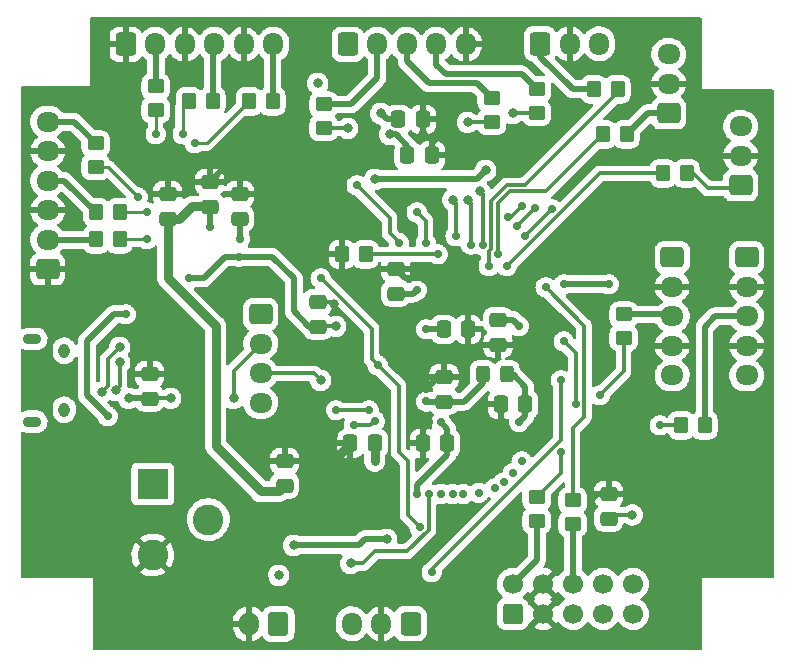
<source format=gbl>
%TF.GenerationSoftware,KiCad,Pcbnew,(6.0.1)*%
%TF.CreationDate,2023-10-20T16:16:52-04:00*%
%TF.ProjectId,MainMicro,4d61696e-4d69-4637-926f-2e6b69636164,rev?*%
%TF.SameCoordinates,Original*%
%TF.FileFunction,Copper,L2,Bot*%
%TF.FilePolarity,Positive*%
%FSLAX46Y46*%
G04 Gerber Fmt 4.6, Leading zero omitted, Abs format (unit mm)*
G04 Created by KiCad (PCBNEW (6.0.1)) date 2023-10-20 16:16:52*
%MOMM*%
%LPD*%
G01*
G04 APERTURE LIST*
G04 Aperture macros list*
%AMRoundRect*
0 Rectangle with rounded corners*
0 $1 Rounding radius*
0 $2 $3 $4 $5 $6 $7 $8 $9 X,Y pos of 4 corners*
0 Add a 4 corners polygon primitive as box body*
4,1,4,$2,$3,$4,$5,$6,$7,$8,$9,$2,$3,0*
0 Add four circle primitives for the rounded corners*
1,1,$1+$1,$2,$3*
1,1,$1+$1,$4,$5*
1,1,$1+$1,$6,$7*
1,1,$1+$1,$8,$9*
0 Add four rect primitives between the rounded corners*
20,1,$1+$1,$2,$3,$4,$5,0*
20,1,$1+$1,$4,$5,$6,$7,0*
20,1,$1+$1,$6,$7,$8,$9,0*
20,1,$1+$1,$8,$9,$2,$3,0*%
G04 Aperture macros list end*
%TA.AperFunction,ComponentPad*%
%ADD10RoundRect,0.250000X-0.725000X0.600000X-0.725000X-0.600000X0.725000X-0.600000X0.725000X0.600000X0*%
%TD*%
%TA.AperFunction,ComponentPad*%
%ADD11O,1.950000X1.700000*%
%TD*%
%TA.AperFunction,ComponentPad*%
%ADD12RoundRect,0.250000X0.725000X-0.600000X0.725000X0.600000X-0.725000X0.600000X-0.725000X-0.600000X0*%
%TD*%
%TA.AperFunction,ComponentPad*%
%ADD13RoundRect,0.250000X-0.600000X-0.725000X0.600000X-0.725000X0.600000X0.725000X-0.600000X0.725000X0*%
%TD*%
%TA.AperFunction,ComponentPad*%
%ADD14O,1.700000X1.950000*%
%TD*%
%TA.AperFunction,ComponentPad*%
%ADD15RoundRect,0.250000X0.600000X0.750000X-0.600000X0.750000X-0.600000X-0.750000X0.600000X-0.750000X0*%
%TD*%
%TA.AperFunction,ComponentPad*%
%ADD16O,1.700000X2.000000*%
%TD*%
%TA.AperFunction,ComponentPad*%
%ADD17RoundRect,0.250000X0.600000X-0.600000X0.600000X0.600000X-0.600000X0.600000X-0.600000X-0.600000X0*%
%TD*%
%TA.AperFunction,ComponentPad*%
%ADD18C,1.700000*%
%TD*%
%TA.AperFunction,ComponentPad*%
%ADD19O,1.550000X0.890000*%
%TD*%
%TA.AperFunction,ComponentPad*%
%ADD20O,0.950000X1.250000*%
%TD*%
%TA.AperFunction,ComponentPad*%
%ADD21R,2.600000X2.600000*%
%TD*%
%TA.AperFunction,ComponentPad*%
%ADD22C,2.600000*%
%TD*%
%TA.AperFunction,ComponentPad*%
%ADD23RoundRect,0.250000X0.600000X0.725000X-0.600000X0.725000X-0.600000X-0.725000X0.600000X-0.725000X0*%
%TD*%
%TA.AperFunction,SMDPad,CuDef*%
%ADD24RoundRect,0.250000X-0.350000X-0.450000X0.350000X-0.450000X0.350000X0.450000X-0.350000X0.450000X0*%
%TD*%
%TA.AperFunction,SMDPad,CuDef*%
%ADD25RoundRect,0.250000X-0.450000X0.350000X-0.450000X-0.350000X0.450000X-0.350000X0.450000X0.350000X0*%
%TD*%
%TA.AperFunction,SMDPad,CuDef*%
%ADD26RoundRect,0.250000X-0.325000X-0.450000X0.325000X-0.450000X0.325000X0.450000X-0.325000X0.450000X0*%
%TD*%
%TA.AperFunction,SMDPad,CuDef*%
%ADD27RoundRect,0.250000X0.450000X-0.350000X0.450000X0.350000X-0.450000X0.350000X-0.450000X-0.350000X0*%
%TD*%
%TA.AperFunction,SMDPad,CuDef*%
%ADD28RoundRect,0.250000X0.337500X0.475000X-0.337500X0.475000X-0.337500X-0.475000X0.337500X-0.475000X0*%
%TD*%
%TA.AperFunction,SMDPad,CuDef*%
%ADD29RoundRect,0.250000X0.475000X-0.337500X0.475000X0.337500X-0.475000X0.337500X-0.475000X-0.337500X0*%
%TD*%
%TA.AperFunction,SMDPad,CuDef*%
%ADD30RoundRect,0.250000X-0.475000X0.337500X-0.475000X-0.337500X0.475000X-0.337500X0.475000X0.337500X0*%
%TD*%
%TA.AperFunction,SMDPad,CuDef*%
%ADD31RoundRect,0.250000X0.350000X0.450000X-0.350000X0.450000X-0.350000X-0.450000X0.350000X-0.450000X0*%
%TD*%
%TA.AperFunction,SMDPad,CuDef*%
%ADD32RoundRect,0.250000X-0.337500X-0.475000X0.337500X-0.475000X0.337500X0.475000X-0.337500X0.475000X0*%
%TD*%
%TA.AperFunction,ViaPad*%
%ADD33C,0.800000*%
%TD*%
%TA.AperFunction,ViaPad*%
%ADD34C,0.700000*%
%TD*%
%TA.AperFunction,Conductor*%
%ADD35C,0.300000*%
%TD*%
%TA.AperFunction,Conductor*%
%ADD36C,0.500000*%
%TD*%
%TA.AperFunction,Conductor*%
%ADD37C,0.750000*%
%TD*%
%TA.AperFunction,Conductor*%
%ADD38C,0.250000*%
%TD*%
G04 APERTURE END LIST*
D10*
X202992000Y-86868000D03*
D11*
X202992000Y-89368000D03*
X202992000Y-91868000D03*
X202992000Y-94368000D03*
X202992000Y-96868000D03*
D12*
X208788000Y-80772000D03*
D11*
X208788000Y-78272000D03*
X208788000Y-75772000D03*
D12*
X202692000Y-74676000D03*
D11*
X202692000Y-72176000D03*
X202692000Y-69676000D03*
D13*
X191810000Y-68788000D03*
D14*
X194310000Y-68788000D03*
X196810000Y-68788000D03*
D10*
X168148000Y-91694000D03*
D11*
X168148000Y-94194000D03*
X168148000Y-96694000D03*
X168148000Y-99194000D03*
D13*
X156718000Y-68834000D03*
D14*
X159218000Y-68834000D03*
X161718000Y-68834000D03*
X164218000Y-68834000D03*
X166718000Y-68834000D03*
X169218000Y-68834000D03*
D15*
X169652000Y-117902000D03*
D16*
X167152000Y-117902000D03*
D13*
X175514000Y-68834000D03*
D14*
X178014000Y-68834000D03*
X180514000Y-68834000D03*
X183014000Y-68834000D03*
X185514000Y-68834000D03*
D17*
X189495000Y-117065000D03*
D18*
X189495000Y-114525000D03*
X192035000Y-117065000D03*
X192035000Y-114525000D03*
X194575000Y-117065000D03*
X194575000Y-114525000D03*
X197115000Y-117065000D03*
X197115000Y-114525000D03*
X199655000Y-117065000D03*
X199655000Y-114525000D03*
D19*
X148814000Y-100782000D03*
D20*
X151514000Y-94782000D03*
D19*
X148814000Y-93782000D03*
D20*
X151514000Y-99782000D03*
D10*
X209296000Y-86868000D03*
D11*
X209296000Y-89368000D03*
X209296000Y-91868000D03*
X209296000Y-94368000D03*
X209296000Y-96868000D03*
D21*
X159016000Y-106068000D03*
D22*
X159016000Y-112068000D03*
X163716000Y-109068000D03*
D23*
X180848000Y-117902000D03*
D14*
X178348000Y-117902000D03*
X175848000Y-117902000D03*
D12*
X150114000Y-87884000D03*
D11*
X150114000Y-85384000D03*
X150114000Y-82884000D03*
X150114000Y-80384000D03*
X150114000Y-77884000D03*
X150114000Y-75384000D03*
D24*
X203724000Y-101092000D03*
X205724000Y-101092000D03*
D25*
X173482000Y-73930000D03*
X173482000Y-75930000D03*
D26*
X186935000Y-96774000D03*
X188985000Y-96774000D03*
D27*
X154178000Y-79232000D03*
X154178000Y-77232000D03*
D28*
X190543000Y-99314000D03*
X188468000Y-99314000D03*
D29*
X166370000Y-83587500D03*
X166370000Y-81512500D03*
X170180000Y-106193500D03*
X170180000Y-104118500D03*
D27*
X159258000Y-74406000D03*
X159258000Y-72406000D03*
D29*
X179578000Y-89937500D03*
X179578000Y-87862500D03*
D25*
X194564000Y-107458000D03*
X194564000Y-109458000D03*
D27*
X198882000Y-93710000D03*
X198882000Y-91710000D03*
D24*
X175022000Y-86614000D03*
X177022000Y-86614000D03*
D30*
X163830000Y-80496500D03*
X163830000Y-82571500D03*
X158750000Y-96752500D03*
X158750000Y-98827500D03*
D25*
X191516000Y-107204000D03*
X191516000Y-109204000D03*
D29*
X183663500Y-99081500D03*
X183663500Y-97006500D03*
X172974000Y-92731500D03*
X172974000Y-90656500D03*
D31*
X198358000Y-72644000D03*
X196358000Y-72644000D03*
D30*
X188235500Y-92180500D03*
X188235500Y-94255500D03*
D32*
X179810500Y-75184000D03*
X181885500Y-75184000D03*
D24*
X202200000Y-79756000D03*
X204200000Y-79756000D03*
X167148000Y-73660000D03*
X169148000Y-73660000D03*
D32*
X183642000Y-92964000D03*
X185717000Y-92964000D03*
D31*
X156194000Y-83058000D03*
X154194000Y-83058000D03*
X156194000Y-85344000D03*
X154194000Y-85344000D03*
D28*
X177821500Y-102616000D03*
X175746500Y-102616000D03*
X183939000Y-102616000D03*
X181864000Y-102616000D03*
D25*
X187706000Y-73422000D03*
X187706000Y-75422000D03*
D30*
X160274000Y-81512500D03*
X160274000Y-83587500D03*
D25*
X191516000Y-72660000D03*
X191516000Y-74660000D03*
D24*
X162068000Y-73660000D03*
X164068000Y-73660000D03*
D29*
X197612000Y-108987500D03*
X197612000Y-106912500D03*
D24*
X197120000Y-76454000D03*
X199120000Y-76454000D03*
D28*
X182647500Y-78232000D03*
X180572500Y-78232000D03*
D33*
X174349023Y-90826977D03*
X174498000Y-92710000D03*
D34*
X163830000Y-84328000D03*
X160274000Y-85598000D03*
D33*
X178308000Y-74676000D03*
D34*
X160274000Y-88367000D03*
D33*
X168148000Y-106680000D03*
X172974000Y-72136000D03*
X153416000Y-102616000D03*
X160549977Y-96795977D03*
D34*
X166624000Y-77724000D03*
X181864000Y-88646000D03*
D33*
X151130000Y-102870000D03*
X184150000Y-76454000D03*
D34*
X182139500Y-98044000D03*
X166370000Y-79756000D03*
X169926000Y-80367500D03*
D33*
X189738000Y-110744000D03*
D34*
X154178000Y-89916000D03*
D33*
X196088000Y-110744000D03*
D34*
X182393500Y-100838000D03*
D33*
X209550000Y-101600000D03*
D34*
X160528000Y-78486000D03*
D33*
X181864000Y-76454000D03*
X168402000Y-114046000D03*
D34*
X188650000Y-100825000D03*
X174752000Y-104140000D03*
D33*
X199644000Y-102616000D03*
D34*
X168910000Y-76962000D03*
X190013500Y-93980000D03*
D33*
X178816000Y-110744000D03*
D34*
X183409500Y-100838000D03*
X193802000Y-89154000D03*
X156718000Y-91694000D03*
X177800000Y-104140000D03*
X181356000Y-106934000D03*
D33*
X179070000Y-76454000D03*
X177800000Y-80264000D03*
D34*
X181356000Y-89662000D03*
X162052000Y-88646000D03*
X190013500Y-100838000D03*
X190013500Y-92710000D03*
X166370000Y-85344000D03*
D33*
X187198000Y-79502000D03*
D34*
X197612000Y-89154000D03*
D33*
X170942000Y-111252000D03*
D34*
X182139500Y-92964000D03*
X155194000Y-100330000D03*
X166325000Y-86825000D03*
X181610000Y-109728000D03*
X178054000Y-96012000D03*
D33*
X199608000Y-108676000D03*
D34*
X173228000Y-88646000D03*
X182175000Y-99075000D03*
D33*
X156972000Y-98806000D03*
X160528000Y-98806000D03*
D34*
X193802000Y-93980000D03*
X194818000Y-99314000D03*
X193548000Y-103378000D03*
X192278000Y-89408000D03*
D33*
X184404000Y-82008971D03*
D34*
X184658000Y-85090000D03*
D33*
X185674000Y-75438000D03*
D34*
X186944000Y-85852000D03*
D33*
X186690000Y-81280000D03*
D34*
X192786000Y-82804000D03*
X190500000Y-85090000D03*
X189878378Y-84187622D03*
X191375622Y-82690378D03*
X181356000Y-83058000D03*
X182118000Y-85666500D03*
X190246000Y-82550000D03*
X189116378Y-83457971D03*
X179832000Y-85666500D03*
X176276000Y-80772000D03*
X183134000Y-86614000D03*
X174519500Y-99822000D03*
D33*
X165862000Y-98806000D03*
D34*
X177292000Y-99822000D03*
X176022000Y-101092000D03*
X177800000Y-100723500D03*
D33*
X173228000Y-97282000D03*
D34*
X158496000Y-85344000D03*
D33*
X155863312Y-98136688D03*
X156210000Y-95758000D03*
X154686000Y-98298000D03*
X156210000Y-94488000D03*
D34*
X196850000Y-98552000D03*
X201930000Y-101092000D03*
X182626000Y-113538000D03*
X193548000Y-97282000D03*
X188976000Y-87630000D03*
X188214000Y-86614000D03*
X187452000Y-87630000D03*
X158496000Y-83058000D03*
X157734000Y-81788000D03*
X159258000Y-76454000D03*
X161544000Y-76454000D03*
X162560000Y-77216000D03*
X183388000Y-106896500D03*
X184404000Y-106896500D03*
X185303503Y-106896500D03*
X186595128Y-106801628D03*
X187960000Y-106426000D03*
X188722000Y-105918000D03*
X189484000Y-105156000D03*
X190246000Y-104140000D03*
D33*
X189484000Y-74676000D03*
X175514000Y-75946000D03*
X185674000Y-82008971D03*
D34*
X185928000Y-85789500D03*
D33*
X169672000Y-113792000D03*
X175768000Y-112776000D03*
D34*
X182372000Y-106896500D03*
D35*
X174178546Y-90656500D02*
X174349023Y-90826977D01*
X172974000Y-90656500D02*
X174178546Y-90656500D01*
X172995500Y-92710000D02*
X172974000Y-92731500D01*
X174498000Y-92710000D02*
X172995500Y-92710000D01*
D36*
X170942000Y-88646000D02*
X170942000Y-91440000D01*
X172233500Y-92731500D02*
X172974000Y-92731500D01*
X169121000Y-86825000D02*
X170942000Y-88646000D01*
X170942000Y-91440000D02*
X172233500Y-92731500D01*
X166325000Y-86825000D02*
X169121000Y-86825000D01*
X178308000Y-74676000D02*
X178816000Y-75184000D01*
D37*
X162306000Y-82550000D02*
X163808500Y-82550000D01*
X164338000Y-92710000D02*
X160274000Y-88646000D01*
X160274000Y-88646000D02*
X160274000Y-85598000D01*
X169693500Y-106680000D02*
X170180000Y-106193500D01*
D36*
X178816000Y-75184000D02*
X179810500Y-75184000D01*
D37*
X160274000Y-85598000D02*
X160274000Y-83587500D01*
X164338000Y-102870000D02*
X164338000Y-92710000D01*
D36*
X163830000Y-82571500D02*
X163830000Y-84328000D01*
D37*
X168148000Y-106680000D02*
X164338000Y-102870000D01*
X168148000Y-106680000D02*
X169693500Y-106680000D01*
X163808500Y-82550000D02*
X163830000Y-82571500D01*
X160274000Y-83587500D02*
X161268500Y-83587500D01*
X161268500Y-83587500D02*
X162306000Y-82550000D01*
D36*
X166602500Y-77724000D02*
X163830000Y-80496500D01*
X189738000Y-94255500D02*
X190013500Y-93980000D01*
D35*
X160549977Y-96795977D02*
X158793477Y-96795977D01*
D36*
X196617500Y-106912500D02*
X196088000Y-107442000D01*
X188235500Y-94255500D02*
X189738000Y-94255500D01*
X182647500Y-77194500D02*
X183388000Y-76454000D01*
X166370000Y-81512500D02*
X166370000Y-79756000D01*
X181864000Y-101367500D02*
X182393500Y-100838000D01*
X182647500Y-78232000D02*
X182647500Y-77194500D01*
X183388000Y-76454000D02*
X184150000Y-76454000D01*
D35*
X158793477Y-96795977D02*
X158750000Y-96752500D01*
D36*
X166624000Y-77724000D02*
X166602500Y-77724000D01*
X181864000Y-75205500D02*
X181885500Y-75184000D01*
X181864000Y-88646000D02*
X180361500Y-88646000D01*
X160274000Y-78740000D02*
X160528000Y-78486000D01*
X188468000Y-100643000D02*
X188650000Y-100825000D01*
X196088000Y-107442000D02*
X196088000Y-110744000D01*
X183177000Y-97006500D02*
X182139500Y-98044000D01*
D37*
X174752000Y-103610500D02*
X175746500Y-102616000D01*
D36*
X197612000Y-106912500D02*
X196617500Y-106912500D01*
X160274000Y-81512500D02*
X160274000Y-78740000D01*
X181864000Y-102616000D02*
X181864000Y-101367500D01*
X188468000Y-99314000D02*
X188468000Y-100643000D01*
D37*
X174752000Y-104140000D02*
X174752000Y-103610500D01*
D36*
X181864000Y-76454000D02*
X181864000Y-75205500D01*
X183663500Y-97006500D02*
X183177000Y-97006500D01*
X180361500Y-88646000D02*
X179578000Y-87862500D01*
X183939000Y-102616000D02*
X183939000Y-101367500D01*
X155702000Y-91694000D02*
X156718000Y-91694000D01*
X163322000Y-88646000D02*
X165143000Y-86825000D01*
D37*
X177800000Y-104140000D02*
X177800000Y-102637500D01*
D36*
X193802000Y-89154000D02*
X197612000Y-89154000D01*
X188985000Y-96774000D02*
X189484000Y-96774000D01*
X181080500Y-89937500D02*
X181356000Y-89662000D01*
X177800000Y-80264000D02*
X186436000Y-80264000D01*
X181356000Y-106934000D02*
X181356000Y-106172000D01*
X179070000Y-76454000D02*
X179578000Y-76454000D01*
X183642000Y-92964000D02*
X182139500Y-92964000D01*
X179578000Y-89937500D02*
X181080500Y-89937500D01*
X170942000Y-111252000D02*
X176444150Y-111252000D01*
X155194000Y-100330000D02*
X153416000Y-98552000D01*
X190013500Y-92710000D02*
X189484000Y-92180500D01*
X176952150Y-110744000D02*
X178816000Y-110744000D01*
X190543000Y-100308500D02*
X190013500Y-100838000D01*
X183939000Y-103589000D02*
X183939000Y-102616000D01*
X162052000Y-88646000D02*
X163322000Y-88646000D01*
X189484000Y-96774000D02*
X190543000Y-97833000D01*
X181356000Y-106172000D02*
X183939000Y-103589000D01*
X166370000Y-85344000D02*
X166370000Y-83587500D01*
X190543000Y-99314000D02*
X190543000Y-100308500D01*
X165143000Y-86825000D02*
X166325000Y-86825000D01*
X153416000Y-93980000D02*
X155702000Y-91694000D01*
X153416000Y-98552000D02*
X153416000Y-93980000D01*
X180572500Y-77448500D02*
X180572500Y-78232000D01*
X179578000Y-76454000D02*
X180572500Y-77448500D01*
X186436000Y-80264000D02*
X187198000Y-79502000D01*
X189484000Y-92180500D02*
X188235500Y-92180500D01*
X190543000Y-97833000D02*
X190543000Y-99314000D01*
X176444150Y-111252000D02*
X176952150Y-110744000D01*
X183939000Y-101367500D02*
X183409500Y-100838000D01*
D35*
X197923500Y-108676000D02*
X197612000Y-108987500D01*
X179832000Y-103378000D02*
X179832000Y-97790000D01*
X199608000Y-108676000D02*
X197923500Y-108676000D01*
X181610000Y-109728000D02*
X180594000Y-108712000D01*
X180594000Y-104140000D02*
X179832000Y-103378000D01*
X173228000Y-88646000D02*
X177546000Y-92964000D01*
X179832000Y-97790000D02*
X178054000Y-96012000D01*
X177546000Y-95504000D02*
X178054000Y-96012000D01*
X177546000Y-92964000D02*
X177546000Y-95504000D01*
X180594000Y-108712000D02*
X180594000Y-104140000D01*
D36*
X182181500Y-99081500D02*
X183663500Y-99081500D01*
X186935000Y-97545000D02*
X185398500Y-99081500D01*
X182175000Y-99075000D02*
X182181500Y-99081500D01*
X185398500Y-99081500D02*
X183663500Y-99081500D01*
X186935000Y-96774000D02*
X186935000Y-97545000D01*
X158728500Y-98806000D02*
X158750000Y-98827500D01*
D35*
X158771500Y-98806000D02*
X158750000Y-98827500D01*
X160528000Y-98806000D02*
X158771500Y-98806000D01*
D36*
X156972000Y-98806000D02*
X158728500Y-98806000D01*
D35*
X194818000Y-99314000D02*
X194818000Y-94996000D01*
X194818000Y-94996000D02*
X193802000Y-93980000D01*
X193548000Y-105172000D02*
X191516000Y-107204000D01*
X193548000Y-103378000D02*
X193548000Y-105172000D01*
D36*
X191516000Y-112504000D02*
X191516000Y-109204000D01*
X189495000Y-114525000D02*
X191516000Y-112504000D01*
D35*
X192278000Y-89408000D02*
X195517511Y-92647511D01*
X195517511Y-92647511D02*
X195517511Y-100392489D01*
X195517511Y-100392489D02*
X194564000Y-101346000D01*
X194564000Y-101346000D02*
X194564000Y-107458000D01*
X184404000Y-82008971D02*
X184658000Y-82262971D01*
X184658000Y-82262971D02*
X184658000Y-85090000D01*
X185674000Y-75438000D02*
X187690000Y-75438000D01*
X187690000Y-75438000D02*
X187706000Y-75422000D01*
X186944000Y-85852000D02*
X186944000Y-81534000D01*
X186944000Y-81534000D02*
X186690000Y-81280000D01*
D36*
X150114000Y-85384000D02*
X154154000Y-85384000D01*
X154154000Y-85384000D02*
X154194000Y-85344000D01*
X150114000Y-80384000D02*
X151520000Y-80384000D01*
X151520000Y-80384000D02*
X154194000Y-83058000D01*
X150114000Y-75384000D02*
X152330000Y-75384000D01*
X152330000Y-75384000D02*
X154178000Y-77232000D01*
X159258000Y-68874000D02*
X159218000Y-68834000D01*
X159258000Y-72406000D02*
X159258000Y-68874000D01*
X164068000Y-73660000D02*
X164068000Y-68984000D01*
X164068000Y-68984000D02*
X164218000Y-68834000D01*
X169148000Y-73660000D02*
X169148000Y-68904000D01*
X169148000Y-68904000D02*
X169218000Y-68834000D01*
D35*
X190500000Y-85090000D02*
X192786000Y-82804000D01*
X189878378Y-84187622D02*
X191375622Y-82690378D01*
X182118000Y-83820000D02*
X181356000Y-83058000D01*
X182118000Y-85666500D02*
X182118000Y-83820000D01*
X189116378Y-83457971D02*
X189338029Y-83457971D01*
X189338029Y-83457971D02*
X190246000Y-82550000D01*
X179070000Y-84836000D02*
X179832000Y-85598000D01*
X179070000Y-83566000D02*
X179070000Y-84836000D01*
X179832000Y-85598000D02*
X179832000Y-85666500D01*
X176276000Y-80772000D02*
X179070000Y-83566000D01*
X183134000Y-86614000D02*
X177276000Y-86614000D01*
X177276000Y-86614000D02*
X177022000Y-86360000D01*
X165862000Y-96480000D02*
X168148000Y-94194000D01*
X174519500Y-99822000D02*
X177292000Y-99822000D01*
X165862000Y-98806000D02*
X165862000Y-96480000D01*
X177431500Y-101092000D02*
X177800000Y-100723500D01*
X176022000Y-101092000D02*
X177431500Y-101092000D01*
X173228000Y-97282000D02*
X172640000Y-96694000D01*
X172640000Y-96694000D02*
X168148000Y-96694000D01*
D38*
X158496000Y-85344000D02*
X156194000Y-85344000D01*
D36*
X194564000Y-109458000D02*
X194575000Y-109469000D01*
X194575000Y-109469000D02*
X194575000Y-114525000D01*
X173482000Y-73930000D02*
X175752000Y-73930000D01*
X178014000Y-71668000D02*
X178014000Y-68834000D01*
X175752000Y-73930000D02*
X178014000Y-71668000D01*
X186420000Y-72136000D02*
X187706000Y-73422000D01*
X180514000Y-70278000D02*
X182372000Y-72136000D01*
X182372000Y-72136000D02*
X186420000Y-72136000D01*
X180514000Y-68834000D02*
X180514000Y-70278000D01*
X190230000Y-71374000D02*
X183836000Y-71374000D01*
X191516000Y-72660000D02*
X190230000Y-71374000D01*
X183836000Y-71374000D02*
X183014000Y-70552000D01*
X183014000Y-70552000D02*
X183014000Y-68834000D01*
D35*
X156210000Y-97790000D02*
X155863312Y-98136688D01*
X156210000Y-95758000D02*
X156210000Y-97790000D01*
X155194000Y-97790000D02*
X155194000Y-95504000D01*
X155194000Y-95504000D02*
X156210000Y-94488000D01*
X154686000Y-98298000D02*
X155194000Y-97790000D01*
X198882000Y-96520000D02*
X198882000Y-93710000D01*
X196850000Y-98552000D02*
X198882000Y-96520000D01*
X201930000Y-101092000D02*
X203724000Y-101092000D01*
X204724000Y-79756000D02*
X205994000Y-81026000D01*
X208534000Y-81026000D02*
X208788000Y-80772000D01*
X205994000Y-81026000D02*
X208534000Y-81026000D01*
X204200000Y-79756000D02*
X204724000Y-79756000D01*
D36*
X200898000Y-74676000D02*
X202692000Y-74676000D01*
X199120000Y-76454000D02*
X200898000Y-74676000D01*
X191810000Y-69890000D02*
X191810000Y-68788000D01*
X196358000Y-72644000D02*
X194564000Y-72644000D01*
X194564000Y-72644000D02*
X191810000Y-69890000D01*
X202834000Y-91710000D02*
X202992000Y-91868000D01*
X198882000Y-91710000D02*
X202834000Y-91710000D01*
X209296000Y-91868000D02*
X206607000Y-91868000D01*
X205724000Y-92751000D02*
X205724000Y-101092000D01*
X206607000Y-91868000D02*
X205724000Y-92751000D01*
D35*
X182626000Y-113538000D02*
X182626000Y-113284000D01*
X182626000Y-113284000D02*
X193548000Y-102362000D01*
X193548000Y-102362000D02*
X193548000Y-97282000D01*
X196850000Y-79756000D02*
X202200000Y-79756000D01*
X188976000Y-87630000D02*
X196850000Y-79756000D01*
X192294000Y-81280000D02*
X197120000Y-76454000D01*
X189230000Y-81280000D02*
X192294000Y-81280000D01*
X188214000Y-86614000D02*
X188214000Y-82296000D01*
X188214000Y-82296000D02*
X189230000Y-81280000D01*
X187643511Y-86141748D02*
X187643511Y-82104489D01*
X187452000Y-87630000D02*
X187452000Y-86333259D01*
X190500000Y-80772000D02*
X198358000Y-72914000D01*
X187643511Y-82104489D02*
X188976000Y-80772000D01*
X187452000Y-86333259D02*
X187643511Y-86141748D01*
X188976000Y-80772000D02*
X190500000Y-80772000D01*
X198358000Y-72914000D02*
X198358000Y-72644000D01*
D38*
X158496000Y-83058000D02*
X156194000Y-83058000D01*
X155194000Y-79248000D02*
X154178000Y-79248000D01*
X157734000Y-81788000D02*
X155194000Y-79248000D01*
X159258000Y-76454000D02*
X159258000Y-74406000D01*
X161544000Y-74184000D02*
X162068000Y-73660000D01*
X161544000Y-76454000D02*
X161544000Y-74184000D01*
X162560000Y-77216000D02*
X163592000Y-77216000D01*
X163592000Y-77216000D02*
X167148000Y-73660000D01*
D35*
X189484000Y-74676000D02*
X191500000Y-74676000D01*
X191500000Y-74676000D02*
X191516000Y-74660000D01*
X173498000Y-75946000D02*
X173482000Y-75930000D01*
X175514000Y-75946000D02*
X173498000Y-75946000D01*
X185928000Y-82262971D02*
X185928000Y-85789500D01*
X185674000Y-82008971D02*
X185928000Y-82262971D01*
X180567259Y-111760000D02*
X182372000Y-109955259D01*
X175768000Y-112776000D02*
X176784000Y-112776000D01*
X176784000Y-112776000D02*
X177800000Y-111760000D01*
X182372000Y-109955259D02*
X182372000Y-106896500D01*
X177800000Y-111760000D02*
X180567259Y-111760000D01*
%TA.AperFunction,Conductor*%
G36*
X205428121Y-66568002D02*
G01*
X205474614Y-66621658D01*
X205486000Y-66674000D01*
X205486000Y-72644000D01*
X211456000Y-72644000D01*
X211524121Y-72664002D01*
X211570614Y-72717658D01*
X211582000Y-72770000D01*
X211582000Y-113920000D01*
X211561998Y-113988121D01*
X211508342Y-114034614D01*
X211456000Y-114046000D01*
X205486000Y-114046000D01*
X205486000Y-120016000D01*
X205465998Y-120084121D01*
X205412342Y-120130614D01*
X205360000Y-120142000D01*
X154050000Y-120142000D01*
X153981879Y-120121998D01*
X153935386Y-120068342D01*
X153924000Y-120016000D01*
X153924000Y-118172193D01*
X165799289Y-118172193D01*
X165808124Y-118276325D01*
X165809914Y-118286797D01*
X165865130Y-118499535D01*
X165868665Y-118509575D01*
X165958937Y-118709970D01*
X165964106Y-118719256D01*
X166086850Y-118901575D01*
X166093519Y-118909870D01*
X166245228Y-119068900D01*
X166253186Y-119075941D01*
X166429525Y-119207141D01*
X166438562Y-119212745D01*
X166634484Y-119312357D01*
X166644335Y-119316357D01*
X166854240Y-119381534D01*
X166864624Y-119383817D01*
X166880043Y-119385861D01*
X166894207Y-119383665D01*
X166898000Y-119370478D01*
X166898000Y-119368192D01*
X167406000Y-119368192D01*
X167409973Y-119381723D01*
X167420580Y-119383248D01*
X167538421Y-119358523D01*
X167548617Y-119355463D01*
X167753029Y-119274737D01*
X167762561Y-119270006D01*
X167950462Y-119155984D01*
X167959052Y-119149720D01*
X168125052Y-119005673D01*
X168132470Y-118998044D01*
X168158391Y-118966431D01*
X168217051Y-118926436D01*
X168288021Y-118924504D01*
X168348770Y-118961248D01*
X168362969Y-118980017D01*
X168453522Y-119126348D01*
X168578697Y-119251305D01*
X168584927Y-119255145D01*
X168584928Y-119255146D01*
X168722090Y-119339694D01*
X168729262Y-119344115D01*
X168775068Y-119359308D01*
X168890611Y-119397632D01*
X168890613Y-119397632D01*
X168897139Y-119399797D01*
X168903975Y-119400497D01*
X168903978Y-119400498D01*
X168947031Y-119404909D01*
X169001600Y-119410500D01*
X170302400Y-119410500D01*
X170305646Y-119410163D01*
X170305650Y-119410163D01*
X170401308Y-119400238D01*
X170401312Y-119400237D01*
X170408166Y-119399526D01*
X170414702Y-119397345D01*
X170414704Y-119397345D01*
X170546806Y-119353272D01*
X170575946Y-119343550D01*
X170726348Y-119250478D01*
X170851305Y-119125303D01*
X170855146Y-119119072D01*
X170940275Y-118980968D01*
X170940276Y-118980966D01*
X170944115Y-118974738D01*
X170999797Y-118806861D01*
X171000578Y-118799245D01*
X171010172Y-118705598D01*
X171010500Y-118702400D01*
X171010500Y-118084890D01*
X174489500Y-118084890D01*
X174504080Y-118256720D01*
X174505418Y-118261875D01*
X174505419Y-118261881D01*
X174548163Y-118426564D01*
X174561999Y-118479872D01*
X174656688Y-118690075D01*
X174785441Y-118881319D01*
X174789120Y-118885176D01*
X174789122Y-118885178D01*
X174850710Y-118949738D01*
X174944576Y-119048135D01*
X175129542Y-119185754D01*
X175134293Y-119188170D01*
X175134297Y-119188172D01*
X175171607Y-119207141D01*
X175335051Y-119290240D01*
X175340145Y-119291822D01*
X175340148Y-119291823D01*
X175540020Y-119353885D01*
X175555227Y-119358607D01*
X175560516Y-119359308D01*
X175778489Y-119388198D01*
X175778494Y-119388198D01*
X175783774Y-119388898D01*
X175789103Y-119388698D01*
X175789105Y-119388698D01*
X175898966Y-119384573D01*
X176014158Y-119380249D01*
X176036802Y-119375498D01*
X176132289Y-119355463D01*
X176239791Y-119332907D01*
X176244750Y-119330949D01*
X176244752Y-119330948D01*
X176449256Y-119250185D01*
X176449258Y-119250184D01*
X176454221Y-119248224D01*
X176459047Y-119245296D01*
X176646757Y-119131390D01*
X176646756Y-119131390D01*
X176651317Y-119128623D01*
X176720142Y-119068900D01*
X176821412Y-118981023D01*
X176821414Y-118981021D01*
X176825445Y-118977523D01*
X176889417Y-118899504D01*
X176968240Y-118803373D01*
X176968244Y-118803367D01*
X176971624Y-118799245D01*
X176985413Y-118775022D01*
X176989829Y-118767265D01*
X177040912Y-118717959D01*
X177110542Y-118704098D01*
X177176613Y-118730082D01*
X177203851Y-118759232D01*
X177282852Y-118876578D01*
X177289519Y-118884870D01*
X177441228Y-119043900D01*
X177449186Y-119050941D01*
X177625525Y-119182141D01*
X177634562Y-119187745D01*
X177830484Y-119287357D01*
X177840335Y-119291357D01*
X178050240Y-119356534D01*
X178060624Y-119358817D01*
X178076043Y-119360861D01*
X178090207Y-119358665D01*
X178094000Y-119345478D01*
X178094000Y-119343192D01*
X178602000Y-119343192D01*
X178605973Y-119356723D01*
X178616580Y-119358248D01*
X178734421Y-119333523D01*
X178744617Y-119330463D01*
X178949029Y-119249737D01*
X178958561Y-119245006D01*
X179146462Y-119130984D01*
X179155052Y-119124720D01*
X179321052Y-118980673D01*
X179328470Y-118973044D01*
X179354391Y-118941431D01*
X179413051Y-118901436D01*
X179484021Y-118899504D01*
X179544770Y-118936248D01*
X179558969Y-118955017D01*
X179649522Y-119101348D01*
X179774697Y-119226305D01*
X179780927Y-119230145D01*
X179780928Y-119230146D01*
X179918090Y-119314694D01*
X179925262Y-119319115D01*
X179960938Y-119330948D01*
X180086611Y-119372632D01*
X180086613Y-119372632D01*
X180093139Y-119374797D01*
X180099975Y-119375497D01*
X180099978Y-119375498D01*
X180135663Y-119379154D01*
X180197600Y-119385500D01*
X181498400Y-119385500D01*
X181501646Y-119385163D01*
X181501650Y-119385163D01*
X181597308Y-119375238D01*
X181597312Y-119375237D01*
X181604166Y-119374526D01*
X181610702Y-119372345D01*
X181610704Y-119372345D01*
X181742806Y-119328272D01*
X181771946Y-119318550D01*
X181922348Y-119225478D01*
X182047305Y-119100303D01*
X182079462Y-119048135D01*
X182136275Y-118955968D01*
X182136276Y-118955966D01*
X182140115Y-118949738D01*
X182195797Y-118781861D01*
X182197293Y-118767265D01*
X182203611Y-118705598D01*
X182206500Y-118677400D01*
X182206500Y-117126600D01*
X182203569Y-117098350D01*
X182196238Y-117027692D01*
X182196237Y-117027688D01*
X182195526Y-117020834D01*
X182191710Y-117009394D01*
X182141868Y-116860002D01*
X182139550Y-116853054D01*
X182046478Y-116702652D01*
X181921303Y-116577695D01*
X181890494Y-116558704D01*
X181776968Y-116488725D01*
X181776966Y-116488724D01*
X181770738Y-116484885D01*
X181657353Y-116447277D01*
X181609389Y-116431368D01*
X181609387Y-116431368D01*
X181602861Y-116429203D01*
X181596025Y-116428503D01*
X181596022Y-116428502D01*
X181552969Y-116424091D01*
X181498400Y-116418500D01*
X180197600Y-116418500D01*
X180194354Y-116418837D01*
X180194350Y-116418837D01*
X180098692Y-116428762D01*
X180098688Y-116428763D01*
X180091834Y-116429474D01*
X180085298Y-116431655D01*
X180085296Y-116431655D01*
X179953194Y-116475728D01*
X179924054Y-116485450D01*
X179773652Y-116578522D01*
X179648695Y-116703697D01*
X179644855Y-116709927D01*
X179644854Y-116709928D01*
X179618500Y-116752682D01*
X179575170Y-116822977D01*
X179558648Y-116849780D01*
X179505876Y-116897273D01*
X179435804Y-116908697D01*
X179370680Y-116880423D01*
X179360218Y-116870636D01*
X179254766Y-116760094D01*
X179246814Y-116753059D01*
X179070475Y-116621859D01*
X179061438Y-116616255D01*
X178865516Y-116516643D01*
X178855665Y-116512643D01*
X178645760Y-116447466D01*
X178635376Y-116445183D01*
X178619957Y-116443139D01*
X178605793Y-116445335D01*
X178602000Y-116458522D01*
X178602000Y-119343192D01*
X178094000Y-119343192D01*
X178094000Y-116460808D01*
X178090027Y-116447277D01*
X178079420Y-116445752D01*
X177961579Y-116470477D01*
X177951383Y-116473537D01*
X177746971Y-116554263D01*
X177737439Y-116558994D01*
X177549538Y-116673016D01*
X177540948Y-116679280D01*
X177374948Y-116823327D01*
X177367528Y-116830958D01*
X177228174Y-117000911D01*
X177222152Y-117009674D01*
X177206762Y-117036711D01*
X177155680Y-117086018D01*
X177086049Y-117099880D01*
X177019978Y-117073897D01*
X176992739Y-117044747D01*
X176952298Y-116984678D01*
X176910559Y-116922681D01*
X176751424Y-116755865D01*
X176566458Y-116618246D01*
X176561707Y-116615830D01*
X176561703Y-116615828D01*
X176443588Y-116555776D01*
X176360949Y-116513760D01*
X176355855Y-116512178D01*
X176355852Y-116512177D01*
X176145871Y-116446976D01*
X176140773Y-116445393D01*
X176135484Y-116444692D01*
X175917511Y-116415802D01*
X175917506Y-116415802D01*
X175912226Y-116415102D01*
X175906897Y-116415302D01*
X175906895Y-116415302D01*
X175797034Y-116419427D01*
X175681842Y-116423751D01*
X175676623Y-116424846D01*
X175654566Y-116429474D01*
X175456209Y-116471093D01*
X175451250Y-116473051D01*
X175451248Y-116473052D01*
X175246744Y-116553815D01*
X175246742Y-116553816D01*
X175241779Y-116555776D01*
X175237220Y-116558543D01*
X175237217Y-116558544D01*
X175142113Y-116616255D01*
X175044683Y-116675377D01*
X175040653Y-116678874D01*
X174890039Y-116809570D01*
X174870555Y-116826477D01*
X174853299Y-116847522D01*
X174727760Y-117000627D01*
X174727756Y-117000633D01*
X174724376Y-117004755D01*
X174721737Y-117009391D01*
X174721735Y-117009394D01*
X174667389Y-117104866D01*
X174610325Y-117205114D01*
X174531663Y-117421825D01*
X174530714Y-117427074D01*
X174530713Y-117427077D01*
X174491377Y-117644608D01*
X174491376Y-117644615D01*
X174490639Y-117648692D01*
X174489500Y-117672844D01*
X174489500Y-118084890D01*
X171010500Y-118084890D01*
X171010500Y-117101600D01*
X171008032Y-117077812D01*
X171000238Y-117002692D01*
X171000237Y-117002688D01*
X170999526Y-116995834D01*
X170943550Y-116828054D01*
X170850478Y-116677652D01*
X170725303Y-116552695D01*
X170694965Y-116533994D01*
X170580968Y-116463725D01*
X170580966Y-116463724D01*
X170574738Y-116459885D01*
X170461353Y-116422277D01*
X170413389Y-116406368D01*
X170413387Y-116406368D01*
X170406861Y-116404203D01*
X170400025Y-116403503D01*
X170400022Y-116403502D01*
X170356969Y-116399091D01*
X170302400Y-116393500D01*
X169001600Y-116393500D01*
X168998354Y-116393837D01*
X168998350Y-116393837D01*
X168902692Y-116403762D01*
X168902688Y-116403763D01*
X168895834Y-116404474D01*
X168889298Y-116406655D01*
X168889296Y-116406655D01*
X168757194Y-116450728D01*
X168728054Y-116460450D01*
X168577652Y-116553522D01*
X168452695Y-116678697D01*
X168448855Y-116684927D01*
X168448854Y-116684928D01*
X168440478Y-116698517D01*
X168363544Y-116823327D01*
X168362648Y-116824780D01*
X168309876Y-116872273D01*
X168239804Y-116883697D01*
X168174680Y-116855423D01*
X168164218Y-116845636D01*
X168058766Y-116735094D01*
X168050814Y-116728059D01*
X167874475Y-116596859D01*
X167865438Y-116591255D01*
X167669516Y-116491643D01*
X167659665Y-116487643D01*
X167449760Y-116422466D01*
X167439376Y-116420183D01*
X167423957Y-116418139D01*
X167409793Y-116420335D01*
X167406000Y-116433522D01*
X167406000Y-119368192D01*
X166898000Y-119368192D01*
X166898000Y-118174115D01*
X166893525Y-118158876D01*
X166892135Y-118157671D01*
X166884452Y-118156000D01*
X165816030Y-118156000D01*
X165801352Y-118160310D01*
X165799289Y-118172193D01*
X153924000Y-118172193D01*
X153924000Y-117632376D01*
X165794732Y-117632376D01*
X165798475Y-117645124D01*
X165799865Y-117646329D01*
X165807548Y-117648000D01*
X166879885Y-117648000D01*
X166895124Y-117643525D01*
X166896329Y-117642135D01*
X166898000Y-117634452D01*
X166898000Y-116435808D01*
X166894027Y-116422277D01*
X166883420Y-116420752D01*
X166765579Y-116445477D01*
X166755383Y-116448537D01*
X166550971Y-116529263D01*
X166541439Y-116533994D01*
X166353538Y-116648016D01*
X166344948Y-116654280D01*
X166178948Y-116798327D01*
X166171528Y-116805958D01*
X166032174Y-116975911D01*
X166026150Y-116984678D01*
X165917424Y-117175682D01*
X165912959Y-117185346D01*
X165837969Y-117391941D01*
X165835198Y-117402208D01*
X165795877Y-117619655D01*
X165794944Y-117627884D01*
X165794732Y-117632376D01*
X153924000Y-117632376D01*
X153924000Y-114046000D01*
X147954000Y-114046000D01*
X147885879Y-114025998D01*
X147839386Y-113972342D01*
X147828000Y-113920000D01*
X147828000Y-113512906D01*
X157935839Y-113512906D01*
X157944553Y-113524427D01*
X158051452Y-113602809D01*
X158059351Y-113607745D01*
X158288905Y-113728519D01*
X158297454Y-113732236D01*
X158542327Y-113817749D01*
X158551336Y-113820163D01*
X158806166Y-113868544D01*
X158815423Y-113869598D01*
X159074607Y-113879783D01*
X159083921Y-113879457D01*
X159341753Y-113851220D01*
X159350930Y-113849519D01*
X159569401Y-113792000D01*
X168758496Y-113792000D01*
X168759186Y-113798565D01*
X168768333Y-113885590D01*
X168778458Y-113981928D01*
X168837473Y-114163556D01*
X168840776Y-114169278D01*
X168840777Y-114169279D01*
X168848922Y-114183387D01*
X168932960Y-114328944D01*
X168937378Y-114333851D01*
X168937379Y-114333852D01*
X169056325Y-114465955D01*
X169060747Y-114470866D01*
X169215248Y-114583118D01*
X169221276Y-114585802D01*
X169221278Y-114585803D01*
X169383681Y-114658109D01*
X169389712Y-114660794D01*
X169483113Y-114680647D01*
X169570056Y-114699128D01*
X169570061Y-114699128D01*
X169576513Y-114700500D01*
X169767487Y-114700500D01*
X169773939Y-114699128D01*
X169773944Y-114699128D01*
X169860887Y-114680647D01*
X169954288Y-114660794D01*
X169960319Y-114658109D01*
X170122722Y-114585803D01*
X170122724Y-114585802D01*
X170128752Y-114583118D01*
X170283253Y-114470866D01*
X170287675Y-114465955D01*
X170406621Y-114333852D01*
X170406622Y-114333851D01*
X170411040Y-114328944D01*
X170495078Y-114183387D01*
X170503223Y-114169279D01*
X170503224Y-114169278D01*
X170506527Y-114163556D01*
X170565542Y-113981928D01*
X170575668Y-113885590D01*
X170584814Y-113798565D01*
X170585504Y-113792000D01*
X170575128Y-113693277D01*
X170566232Y-113608635D01*
X170566232Y-113608633D01*
X170565542Y-113602072D01*
X170506527Y-113420444D01*
X170501884Y-113412401D01*
X170454588Y-113330484D01*
X170411040Y-113255056D01*
X170383301Y-113224248D01*
X170287675Y-113118045D01*
X170287674Y-113118044D01*
X170283253Y-113113134D01*
X170128752Y-113000882D01*
X170122724Y-112998198D01*
X170122722Y-112998197D01*
X169960319Y-112925891D01*
X169960318Y-112925891D01*
X169954288Y-112923206D01*
X169860887Y-112903353D01*
X169773944Y-112884872D01*
X169773939Y-112884872D01*
X169767487Y-112883500D01*
X169576513Y-112883500D01*
X169570061Y-112884872D01*
X169570056Y-112884872D01*
X169483113Y-112903353D01*
X169389712Y-112923206D01*
X169383682Y-112925891D01*
X169383681Y-112925891D01*
X169221278Y-112998197D01*
X169221276Y-112998198D01*
X169215248Y-113000882D01*
X169060747Y-113113134D01*
X169056326Y-113118044D01*
X169056325Y-113118045D01*
X168960700Y-113224248D01*
X168932960Y-113255056D01*
X168889412Y-113330484D01*
X168842117Y-113412401D01*
X168837473Y-113420444D01*
X168778458Y-113602072D01*
X168777768Y-113608633D01*
X168777768Y-113608635D01*
X168768872Y-113693277D01*
X168758496Y-113792000D01*
X159569401Y-113792000D01*
X159601758Y-113783481D01*
X159610574Y-113780445D01*
X159848880Y-113678062D01*
X159857167Y-113673748D01*
X160077718Y-113537266D01*
X160085268Y-113531780D01*
X160090559Y-113527301D01*
X160098997Y-113514497D01*
X160092935Y-113504145D01*
X159028812Y-112440022D01*
X159014868Y-112432408D01*
X159013035Y-112432539D01*
X159006420Y-112436790D01*
X157942497Y-113500713D01*
X157935839Y-113512906D01*
X147828000Y-113512906D01*
X147828000Y-112025211D01*
X157203775Y-112025211D01*
X157216220Y-112284288D01*
X157217356Y-112293543D01*
X157267961Y-112547945D01*
X157270449Y-112556917D01*
X157358095Y-112801033D01*
X157361895Y-112809568D01*
X157484658Y-113038042D01*
X157489666Y-113045904D01*
X157559720Y-113139716D01*
X157570979Y-113148165D01*
X157583397Y-113141393D01*
X158643978Y-112080812D01*
X158650356Y-112069132D01*
X159380408Y-112069132D01*
X159380539Y-112070965D01*
X159384790Y-112077580D01*
X160452094Y-113144884D01*
X160464474Y-113151644D01*
X160472815Y-113145400D01*
X160606832Y-112937048D01*
X160611275Y-112928864D01*
X160717807Y-112692370D01*
X160720997Y-112683605D01*
X160791402Y-112433972D01*
X160793262Y-112424830D01*
X160826187Y-112166019D01*
X160826668Y-112159733D01*
X160828987Y-112071160D01*
X160828836Y-112064851D01*
X160809501Y-111804663D01*
X160808125Y-111795457D01*
X160750878Y-111542467D01*
X160748154Y-111533556D01*
X160654143Y-111291806D01*
X160650132Y-111283397D01*
X160521422Y-111058202D01*
X160516211Y-111050476D01*
X160472996Y-110995658D01*
X160461071Y-110987187D01*
X160449537Y-110993673D01*
X159388022Y-112055188D01*
X159380408Y-112069132D01*
X158650356Y-112069132D01*
X158651592Y-112066868D01*
X158651461Y-112065035D01*
X158647210Y-112058420D01*
X157581816Y-110993026D01*
X157568507Y-110985758D01*
X157558472Y-110992878D01*
X157542937Y-111011556D01*
X157537531Y-111019135D01*
X157402965Y-111240891D01*
X157398736Y-111249192D01*
X157298432Y-111488389D01*
X157295471Y-111497239D01*
X157231628Y-111748625D01*
X157230006Y-111757822D01*
X157204020Y-112015885D01*
X157203775Y-112025211D01*
X147828000Y-112025211D01*
X147828000Y-110620689D01*
X157933102Y-110620689D01*
X157937675Y-110630465D01*
X159003188Y-111695978D01*
X159017132Y-111703592D01*
X159018965Y-111703461D01*
X159025580Y-111699210D01*
X160090349Y-110634441D01*
X160096733Y-110622751D01*
X160087321Y-110610641D01*
X159940045Y-110508471D01*
X159932010Y-110503738D01*
X159699376Y-110389016D01*
X159690743Y-110385528D01*
X159443703Y-110306450D01*
X159434643Y-110304274D01*
X159178630Y-110262580D01*
X159169343Y-110261768D01*
X158909992Y-110258373D01*
X158900681Y-110258943D01*
X158643682Y-110293919D01*
X158634546Y-110295860D01*
X158385543Y-110368439D01*
X158376800Y-110371707D01*
X158141252Y-110480296D01*
X158133097Y-110484816D01*
X157942240Y-110609947D01*
X157933102Y-110620689D01*
X147828000Y-110620689D01*
X147828000Y-109020526D01*
X161903050Y-109020526D01*
X161903274Y-109025192D01*
X161903274Y-109025197D01*
X161905179Y-109064851D01*
X161915947Y-109289019D01*
X161968388Y-109552656D01*
X162059220Y-109805646D01*
X162061432Y-109809762D01*
X162061433Y-109809765D01*
X162094335Y-109870998D01*
X162186450Y-110042431D01*
X162189241Y-110046168D01*
X162189245Y-110046175D01*
X162272857Y-110158144D01*
X162347281Y-110257810D01*
X162350590Y-110261090D01*
X162350595Y-110261096D01*
X162505851Y-110415002D01*
X162538180Y-110447050D01*
X162541942Y-110449808D01*
X162541945Y-110449811D01*
X162710137Y-110573134D01*
X162754954Y-110605995D01*
X162759089Y-110608171D01*
X162759093Y-110608173D01*
X162962243Y-110715056D01*
X162992840Y-110731154D01*
X163246613Y-110819775D01*
X163251206Y-110820647D01*
X163506109Y-110869042D01*
X163506112Y-110869042D01*
X163510698Y-110869913D01*
X163638370Y-110874929D01*
X163774625Y-110880283D01*
X163774630Y-110880283D01*
X163779293Y-110880466D01*
X163883607Y-110869042D01*
X164041844Y-110851713D01*
X164041850Y-110851712D01*
X164046497Y-110851203D01*
X164051021Y-110850012D01*
X164301918Y-110783956D01*
X164301920Y-110783955D01*
X164306441Y-110782765D01*
X164396669Y-110744000D01*
X164549120Y-110678502D01*
X164549122Y-110678501D01*
X164553414Y-110676657D01*
X164699884Y-110586019D01*
X164778017Y-110537669D01*
X164778021Y-110537666D01*
X164781990Y-110535210D01*
X164987149Y-110361530D01*
X165164382Y-110159434D01*
X165168325Y-110153305D01*
X165278574Y-109981903D01*
X165309797Y-109933361D01*
X165420199Y-109688278D01*
X165431292Y-109648946D01*
X165491893Y-109434072D01*
X165491894Y-109434069D01*
X165493163Y-109429568D01*
X165511043Y-109289019D01*
X165526688Y-109166045D01*
X165526688Y-109166041D01*
X165527086Y-109162915D01*
X165529571Y-109068000D01*
X165509650Y-108799937D01*
X165508619Y-108795379D01*
X165451361Y-108542331D01*
X165451360Y-108542326D01*
X165450327Y-108537763D01*
X165352902Y-108287238D01*
X165219518Y-108053864D01*
X165209414Y-108041046D01*
X165100172Y-107902474D01*
X165053105Y-107842769D01*
X164857317Y-107658591D01*
X164666991Y-107526556D01*
X164640299Y-107508039D01*
X164640296Y-107508037D01*
X164636457Y-107505374D01*
X164632195Y-107503272D01*
X164399564Y-107388551D01*
X164399561Y-107388550D01*
X164395376Y-107386486D01*
X164347745Y-107371239D01*
X164242256Y-107337472D01*
X164139370Y-107304538D01*
X164134763Y-107303788D01*
X164134760Y-107303787D01*
X163878674Y-107262081D01*
X163878675Y-107262081D01*
X163874063Y-107261330D01*
X163743719Y-107259624D01*
X163609961Y-107257873D01*
X163609958Y-107257873D01*
X163605284Y-107257812D01*
X163338937Y-107294060D01*
X163334451Y-107295368D01*
X163334449Y-107295368D01*
X163307225Y-107303303D01*
X163080874Y-107369278D01*
X162836763Y-107481815D01*
X162832854Y-107484378D01*
X162615881Y-107626631D01*
X162615876Y-107626635D01*
X162611968Y-107629197D01*
X162592287Y-107646763D01*
X162436659Y-107785667D01*
X162411426Y-107808188D01*
X162344413Y-107888763D01*
X162254282Y-107997134D01*
X162239544Y-108014854D01*
X162100096Y-108244656D01*
X162098287Y-108248970D01*
X162098285Y-108248974D01*
X162010638Y-108457991D01*
X161996148Y-108492545D01*
X161929981Y-108753077D01*
X161903050Y-109020526D01*
X147828000Y-109020526D01*
X147828000Y-107416134D01*
X157207500Y-107416134D01*
X157214255Y-107478316D01*
X157265385Y-107614705D01*
X157352739Y-107731261D01*
X157469295Y-107818615D01*
X157605684Y-107869745D01*
X157667866Y-107876500D01*
X160364134Y-107876500D01*
X160426316Y-107869745D01*
X160562705Y-107818615D01*
X160679261Y-107731261D01*
X160766615Y-107614705D01*
X160817745Y-107478316D01*
X160824500Y-107416134D01*
X160824500Y-104719866D01*
X160817745Y-104657684D01*
X160766615Y-104521295D01*
X160679261Y-104404739D01*
X160562705Y-104317385D01*
X160426316Y-104266255D01*
X160364134Y-104259500D01*
X157667866Y-104259500D01*
X157605684Y-104266255D01*
X157469295Y-104317385D01*
X157352739Y-104404739D01*
X157265385Y-104521295D01*
X157214255Y-104657684D01*
X157207500Y-104719866D01*
X157207500Y-107416134D01*
X147828000Y-107416134D01*
X147828000Y-101727338D01*
X147848002Y-101659217D01*
X147901658Y-101612724D01*
X147971932Y-101602620D01*
X148013803Y-101616786D01*
X148016427Y-101618623D01*
X148194204Y-101695554D01*
X148240300Y-101705184D01*
X148379073Y-101734176D01*
X148379077Y-101734176D01*
X148383818Y-101735167D01*
X148390172Y-101735500D01*
X149192408Y-101735500D01*
X149238161Y-101730853D01*
X149330368Y-101721487D01*
X149330370Y-101721487D01*
X149336716Y-101720842D01*
X149521561Y-101662915D01*
X149690982Y-101569003D01*
X149793207Y-101481386D01*
X149833207Y-101447102D01*
X149833209Y-101447100D01*
X149838059Y-101442943D01*
X149880006Y-101388865D01*
X149952868Y-101294933D01*
X149952870Y-101294930D01*
X149956784Y-101289884D01*
X150042307Y-101116077D01*
X150043914Y-101109907D01*
X150043916Y-101109902D01*
X150089525Y-100934806D01*
X150089525Y-100934803D01*
X150091135Y-100928624D01*
X150096229Y-100831435D01*
X150100939Y-100741563D01*
X150100939Y-100741559D01*
X150101273Y-100735182D01*
X150075073Y-100561941D01*
X150073262Y-100549965D01*
X150073262Y-100549964D01*
X150072307Y-100543651D01*
X150069766Y-100536743D01*
X150032154Y-100434521D01*
X150005419Y-100361858D01*
X150002061Y-100356442D01*
X150002059Y-100356438D01*
X149906707Y-100202650D01*
X149906704Y-100202646D01*
X149903344Y-100197227D01*
X149834507Y-100124434D01*
X149774638Y-100061124D01*
X149774637Y-100061123D01*
X149770249Y-100056483D01*
X149663782Y-99981934D01*
X150530500Y-99981934D01*
X150530823Y-99985113D01*
X150544419Y-100118962D01*
X150545619Y-100130780D01*
X150568142Y-100202650D01*
X150603113Y-100314240D01*
X150605369Y-100321440D01*
X150608463Y-100327022D01*
X150608464Y-100327024D01*
X150644108Y-100391327D01*
X150702235Y-100496191D01*
X150706391Y-100501040D01*
X150828048Y-100642980D01*
X150832261Y-100647896D01*
X150837298Y-100651803D01*
X150837300Y-100651805D01*
X150985093Y-100766445D01*
X150985096Y-100766447D01*
X150990137Y-100770357D01*
X150995863Y-100773175D01*
X150995867Y-100773177D01*
X151127605Y-100838000D01*
X151169411Y-100858571D01*
X151223331Y-100872616D01*
X151356580Y-100907325D01*
X151356583Y-100907325D01*
X151362762Y-100908935D01*
X151456256Y-100913835D01*
X151555911Y-100919058D01*
X151555915Y-100919058D01*
X151562292Y-100919392D01*
X151759848Y-100889514D01*
X151768209Y-100886438D01*
X151941371Y-100822727D01*
X151941372Y-100822727D01*
X151947361Y-100820523D01*
X152075790Y-100740893D01*
X152111750Y-100718597D01*
X152111751Y-100718596D01*
X152117172Y-100715235D01*
X152153262Y-100681107D01*
X152253723Y-100586105D01*
X152262344Y-100577953D01*
X152370048Y-100424136D01*
X152373284Y-100419514D01*
X152373284Y-100419513D01*
X152376946Y-100414284D01*
X152456298Y-100230914D01*
X152497156Y-100035334D01*
X152497500Y-100028771D01*
X152497500Y-99582066D01*
X152491595Y-99523929D01*
X152483026Y-99439566D01*
X152483025Y-99439562D01*
X152482381Y-99433220D01*
X152428333Y-99260754D01*
X152424540Y-99248651D01*
X152424539Y-99248650D01*
X152422631Y-99242560D01*
X152325765Y-99067809D01*
X152303517Y-99041852D01*
X152199891Y-98920948D01*
X152199890Y-98920947D01*
X152195739Y-98916104D01*
X152190700Y-98912195D01*
X152042907Y-98797555D01*
X152042904Y-98797553D01*
X152037863Y-98793643D01*
X152032137Y-98790825D01*
X152032133Y-98790823D01*
X151864318Y-98708248D01*
X151858589Y-98705429D01*
X151748254Y-98676689D01*
X151671420Y-98656675D01*
X151671417Y-98656675D01*
X151665238Y-98655065D01*
X151571744Y-98650165D01*
X151472089Y-98644942D01*
X151472085Y-98644942D01*
X151465708Y-98644608D01*
X151268152Y-98674486D01*
X151262165Y-98676689D01*
X151262164Y-98676689D01*
X151086629Y-98741273D01*
X151080639Y-98743477D01*
X150910828Y-98848765D01*
X150906195Y-98853146D01*
X150906194Y-98853147D01*
X150888479Y-98869899D01*
X150765656Y-98986047D01*
X150651054Y-99149716D01*
X150571702Y-99333086D01*
X150530844Y-99528666D01*
X150530500Y-99535229D01*
X150530500Y-99981934D01*
X149663782Y-99981934D01*
X149611573Y-99945377D01*
X149471368Y-99884705D01*
X149439652Y-99870980D01*
X149439651Y-99870980D01*
X149433796Y-99868446D01*
X149358397Y-99852694D01*
X149248927Y-99829824D01*
X149248923Y-99829824D01*
X149244182Y-99828833D01*
X149237828Y-99828500D01*
X148435592Y-99828500D01*
X148389839Y-99833147D01*
X148297632Y-99842513D01*
X148297630Y-99842513D01*
X148291284Y-99843158D01*
X148106439Y-99901085D01*
X148100850Y-99904183D01*
X148015086Y-99951723D01*
X147945809Y-99967254D01*
X147879133Y-99942867D01*
X147836226Y-99886302D01*
X147828000Y-99841521D01*
X147828000Y-94981934D01*
X150530500Y-94981934D01*
X150530823Y-94985113D01*
X150544829Y-95123000D01*
X150545619Y-95130780D01*
X150605369Y-95321440D01*
X150608463Y-95327022D01*
X150608464Y-95327024D01*
X150632501Y-95370388D01*
X150702235Y-95496191D01*
X150706391Y-95501040D01*
X150817036Y-95630132D01*
X150832261Y-95647896D01*
X150837298Y-95651803D01*
X150837300Y-95651805D01*
X150985093Y-95766445D01*
X150985096Y-95766447D01*
X150990137Y-95770357D01*
X150995863Y-95773175D01*
X150995867Y-95773177D01*
X151129818Y-95839089D01*
X151169411Y-95858571D01*
X151258906Y-95881883D01*
X151356580Y-95907325D01*
X151356583Y-95907325D01*
X151362762Y-95908935D01*
X151456256Y-95913835D01*
X151555911Y-95919058D01*
X151555915Y-95919058D01*
X151562292Y-95919392D01*
X151759848Y-95889514D01*
X151766225Y-95887168D01*
X151941371Y-95822727D01*
X151941372Y-95822727D01*
X151947361Y-95820523D01*
X152096970Y-95727761D01*
X152111750Y-95718597D01*
X152111751Y-95718596D01*
X152117172Y-95715235D01*
X152168185Y-95666995D01*
X152207166Y-95630132D01*
X152262344Y-95577953D01*
X152376946Y-95414284D01*
X152415863Y-95324353D01*
X152461274Y-95269779D01*
X152528982Y-95248419D01*
X152597489Y-95267056D01*
X152645045Y-95319771D01*
X152657500Y-95374394D01*
X152657500Y-98484930D01*
X152656067Y-98503880D01*
X152652801Y-98525349D01*
X152653394Y-98532641D01*
X152653394Y-98532644D01*
X152657085Y-98578018D01*
X152657500Y-98588233D01*
X152657500Y-98596293D01*
X152657925Y-98599937D01*
X152660789Y-98624507D01*
X152661222Y-98628882D01*
X152666282Y-98691086D01*
X152667140Y-98701637D01*
X152669396Y-98708601D01*
X152670587Y-98714560D01*
X152671971Y-98720415D01*
X152672818Y-98727681D01*
X152697735Y-98796327D01*
X152699152Y-98800455D01*
X152721649Y-98869899D01*
X152725445Y-98876154D01*
X152727951Y-98881628D01*
X152730670Y-98887058D01*
X152733167Y-98893937D01*
X152737180Y-98900057D01*
X152737180Y-98900058D01*
X152773186Y-98954976D01*
X152775523Y-98958680D01*
X152813405Y-99021107D01*
X152817121Y-99025315D01*
X152817122Y-99025316D01*
X152820803Y-99029484D01*
X152820776Y-99029508D01*
X152823429Y-99032500D01*
X152826132Y-99035733D01*
X152830144Y-99041852D01*
X152835456Y-99046884D01*
X152886383Y-99095128D01*
X152888825Y-99097506D01*
X154351751Y-100560432D01*
X154382489Y-100610591D01*
X154392586Y-100641666D01*
X154405401Y-100681107D01*
X154408704Y-100686829D01*
X154408705Y-100686830D01*
X154418133Y-100703159D01*
X154495633Y-100837393D01*
X154500051Y-100842300D01*
X154500052Y-100842301D01*
X154608449Y-100962688D01*
X154616387Y-100971504D01*
X154621729Y-100975385D01*
X154621731Y-100975387D01*
X154757043Y-101073697D01*
X154762385Y-101077578D01*
X154768413Y-101080262D01*
X154768415Y-101080263D01*
X154921217Y-101148295D01*
X154927248Y-101150980D01*
X155015508Y-101169740D01*
X155097311Y-101187128D01*
X155097315Y-101187128D01*
X155103768Y-101188500D01*
X155284232Y-101188500D01*
X155290685Y-101187128D01*
X155290689Y-101187128D01*
X155372492Y-101169740D01*
X155460752Y-101150980D01*
X155466783Y-101148295D01*
X155619585Y-101080263D01*
X155619587Y-101080262D01*
X155625615Y-101077578D01*
X155630957Y-101073697D01*
X155766269Y-100975387D01*
X155766271Y-100975385D01*
X155771613Y-100971504D01*
X155779551Y-100962688D01*
X155887948Y-100842301D01*
X155887949Y-100842300D01*
X155892367Y-100837393D01*
X155969867Y-100703159D01*
X155979295Y-100686830D01*
X155979296Y-100686829D01*
X155982599Y-100681107D01*
X156021808Y-100560432D01*
X156036325Y-100515754D01*
X156036325Y-100515753D01*
X156038365Y-100509475D01*
X156041111Y-100483354D01*
X156056539Y-100336565D01*
X156057229Y-100330000D01*
X156048918Y-100250925D01*
X156039055Y-100157089D01*
X156039055Y-100157088D01*
X156038365Y-100150525D01*
X156032170Y-100131457D01*
X155990358Y-100002774D01*
X155982599Y-99978893D01*
X155976628Y-99968550D01*
X155934729Y-99895980D01*
X155892367Y-99822607D01*
X155844594Y-99769549D01*
X155776035Y-99693407D01*
X155776034Y-99693406D01*
X155771613Y-99688496D01*
X155755411Y-99676724D01*
X155630957Y-99586303D01*
X155630956Y-99586302D01*
X155625615Y-99582422D01*
X155619587Y-99579738D01*
X155619585Y-99579737D01*
X155460752Y-99509020D01*
X155461259Y-99507882D01*
X155418141Y-99481460D01*
X155179331Y-99242650D01*
X155145305Y-99180338D01*
X155150370Y-99109523D01*
X155194365Y-99051619D01*
X155291909Y-98980749D01*
X155291911Y-98980747D01*
X155297253Y-98976866D01*
X155301672Y-98971959D01*
X155306580Y-98967539D01*
X155308207Y-98969346D01*
X155359265Y-98937895D01*
X155430248Y-98939251D01*
X155443696Y-98944340D01*
X155567921Y-98999648D01*
X155581024Y-99005482D01*
X155661666Y-99022623D01*
X155761368Y-99043816D01*
X155761373Y-99043816D01*
X155767825Y-99045188D01*
X155958799Y-99045188D01*
X155974727Y-99041802D01*
X156045515Y-99047202D01*
X156102149Y-99090018D01*
X156120757Y-99126111D01*
X156137473Y-99177556D01*
X156232960Y-99342944D01*
X156237378Y-99347851D01*
X156237379Y-99347852D01*
X156353825Y-99477178D01*
X156360747Y-99484866D01*
X156432357Y-99536894D01*
X156509904Y-99593235D01*
X156515248Y-99597118D01*
X156521276Y-99599802D01*
X156521278Y-99599803D01*
X156673006Y-99667356D01*
X156689712Y-99674794D01*
X156777279Y-99693407D01*
X156870056Y-99713128D01*
X156870061Y-99713128D01*
X156876513Y-99714500D01*
X157067487Y-99714500D01*
X157073939Y-99713128D01*
X157073944Y-99713128D01*
X157166721Y-99693407D01*
X157254288Y-99674794D01*
X157270994Y-99667356D01*
X157422722Y-99599803D01*
X157422724Y-99599802D01*
X157428752Y-99597118D01*
X157434091Y-99593239D01*
X157434098Y-99593235D01*
X157440528Y-99588563D01*
X157514587Y-99564500D01*
X157560002Y-99564500D01*
X157628123Y-99584502D01*
X157667147Y-99624199D01*
X157672668Y-99633122D01*
X157672673Y-99633129D01*
X157676522Y-99639348D01*
X157801697Y-99764305D01*
X157807927Y-99768145D01*
X157807928Y-99768146D01*
X157945090Y-99852694D01*
X157952262Y-99857115D01*
X157982490Y-99867141D01*
X158113611Y-99910632D01*
X158113613Y-99910632D01*
X158120139Y-99912797D01*
X158126975Y-99913497D01*
X158126978Y-99913498D01*
X158169642Y-99917869D01*
X158224600Y-99923500D01*
X159275400Y-99923500D01*
X159278646Y-99923163D01*
X159278650Y-99923163D01*
X159374308Y-99913238D01*
X159374312Y-99913237D01*
X159381166Y-99912526D01*
X159387702Y-99910345D01*
X159387704Y-99910345D01*
X159538947Y-99859886D01*
X159548946Y-99856550D01*
X159699348Y-99763478D01*
X159824305Y-99638303D01*
X159846888Y-99601668D01*
X159899659Y-99554175D01*
X159969730Y-99542751D01*
X160028207Y-99565847D01*
X160035129Y-99570876D01*
X160071248Y-99597118D01*
X160077276Y-99599802D01*
X160077278Y-99599803D01*
X160229006Y-99667356D01*
X160245712Y-99674794D01*
X160333279Y-99693407D01*
X160426056Y-99713128D01*
X160426061Y-99713128D01*
X160432513Y-99714500D01*
X160623487Y-99714500D01*
X160629939Y-99713128D01*
X160629944Y-99713128D01*
X160722721Y-99693407D01*
X160810288Y-99674794D01*
X160826994Y-99667356D01*
X160978722Y-99599803D01*
X160978724Y-99599802D01*
X160984752Y-99597118D01*
X160990097Y-99593235D01*
X161067643Y-99536894D01*
X161139253Y-99484866D01*
X161146175Y-99477178D01*
X161262621Y-99347852D01*
X161262622Y-99347851D01*
X161267040Y-99342944D01*
X161351078Y-99197387D01*
X161359223Y-99183279D01*
X161359224Y-99183277D01*
X161362527Y-99177556D01*
X161421542Y-98995928D01*
X161423138Y-98980749D01*
X161440814Y-98812565D01*
X161441504Y-98806000D01*
X161433535Y-98730178D01*
X161422232Y-98622635D01*
X161422232Y-98622633D01*
X161421542Y-98616072D01*
X161362527Y-98434444D01*
X161267040Y-98269056D01*
X161245259Y-98244865D01*
X161143675Y-98132045D01*
X161143674Y-98132044D01*
X161139253Y-98127134D01*
X161035682Y-98051885D01*
X160990094Y-98018763D01*
X160990093Y-98018762D01*
X160984752Y-98014882D01*
X160978724Y-98012198D01*
X160978722Y-98012197D01*
X160816319Y-97939891D01*
X160816318Y-97939891D01*
X160810288Y-97937206D01*
X160711063Y-97916115D01*
X160629944Y-97898872D01*
X160629939Y-97898872D01*
X160623487Y-97897500D01*
X160432513Y-97897500D01*
X160426061Y-97898872D01*
X160426056Y-97898872D01*
X160344937Y-97916115D01*
X160245712Y-97937206D01*
X160239682Y-97939891D01*
X160239681Y-97939891D01*
X160077278Y-98012197D01*
X160077276Y-98012198D01*
X160071248Y-98014882D01*
X160065907Y-98018762D01*
X160065906Y-98018763D01*
X160009788Y-98059535D01*
X159942920Y-98083394D01*
X159873768Y-98067313D01*
X159832187Y-98027365D01*
X159831875Y-98027612D01*
X159830057Y-98025318D01*
X159828584Y-98023902D01*
X159823478Y-98015652D01*
X159698303Y-97890695D01*
X159693765Y-97887898D01*
X159653176Y-97830647D01*
X159649946Y-97759724D01*
X159685572Y-97698313D01*
X159694068Y-97690938D01*
X159704207Y-97682902D01*
X159818739Y-97568171D01*
X159827751Y-97556760D01*
X159912816Y-97418757D01*
X159918963Y-97405576D01*
X159970138Y-97251290D01*
X159973005Y-97237914D01*
X159982672Y-97143562D01*
X159983000Y-97137146D01*
X159983000Y-97024615D01*
X159978525Y-97009376D01*
X159977135Y-97008171D01*
X159969452Y-97006500D01*
X157535116Y-97006500D01*
X157519877Y-97010975D01*
X157518672Y-97012365D01*
X157517001Y-97020048D01*
X157517001Y-97137095D01*
X157517338Y-97143614D01*
X157527257Y-97239206D01*
X157530149Y-97252600D01*
X157581588Y-97406784D01*
X157587761Y-97419962D01*
X157673063Y-97557807D01*
X157682099Y-97569208D01*
X157796828Y-97683738D01*
X157805762Y-97690794D01*
X157846823Y-97748712D01*
X157850053Y-97819635D01*
X157814426Y-97881046D01*
X157806593Y-97887846D01*
X157800652Y-97891522D01*
X157795479Y-97896704D01*
X157681863Y-98010518D01*
X157619580Y-98044597D01*
X157592690Y-98047500D01*
X157514587Y-98047500D01*
X157440528Y-98023437D01*
X157434098Y-98018765D01*
X157434091Y-98018761D01*
X157428752Y-98014882D01*
X157422724Y-98012198D01*
X157422722Y-98012197D01*
X157260319Y-97939891D01*
X157260318Y-97939891D01*
X157254288Y-97937206D01*
X157155063Y-97916115D01*
X157073944Y-97898872D01*
X157073939Y-97898872D01*
X157067487Y-97897500D01*
X156996248Y-97897500D01*
X156928127Y-97877498D01*
X156881634Y-97823842D01*
X156870807Y-97783355D01*
X156869059Y-97764859D01*
X156868500Y-97753004D01*
X156868500Y-96480385D01*
X157517000Y-96480385D01*
X157521475Y-96495624D01*
X157522865Y-96496829D01*
X157530548Y-96498500D01*
X158477885Y-96498500D01*
X158493124Y-96494025D01*
X158494329Y-96492635D01*
X158496000Y-96484952D01*
X158496000Y-96480385D01*
X159004000Y-96480385D01*
X159008475Y-96495624D01*
X159009865Y-96496829D01*
X159017548Y-96498500D01*
X159964884Y-96498500D01*
X159980123Y-96494025D01*
X159981328Y-96492635D01*
X159982999Y-96484952D01*
X159982999Y-96367905D01*
X159982662Y-96361386D01*
X159972743Y-96265794D01*
X159969851Y-96252400D01*
X159918412Y-96098216D01*
X159912239Y-96085038D01*
X159826937Y-95947193D01*
X159817901Y-95935792D01*
X159703171Y-95821261D01*
X159691760Y-95812249D01*
X159553757Y-95727184D01*
X159540576Y-95721037D01*
X159386290Y-95669862D01*
X159372914Y-95666995D01*
X159278562Y-95657328D01*
X159272145Y-95657000D01*
X159022115Y-95657000D01*
X159006876Y-95661475D01*
X159005671Y-95662865D01*
X159004000Y-95670548D01*
X159004000Y-96480385D01*
X158496000Y-96480385D01*
X158496000Y-95675116D01*
X158491525Y-95659877D01*
X158490135Y-95658672D01*
X158482452Y-95657001D01*
X158227905Y-95657001D01*
X158221386Y-95657338D01*
X158125794Y-95667257D01*
X158112400Y-95670149D01*
X157958216Y-95721588D01*
X157945038Y-95727761D01*
X157807193Y-95813063D01*
X157795792Y-95822099D01*
X157681261Y-95936829D01*
X157672249Y-95948240D01*
X157587184Y-96086243D01*
X157581037Y-96099424D01*
X157529862Y-96253710D01*
X157526995Y-96267086D01*
X157517328Y-96361438D01*
X157517000Y-96367855D01*
X157517000Y-96480385D01*
X156868500Y-96480385D01*
X156868500Y-96432759D01*
X156888502Y-96364638D01*
X156900864Y-96348449D01*
X156944621Y-96299852D01*
X156944622Y-96299851D01*
X156949040Y-96294944D01*
X157044527Y-96129556D01*
X157103542Y-95947928D01*
X157106072Y-95923862D01*
X157122814Y-95764565D01*
X157123504Y-95758000D01*
X157118792Y-95713168D01*
X157104232Y-95574635D01*
X157104232Y-95574633D01*
X157103542Y-95568072D01*
X157044527Y-95386444D01*
X157035320Y-95370496D01*
X156988866Y-95290037D01*
X156949040Y-95221056D01*
X156936662Y-95207309D01*
X156905946Y-95143303D01*
X156914710Y-95072850D01*
X156936661Y-95038693D01*
X156949040Y-95024944D01*
X157032229Y-94880857D01*
X157041223Y-94865279D01*
X157041224Y-94865278D01*
X157044527Y-94859556D01*
X157103542Y-94677928D01*
X157105500Y-94659305D01*
X157122814Y-94494565D01*
X157123504Y-94488000D01*
X157121419Y-94468159D01*
X157104232Y-94304635D01*
X157104232Y-94304633D01*
X157103542Y-94298072D01*
X157044527Y-94116444D01*
X157041038Y-94110400D01*
X156995716Y-94031901D01*
X156949040Y-93951056D01*
X156934409Y-93934806D01*
X156825675Y-93814045D01*
X156825674Y-93814044D01*
X156821253Y-93809134D01*
X156681638Y-93707697D01*
X156672094Y-93700763D01*
X156672093Y-93700762D01*
X156666752Y-93696882D01*
X156660724Y-93694198D01*
X156660722Y-93694197D01*
X156498319Y-93621891D01*
X156498318Y-93621891D01*
X156492288Y-93619206D01*
X156373050Y-93593861D01*
X156311944Y-93580872D01*
X156311939Y-93580872D01*
X156305487Y-93579500D01*
X156114513Y-93579500D01*
X156108061Y-93580872D01*
X156108056Y-93580872D01*
X156046950Y-93593861D01*
X155927712Y-93619206D01*
X155921682Y-93621891D01*
X155921681Y-93621891D01*
X155759278Y-93694197D01*
X155759276Y-93694198D01*
X155753248Y-93696882D01*
X155747907Y-93700762D01*
X155747906Y-93700763D01*
X155738362Y-93707697D01*
X155598747Y-93809134D01*
X155594326Y-93814044D01*
X155594325Y-93814045D01*
X155485592Y-93934806D01*
X155470960Y-93951056D01*
X155424284Y-94031901D01*
X155378963Y-94110400D01*
X155375473Y-94116444D01*
X155361491Y-94159475D01*
X155320981Y-94284153D01*
X155316458Y-94298072D01*
X155306778Y-94390176D01*
X155303245Y-94423786D01*
X155276232Y-94489442D01*
X155267030Y-94499710D01*
X154786395Y-94980345D01*
X154777615Y-94988335D01*
X154777613Y-94988337D01*
X154770920Y-94992584D01*
X154765494Y-94998362D01*
X154765493Y-94998363D01*
X154722396Y-95044257D01*
X154719641Y-95047099D01*
X154699073Y-95067667D01*
X154696356Y-95071170D01*
X154688648Y-95080195D01*
X154657028Y-95113867D01*
X154653207Y-95120818D01*
X154653206Y-95120819D01*
X154646697Y-95132658D01*
X154635843Y-95149182D01*
X154632264Y-95153797D01*
X154622696Y-95166132D01*
X154619549Y-95173404D01*
X154619548Y-95173406D01*
X154604346Y-95208535D01*
X154599124Y-95219195D01*
X154583058Y-95248419D01*
X154576876Y-95259663D01*
X154571541Y-95280441D01*
X154565142Y-95299131D01*
X154556620Y-95318824D01*
X154554393Y-95332884D01*
X154549394Y-95364448D01*
X154546987Y-95376071D01*
X154544324Y-95386444D01*
X154535500Y-95420812D01*
X154535500Y-95442259D01*
X154533949Y-95461969D01*
X154530594Y-95483152D01*
X154531416Y-95491842D01*
X154534941Y-95529138D01*
X154535500Y-95540996D01*
X154535500Y-97299161D01*
X154515498Y-97367282D01*
X154461842Y-97413775D01*
X154435698Y-97422407D01*
X154403712Y-97429206D01*
X154397685Y-97431889D01*
X154397680Y-97431891D01*
X154351748Y-97452341D01*
X154281381Y-97461775D01*
X154217084Y-97431668D01*
X154179271Y-97371579D01*
X154174500Y-97337234D01*
X154174500Y-94346371D01*
X154194502Y-94278250D01*
X154211405Y-94257276D01*
X155979276Y-92489405D01*
X156041588Y-92455379D01*
X156068371Y-92452500D01*
X156284133Y-92452500D01*
X156335382Y-92463393D01*
X156427912Y-92504590D01*
X156451248Y-92514980D01*
X156537452Y-92533303D01*
X156621311Y-92551128D01*
X156621315Y-92551128D01*
X156627768Y-92552500D01*
X156808232Y-92552500D01*
X156814685Y-92551128D01*
X156814689Y-92551128D01*
X156898548Y-92533303D01*
X156984752Y-92514980D01*
X156996739Y-92509643D01*
X157143585Y-92444263D01*
X157143587Y-92444262D01*
X157149615Y-92441578D01*
X157185064Y-92415823D01*
X157290269Y-92339387D01*
X157290271Y-92339385D01*
X157295613Y-92335504D01*
X157302904Y-92327407D01*
X157411948Y-92206301D01*
X157411949Y-92206300D01*
X157416367Y-92201393D01*
X157495337Y-92064613D01*
X157503295Y-92050830D01*
X157503296Y-92050829D01*
X157506599Y-92045107D01*
X157555014Y-91896099D01*
X157560325Y-91879754D01*
X157560325Y-91879753D01*
X157562365Y-91873475D01*
X157565475Y-91843891D01*
X157580539Y-91700565D01*
X157581229Y-91694000D01*
X157571592Y-91602313D01*
X157563055Y-91521089D01*
X157563055Y-91521088D01*
X157562365Y-91514525D01*
X157506599Y-91342893D01*
X157494974Y-91322757D01*
X157447109Y-91239854D01*
X157416367Y-91186607D01*
X157397451Y-91165598D01*
X157300035Y-91057407D01*
X157300034Y-91057406D01*
X157295613Y-91052496D01*
X157279992Y-91041146D01*
X157154957Y-90950303D01*
X157154956Y-90950302D01*
X157149615Y-90946422D01*
X157143587Y-90943738D01*
X157143585Y-90943737D01*
X156990783Y-90875705D01*
X156990781Y-90875705D01*
X156984752Y-90873020D01*
X156896492Y-90854260D01*
X156814689Y-90836872D01*
X156814685Y-90836872D01*
X156808232Y-90835500D01*
X156627768Y-90835500D01*
X156621315Y-90836872D01*
X156621311Y-90836872D01*
X156539508Y-90854260D01*
X156451248Y-90873020D01*
X156445219Y-90875704D01*
X156445217Y-90875705D01*
X156422876Y-90885652D01*
X156353210Y-90916670D01*
X156335383Y-90924607D01*
X156284134Y-90935500D01*
X155769069Y-90935500D01*
X155750121Y-90934067D01*
X155740549Y-90932611D01*
X155735883Y-90931901D01*
X155735881Y-90931901D01*
X155728651Y-90930801D01*
X155721359Y-90931394D01*
X155721356Y-90931394D01*
X155675982Y-90935085D01*
X155665767Y-90935500D01*
X155657707Y-90935500D01*
X155644417Y-90937049D01*
X155629493Y-90938789D01*
X155625118Y-90939222D01*
X155559661Y-90944546D01*
X155559658Y-90944547D01*
X155552363Y-90945140D01*
X155545399Y-90947396D01*
X155539440Y-90948587D01*
X155533585Y-90949971D01*
X155526319Y-90950818D01*
X155457673Y-90975735D01*
X155453545Y-90977152D01*
X155391064Y-90997393D01*
X155391062Y-90997394D01*
X155384101Y-90999649D01*
X155377846Y-91003445D01*
X155372372Y-91005951D01*
X155366942Y-91008670D01*
X155360063Y-91011167D01*
X155299016Y-91051191D01*
X155295327Y-91053518D01*
X155288919Y-91057407D01*
X155237693Y-91088491D01*
X155237688Y-91088495D01*
X155232892Y-91091405D01*
X155228685Y-91095121D01*
X155228682Y-91095123D01*
X155228285Y-91095474D01*
X155224516Y-91098803D01*
X155224493Y-91098777D01*
X155221503Y-91101426D01*
X155218264Y-91104134D01*
X155212148Y-91108144D01*
X155207121Y-91113451D01*
X155207117Y-91113454D01*
X155158872Y-91164383D01*
X155156494Y-91166825D01*
X152927089Y-93396230D01*
X152912677Y-93408616D01*
X152901082Y-93417149D01*
X152901077Y-93417154D01*
X152895182Y-93421492D01*
X152890443Y-93427070D01*
X152890440Y-93427073D01*
X152860965Y-93461768D01*
X152854035Y-93469284D01*
X152848340Y-93474979D01*
X152846060Y-93477861D01*
X152830719Y-93497251D01*
X152827928Y-93500655D01*
X152791757Y-93543231D01*
X152780667Y-93556285D01*
X152777339Y-93562803D01*
X152773975Y-93567846D01*
X152770806Y-93572978D01*
X152766266Y-93578716D01*
X152762030Y-93587779D01*
X152735364Y-93644834D01*
X152733433Y-93648784D01*
X152703561Y-93707285D01*
X152703559Y-93707291D01*
X152700231Y-93713808D01*
X152698492Y-93720914D01*
X152696393Y-93726559D01*
X152694476Y-93732322D01*
X152691378Y-93738950D01*
X152678343Y-93801621D01*
X152676514Y-93810412D01*
X152675544Y-93814696D01*
X152658192Y-93885610D01*
X152657500Y-93896764D01*
X152657464Y-93896762D01*
X152657225Y-93900755D01*
X152656851Y-93904947D01*
X152655360Y-93912115D01*
X152655558Y-93919432D01*
X152657454Y-93989521D01*
X152657500Y-93992928D01*
X152657500Y-94179069D01*
X152637498Y-94247190D01*
X152583842Y-94293683D01*
X152513568Y-94303787D01*
X152448988Y-94274293D01*
X152421298Y-94240155D01*
X152360113Y-94129774D01*
X152325765Y-94067809D01*
X152255687Y-93986047D01*
X152199891Y-93920948D01*
X152199890Y-93920947D01*
X152195739Y-93916104D01*
X152190700Y-93912195D01*
X152042907Y-93797555D01*
X152042904Y-93797553D01*
X152037863Y-93793643D01*
X152032137Y-93790825D01*
X152032133Y-93790823D01*
X151864318Y-93708248D01*
X151858589Y-93705429D01*
X151748254Y-93676689D01*
X151671420Y-93656675D01*
X151671417Y-93656675D01*
X151665238Y-93655065D01*
X151571744Y-93650165D01*
X151472089Y-93644942D01*
X151472085Y-93644942D01*
X151465708Y-93644608D01*
X151268152Y-93674486D01*
X151262165Y-93676689D01*
X151262164Y-93676689D01*
X151137653Y-93722500D01*
X151080639Y-93743477D01*
X150910828Y-93848765D01*
X150906195Y-93853146D01*
X150906194Y-93853147D01*
X150877634Y-93880155D01*
X150765656Y-93986047D01*
X150732658Y-94033173D01*
X150662785Y-94132963D01*
X150651054Y-94149716D01*
X150571702Y-94333086D01*
X150530844Y-94528666D01*
X150530500Y-94535229D01*
X150530500Y-94981934D01*
X147828000Y-94981934D01*
X147828000Y-94727338D01*
X147848002Y-94659217D01*
X147901658Y-94612724D01*
X147971932Y-94602620D01*
X148013803Y-94616786D01*
X148016427Y-94618623D01*
X148194204Y-94695554D01*
X148240300Y-94705184D01*
X148379073Y-94734176D01*
X148379077Y-94734176D01*
X148383818Y-94735167D01*
X148390172Y-94735500D01*
X149192408Y-94735500D01*
X149243966Y-94730263D01*
X149330368Y-94721487D01*
X149330370Y-94721487D01*
X149336716Y-94720842D01*
X149521561Y-94662915D01*
X149690982Y-94569003D01*
X149725379Y-94539521D01*
X149833207Y-94447102D01*
X149833209Y-94447100D01*
X149838059Y-94442943D01*
X149890148Y-94375791D01*
X149952868Y-94294933D01*
X149952870Y-94294930D01*
X149956784Y-94289884D01*
X150042307Y-94116077D01*
X150043914Y-94109907D01*
X150043916Y-94109902D01*
X150089525Y-93934806D01*
X150089525Y-93934803D01*
X150091135Y-93928624D01*
X150097487Y-93807428D01*
X150100939Y-93741563D01*
X150100939Y-93741559D01*
X150101273Y-93735182D01*
X150072307Y-93543651D01*
X150005419Y-93361858D01*
X150002061Y-93356442D01*
X150002059Y-93356438D01*
X149906707Y-93202650D01*
X149906704Y-93202646D01*
X149903344Y-93197227D01*
X149827766Y-93117305D01*
X149774638Y-93061124D01*
X149774637Y-93061123D01*
X149770249Y-93056483D01*
X149611573Y-92945377D01*
X149433796Y-92868446D01*
X149357731Y-92852555D01*
X149248927Y-92829824D01*
X149248923Y-92829824D01*
X149244182Y-92828833D01*
X149237828Y-92828500D01*
X148435592Y-92828500D01*
X148389839Y-92833147D01*
X148297632Y-92842513D01*
X148297630Y-92842513D01*
X148291284Y-92843158D01*
X148106439Y-92901085D01*
X148100850Y-92904183D01*
X148015086Y-92951723D01*
X147945809Y-92967254D01*
X147879133Y-92942867D01*
X147836226Y-92886302D01*
X147828000Y-92841521D01*
X147828000Y-88531095D01*
X148631001Y-88531095D01*
X148631338Y-88537614D01*
X148641257Y-88633206D01*
X148644149Y-88646600D01*
X148695588Y-88800784D01*
X148701761Y-88813962D01*
X148787063Y-88951807D01*
X148796099Y-88963208D01*
X148910829Y-89077739D01*
X148922240Y-89086751D01*
X149060243Y-89171816D01*
X149073424Y-89177963D01*
X149227710Y-89229138D01*
X149241086Y-89232005D01*
X149335438Y-89241672D01*
X149341854Y-89242000D01*
X149841885Y-89242000D01*
X149857124Y-89237525D01*
X149858329Y-89236135D01*
X149860000Y-89228452D01*
X149860000Y-89223884D01*
X150368000Y-89223884D01*
X150372475Y-89239123D01*
X150373865Y-89240328D01*
X150381548Y-89241999D01*
X150886095Y-89241999D01*
X150892614Y-89241662D01*
X150988206Y-89231743D01*
X151001600Y-89228851D01*
X151155784Y-89177412D01*
X151168962Y-89171239D01*
X151306807Y-89085937D01*
X151318208Y-89076901D01*
X151432739Y-88962171D01*
X151441751Y-88950760D01*
X151526816Y-88812757D01*
X151532963Y-88799576D01*
X151584138Y-88645290D01*
X151587005Y-88631914D01*
X151596672Y-88537562D01*
X151597000Y-88531146D01*
X151597000Y-88156115D01*
X151592525Y-88140876D01*
X151591135Y-88139671D01*
X151583452Y-88138000D01*
X150386115Y-88138000D01*
X150370876Y-88142475D01*
X150369671Y-88143865D01*
X150368000Y-88151548D01*
X150368000Y-89223884D01*
X149860000Y-89223884D01*
X149860000Y-88156115D01*
X149855525Y-88140876D01*
X149854135Y-88139671D01*
X149846452Y-88138000D01*
X148649116Y-88138000D01*
X148633877Y-88142475D01*
X148632672Y-88143865D01*
X148631001Y-88151548D01*
X148631001Y-88531095D01*
X147828000Y-88531095D01*
X147828000Y-85319774D01*
X148627102Y-85319774D01*
X148635751Y-85550158D01*
X148683093Y-85775791D01*
X148685051Y-85780750D01*
X148685052Y-85780752D01*
X148759243Y-85968613D01*
X148767776Y-85990221D01*
X148770543Y-85994780D01*
X148770544Y-85994783D01*
X148845734Y-86118692D01*
X148887377Y-86187317D01*
X148890874Y-86191347D01*
X149032134Y-86354135D01*
X149038477Y-86361445D01*
X149042608Y-86364832D01*
X149074529Y-86391006D01*
X149114524Y-86449666D01*
X149116455Y-86520636D01*
X149079710Y-86581384D01*
X149060941Y-86595584D01*
X148921193Y-86682063D01*
X148909792Y-86691099D01*
X148795261Y-86805829D01*
X148786249Y-86817240D01*
X148701184Y-86955243D01*
X148695037Y-86968424D01*
X148643862Y-87122710D01*
X148640995Y-87136086D01*
X148631328Y-87230438D01*
X148631000Y-87236855D01*
X148631000Y-87611885D01*
X148635475Y-87627124D01*
X148636865Y-87628329D01*
X148644548Y-87630000D01*
X151578884Y-87630000D01*
X151594123Y-87625525D01*
X151595328Y-87624135D01*
X151596999Y-87616452D01*
X151596999Y-87236905D01*
X151596662Y-87230386D01*
X151586743Y-87134794D01*
X151583851Y-87121400D01*
X151532412Y-86967216D01*
X151526239Y-86954038D01*
X151440937Y-86816193D01*
X151431901Y-86804792D01*
X151317171Y-86690261D01*
X151305757Y-86681247D01*
X151166287Y-86595277D01*
X151118793Y-86542505D01*
X151107369Y-86472434D01*
X151135643Y-86407310D01*
X151145430Y-86396847D01*
X151167044Y-86376229D01*
X151260135Y-86287424D01*
X151330176Y-86193287D01*
X151386885Y-86150574D01*
X151431264Y-86142500D01*
X153097443Y-86142500D01*
X153165564Y-86162502D01*
X153204586Y-86202196D01*
X153245522Y-86268348D01*
X153370697Y-86393305D01*
X153376927Y-86397145D01*
X153376928Y-86397146D01*
X153514090Y-86481694D01*
X153521262Y-86486115D01*
X153586110Y-86507624D01*
X153682611Y-86539632D01*
X153682613Y-86539632D01*
X153689139Y-86541797D01*
X153695975Y-86542497D01*
X153695978Y-86542498D01*
X153739031Y-86546909D01*
X153793600Y-86552500D01*
X154594400Y-86552500D01*
X154597646Y-86552163D01*
X154597650Y-86552163D01*
X154693308Y-86542238D01*
X154693312Y-86542237D01*
X154700166Y-86541526D01*
X154706702Y-86539345D01*
X154706704Y-86539345D01*
X154838806Y-86495272D01*
X154867946Y-86485550D01*
X155018348Y-86392478D01*
X155104784Y-86305891D01*
X155167066Y-86271812D01*
X155237886Y-86276815D01*
X155282976Y-86305736D01*
X155370697Y-86393305D01*
X155376927Y-86397145D01*
X155376928Y-86397146D01*
X155514090Y-86481694D01*
X155521262Y-86486115D01*
X155586110Y-86507624D01*
X155682611Y-86539632D01*
X155682613Y-86539632D01*
X155689139Y-86541797D01*
X155695975Y-86542497D01*
X155695978Y-86542498D01*
X155739031Y-86546909D01*
X155793600Y-86552500D01*
X156594400Y-86552500D01*
X156597646Y-86552163D01*
X156597650Y-86552163D01*
X156693308Y-86542238D01*
X156693312Y-86542237D01*
X156700166Y-86541526D01*
X156706702Y-86539345D01*
X156706704Y-86539345D01*
X156838806Y-86495272D01*
X156867946Y-86485550D01*
X157018348Y-86392478D01*
X157143305Y-86267303D01*
X157161152Y-86238350D01*
X157232275Y-86122968D01*
X157232276Y-86122966D01*
X157236115Y-86116738D01*
X157253663Y-86063832D01*
X157294094Y-86005473D01*
X157359658Y-85978236D01*
X157373256Y-85977500D01*
X157866431Y-85977500D01*
X157934552Y-85997502D01*
X157940486Y-86001560D01*
X157985502Y-86034266D01*
X158056039Y-86085514D01*
X158064385Y-86091578D01*
X158070413Y-86094262D01*
X158070415Y-86094263D01*
X158223217Y-86162295D01*
X158229248Y-86164980D01*
X158310197Y-86182186D01*
X158399311Y-86201128D01*
X158399315Y-86201128D01*
X158405768Y-86202500D01*
X158586232Y-86202500D01*
X158592685Y-86201128D01*
X158592689Y-86201128D01*
X158681803Y-86182186D01*
X158762752Y-86164980D01*
X158768783Y-86162295D01*
X158921585Y-86094263D01*
X158921587Y-86094262D01*
X158927615Y-86091578D01*
X158932957Y-86087697D01*
X159068269Y-85989387D01*
X159068271Y-85989385D01*
X159073613Y-85985504D01*
X159170866Y-85877494D01*
X159231310Y-85840256D01*
X159302294Y-85841608D01*
X159361278Y-85881122D01*
X159389536Y-85946252D01*
X159390500Y-85961806D01*
X159390500Y-88566543D01*
X159388949Y-88586255D01*
X159386850Y-88599507D01*
X159387195Y-88606094D01*
X159387195Y-88606098D01*
X159390327Y-88665850D01*
X159390500Y-88672445D01*
X159390500Y-88692306D01*
X159390844Y-88695577D01*
X159392576Y-88712059D01*
X159393093Y-88718633D01*
X159395729Y-88768920D01*
X159396570Y-88784971D01*
X159400042Y-88797929D01*
X159403645Y-88817372D01*
X159405046Y-88830702D01*
X159425578Y-88893894D01*
X159427444Y-88900196D01*
X159435332Y-88929635D01*
X159444638Y-88964363D01*
X159447634Y-88970242D01*
X159447637Y-88970251D01*
X159450728Y-88976317D01*
X159458292Y-88994579D01*
X159460392Y-89001043D01*
X159460395Y-89001051D01*
X159462436Y-89007331D01*
X159465738Y-89013050D01*
X159465740Y-89013055D01*
X159495654Y-89064867D01*
X159498787Y-89070637D01*
X159528953Y-89129839D01*
X159533109Y-89134971D01*
X159537391Y-89140259D01*
X159548589Y-89156552D01*
X159555296Y-89168169D01*
X159559713Y-89173075D01*
X159559717Y-89173080D01*
X159599747Y-89217538D01*
X159604031Y-89222554D01*
X159614182Y-89235089D01*
X159616528Y-89237986D01*
X159630573Y-89252031D01*
X159635114Y-89256816D01*
X159662746Y-89287504D01*
X159679566Y-89306185D01*
X159690426Y-89314075D01*
X159705453Y-89326911D01*
X161570868Y-91192325D01*
X163417595Y-93039052D01*
X163451621Y-93101364D01*
X163454500Y-93128147D01*
X163454500Y-102790543D01*
X163452949Y-102810255D01*
X163450850Y-102823507D01*
X163451195Y-102830094D01*
X163451195Y-102830098D01*
X163454327Y-102889850D01*
X163454500Y-102896445D01*
X163454500Y-102916306D01*
X163454844Y-102919577D01*
X163456576Y-102936059D01*
X163457093Y-102942628D01*
X163460570Y-103008971D01*
X163464042Y-103021929D01*
X163467645Y-103041372D01*
X163469046Y-103054702D01*
X163489578Y-103117894D01*
X163491444Y-103124196D01*
X163508638Y-103188363D01*
X163511634Y-103194242D01*
X163511637Y-103194251D01*
X163514728Y-103200317D01*
X163522292Y-103218579D01*
X163524392Y-103225043D01*
X163524395Y-103225051D01*
X163526436Y-103231331D01*
X163529738Y-103237050D01*
X163529740Y-103237055D01*
X163559654Y-103288867D01*
X163562787Y-103294637D01*
X163592953Y-103353839D01*
X163597109Y-103358971D01*
X163601391Y-103364259D01*
X163612589Y-103380552D01*
X163619296Y-103392169D01*
X163623713Y-103397075D01*
X163623717Y-103397080D01*
X163663747Y-103441538D01*
X163668031Y-103446554D01*
X163678441Y-103459409D01*
X163680528Y-103461986D01*
X163694573Y-103476031D01*
X163699114Y-103480816D01*
X163743566Y-103530185D01*
X163754426Y-103538075D01*
X163769454Y-103550912D01*
X167360992Y-107142449D01*
X167381016Y-107168544D01*
X167405658Y-107211226D01*
X167405661Y-107211231D01*
X167408960Y-107216944D01*
X167413378Y-107221851D01*
X167413379Y-107221852D01*
X167502735Y-107321092D01*
X167536747Y-107358866D01*
X167691248Y-107471118D01*
X167697276Y-107473802D01*
X167697278Y-107473803D01*
X167857920Y-107545325D01*
X167865712Y-107548794D01*
X167935712Y-107563673D01*
X168046056Y-107587128D01*
X168046061Y-107587128D01*
X168052513Y-107588500D01*
X168243487Y-107588500D01*
X168249939Y-107587128D01*
X168249944Y-107587128D01*
X168348150Y-107566253D01*
X168374347Y-107563500D01*
X169614043Y-107563500D01*
X169633755Y-107565051D01*
X169647007Y-107567150D01*
X169653594Y-107566805D01*
X169653598Y-107566805D01*
X169713350Y-107563673D01*
X169719945Y-107563500D01*
X169739806Y-107563500D01*
X169759569Y-107561423D01*
X169766128Y-107560907D01*
X169781927Y-107560079D01*
X169825877Y-107557776D01*
X169825881Y-107557775D01*
X169832471Y-107557430D01*
X169845429Y-107553958D01*
X169864872Y-107550355D01*
X169865295Y-107550311D01*
X169878202Y-107548954D01*
X169941394Y-107528422D01*
X169947696Y-107526556D01*
X170005485Y-107511071D01*
X170011863Y-107509362D01*
X170017742Y-107506366D01*
X170017751Y-107506363D01*
X170023817Y-107503272D01*
X170042079Y-107495708D01*
X170048543Y-107493608D01*
X170048551Y-107493605D01*
X170054831Y-107491564D01*
X170060550Y-107488262D01*
X170060555Y-107488260D01*
X170112367Y-107458346D01*
X170118137Y-107455213D01*
X170177339Y-107425047D01*
X170187759Y-107416609D01*
X170204052Y-107405411D01*
X170204403Y-107405209D01*
X170215669Y-107398704D01*
X170220575Y-107394287D01*
X170220580Y-107394283D01*
X170265038Y-107354253D01*
X170270054Y-107349969D01*
X170282909Y-107339559D01*
X170282912Y-107339556D01*
X170285486Y-107337472D01*
X170296553Y-107326405D01*
X170358865Y-107292379D01*
X170385648Y-107289500D01*
X170705400Y-107289500D01*
X170708646Y-107289163D01*
X170708650Y-107289163D01*
X170804308Y-107279238D01*
X170804312Y-107279237D01*
X170811166Y-107278526D01*
X170817702Y-107276345D01*
X170817704Y-107276345D01*
X170971998Y-107224868D01*
X170978946Y-107222550D01*
X171129348Y-107129478D01*
X171254305Y-107004303D01*
X171269933Y-106978950D01*
X171343275Y-106859968D01*
X171343276Y-106859966D01*
X171347115Y-106853738D01*
X171402797Y-106685861D01*
X171405601Y-106658500D01*
X171413172Y-106584598D01*
X171413500Y-106581400D01*
X171413500Y-105805600D01*
X171411820Y-105789407D01*
X171403238Y-105706692D01*
X171403237Y-105706688D01*
X171402526Y-105699834D01*
X171395383Y-105678422D01*
X171348868Y-105539002D01*
X171346550Y-105532054D01*
X171253478Y-105381652D01*
X171128303Y-105256695D01*
X171123765Y-105253898D01*
X171083176Y-105196647D01*
X171079946Y-105125724D01*
X171115572Y-105064313D01*
X171124068Y-105056938D01*
X171134207Y-105048902D01*
X171248739Y-104934171D01*
X171257751Y-104922760D01*
X171342816Y-104784757D01*
X171348963Y-104771576D01*
X171400138Y-104617290D01*
X171403005Y-104603914D01*
X171412672Y-104509562D01*
X171413000Y-104503146D01*
X171413000Y-104390615D01*
X171408525Y-104375376D01*
X171407135Y-104374171D01*
X171399452Y-104372500D01*
X168965116Y-104372500D01*
X168949877Y-104376975D01*
X168948672Y-104378365D01*
X168947001Y-104386048D01*
X168947001Y-104503095D01*
X168947338Y-104509614D01*
X168957257Y-104605206D01*
X168960149Y-104618600D01*
X169011588Y-104772784D01*
X169017761Y-104785962D01*
X169103063Y-104923807D01*
X169112099Y-104935208D01*
X169226828Y-105049738D01*
X169235762Y-105056794D01*
X169276823Y-105114712D01*
X169280053Y-105185635D01*
X169244426Y-105247046D01*
X169236593Y-105253846D01*
X169230652Y-105257522D01*
X169105695Y-105382697D01*
X169012885Y-105533262D01*
X169001074Y-105568872D01*
X168959367Y-105694613D01*
X168959366Y-105694618D01*
X168957203Y-105701139D01*
X168956679Y-105700965D01*
X168925032Y-105759332D01*
X168862821Y-105793541D01*
X168835674Y-105796500D01*
X168566147Y-105796500D01*
X168498026Y-105776498D01*
X168477052Y-105759595D01*
X166563843Y-103846385D01*
X168947000Y-103846385D01*
X168951475Y-103861624D01*
X168952865Y-103862829D01*
X168960548Y-103864500D01*
X169907885Y-103864500D01*
X169923124Y-103860025D01*
X169924329Y-103858635D01*
X169926000Y-103850952D01*
X169926000Y-103846385D01*
X170434000Y-103846385D01*
X170438475Y-103861624D01*
X170439865Y-103862829D01*
X170447548Y-103864500D01*
X171394884Y-103864500D01*
X171410123Y-103860025D01*
X171411328Y-103858635D01*
X171412999Y-103850952D01*
X171412999Y-103733905D01*
X171412662Y-103727386D01*
X171402743Y-103631794D01*
X171399851Y-103618400D01*
X171348412Y-103464216D01*
X171342239Y-103451038D01*
X171256937Y-103313193D01*
X171247901Y-103301792D01*
X171133171Y-103187261D01*
X171121760Y-103178249D01*
X171056617Y-103138095D01*
X174651001Y-103138095D01*
X174651338Y-103144614D01*
X174661257Y-103240206D01*
X174664149Y-103253600D01*
X174715588Y-103407784D01*
X174721761Y-103420962D01*
X174807063Y-103558807D01*
X174816099Y-103570208D01*
X174930829Y-103684739D01*
X174942240Y-103693751D01*
X175080243Y-103778816D01*
X175093424Y-103784963D01*
X175247710Y-103836138D01*
X175261086Y-103839005D01*
X175355438Y-103848672D01*
X175361854Y-103849000D01*
X175474385Y-103849000D01*
X175489624Y-103844525D01*
X175490829Y-103843135D01*
X175492500Y-103835452D01*
X175492500Y-102888115D01*
X175488025Y-102872876D01*
X175486635Y-102871671D01*
X175478952Y-102870000D01*
X174669116Y-102870000D01*
X174653877Y-102874475D01*
X174652672Y-102875865D01*
X174651001Y-102883548D01*
X174651001Y-103138095D01*
X171056617Y-103138095D01*
X170983757Y-103093184D01*
X170970576Y-103087037D01*
X170816290Y-103035862D01*
X170802914Y-103032995D01*
X170708562Y-103023328D01*
X170702145Y-103023000D01*
X170452115Y-103023000D01*
X170436876Y-103027475D01*
X170435671Y-103028865D01*
X170434000Y-103036548D01*
X170434000Y-103846385D01*
X169926000Y-103846385D01*
X169926000Y-103041116D01*
X169921525Y-103025877D01*
X169920135Y-103024672D01*
X169912452Y-103023001D01*
X169657905Y-103023001D01*
X169651386Y-103023338D01*
X169555794Y-103033257D01*
X169542400Y-103036149D01*
X169388216Y-103087588D01*
X169375038Y-103093761D01*
X169237193Y-103179063D01*
X169225792Y-103188099D01*
X169111261Y-103302829D01*
X169102249Y-103314240D01*
X169017184Y-103452243D01*
X169011037Y-103465424D01*
X168959862Y-103619710D01*
X168956995Y-103633086D01*
X168947328Y-103727438D01*
X168947000Y-103733855D01*
X168947000Y-103846385D01*
X166563843Y-103846385D01*
X165258405Y-102540947D01*
X165224379Y-102478635D01*
X165221500Y-102451852D01*
X165221500Y-99708473D01*
X165241502Y-99640352D01*
X165295158Y-99593859D01*
X165365432Y-99583755D01*
X165405087Y-99597480D01*
X165405248Y-99597118D01*
X165579712Y-99674794D01*
X165667279Y-99693407D01*
X165760056Y-99713128D01*
X165760061Y-99713128D01*
X165766513Y-99714500D01*
X165957487Y-99714500D01*
X165963939Y-99713128D01*
X165963944Y-99713128D01*
X166056721Y-99693407D01*
X166144288Y-99674794D01*
X166160994Y-99667356D01*
X166312722Y-99599803D01*
X166312724Y-99599802D01*
X166318752Y-99597118D01*
X166324097Y-99593235D01*
X166401643Y-99536894D01*
X166473253Y-99484866D01*
X166487832Y-99468675D01*
X166548274Y-99431437D01*
X166619257Y-99432787D01*
X166678243Y-99472300D01*
X166704781Y-99527112D01*
X166717093Y-99585791D01*
X166719051Y-99590750D01*
X166719052Y-99590752D01*
X166793043Y-99778107D01*
X166801776Y-99800221D01*
X166804543Y-99804780D01*
X166804544Y-99804783D01*
X166888321Y-99942842D01*
X166921377Y-99997317D01*
X166924874Y-100001347D01*
X167068209Y-100166526D01*
X167072477Y-100171445D01*
X167079862Y-100177500D01*
X167246627Y-100314240D01*
X167246633Y-100314244D01*
X167250755Y-100317624D01*
X167255391Y-100320263D01*
X167255394Y-100320265D01*
X167390197Y-100396999D01*
X167451114Y-100431675D01*
X167667825Y-100510337D01*
X167673074Y-100511286D01*
X167673077Y-100511287D01*
X167890608Y-100550623D01*
X167890615Y-100550624D01*
X167894692Y-100551361D01*
X167912414Y-100552197D01*
X167917356Y-100552430D01*
X167917363Y-100552430D01*
X167918844Y-100552500D01*
X168330890Y-100552500D01*
X168399693Y-100546662D01*
X168497409Y-100538371D01*
X168497413Y-100538370D01*
X168502720Y-100537920D01*
X168507875Y-100536582D01*
X168507881Y-100536581D01*
X168720703Y-100481343D01*
X168720707Y-100481342D01*
X168725872Y-100480001D01*
X168730738Y-100477809D01*
X168730741Y-100477808D01*
X168931202Y-100387507D01*
X168936075Y-100385312D01*
X169127319Y-100256559D01*
X169174869Y-100211199D01*
X169272599Y-100117968D01*
X169294135Y-100097424D01*
X169431754Y-99912458D01*
X169435355Y-99905377D01*
X169477745Y-99822000D01*
X173656271Y-99822000D01*
X173656961Y-99828565D01*
X173669766Y-99950389D01*
X173675135Y-100001475D01*
X173730901Y-100173107D01*
X173821133Y-100329393D01*
X173825551Y-100334300D01*
X173825552Y-100334301D01*
X173934596Y-100455407D01*
X173941887Y-100463504D01*
X173947229Y-100467385D01*
X173947231Y-100467387D01*
X174082543Y-100565697D01*
X174087885Y-100569578D01*
X174093913Y-100572262D01*
X174093915Y-100572263D01*
X174221674Y-100629145D01*
X174252748Y-100642980D01*
X174341008Y-100661740D01*
X174422811Y-100679128D01*
X174422815Y-100679128D01*
X174429268Y-100680500D01*
X174609732Y-100680500D01*
X174616185Y-100679128D01*
X174616189Y-100679128D01*
X174697992Y-100661740D01*
X174786252Y-100642980D01*
X174817326Y-100629145D01*
X174945085Y-100572263D01*
X174945087Y-100572262D01*
X174951115Y-100569578D01*
X174961627Y-100561941D01*
X175040599Y-100504564D01*
X175107467Y-100480705D01*
X175114660Y-100480500D01*
X175165501Y-100480500D01*
X175233622Y-100500502D01*
X175280115Y-100554158D01*
X175290219Y-100624432D01*
X175274620Y-100669500D01*
X175239653Y-100730065D01*
X175233401Y-100740893D01*
X175231359Y-100747178D01*
X175184949Y-100890016D01*
X175177635Y-100912525D01*
X175176945Y-100919088D01*
X175176945Y-100919089D01*
X175171952Y-100966593D01*
X175158771Y-101092000D01*
X175159461Y-101098565D01*
X175173370Y-101230893D01*
X175177635Y-101271475D01*
X175182276Y-101285759D01*
X175184304Y-101356724D01*
X175147642Y-101417522D01*
X175102315Y-101444219D01*
X175092216Y-101447588D01*
X175079038Y-101453761D01*
X174941193Y-101539063D01*
X174929792Y-101548099D01*
X174815261Y-101662829D01*
X174806249Y-101674240D01*
X174721184Y-101812243D01*
X174715037Y-101825424D01*
X174663862Y-101979710D01*
X174660995Y-101993086D01*
X174651328Y-102087438D01*
X174651000Y-102093855D01*
X174651000Y-102343885D01*
X174655475Y-102359124D01*
X174656865Y-102360329D01*
X174664548Y-102362000D01*
X175874500Y-102362000D01*
X175942621Y-102382002D01*
X175989114Y-102435658D01*
X176000500Y-102488000D01*
X176000500Y-103830884D01*
X176004975Y-103846123D01*
X176006365Y-103847328D01*
X176014048Y-103848999D01*
X176131095Y-103848999D01*
X176137614Y-103848662D01*
X176233206Y-103838743D01*
X176246600Y-103835851D01*
X176400784Y-103784412D01*
X176413962Y-103778239D01*
X176551807Y-103692937D01*
X176563208Y-103683901D01*
X176677738Y-103569172D01*
X176684794Y-103560238D01*
X176742712Y-103519177D01*
X176813635Y-103515947D01*
X176875046Y-103551574D01*
X176881845Y-103559406D01*
X176885522Y-103565348D01*
X176889509Y-103569328D01*
X176915883Y-103634497D01*
X176916500Y-103646946D01*
X176916500Y-104186306D01*
X176931046Y-104324702D01*
X176933086Y-104330980D01*
X176933086Y-104330981D01*
X176948030Y-104376975D01*
X176988436Y-104501331D01*
X176991739Y-104507053D01*
X176991740Y-104507054D01*
X177024568Y-104563914D01*
X177081296Y-104662169D01*
X177085714Y-104667076D01*
X177085715Y-104667077D01*
X177201144Y-104795274D01*
X177205566Y-104800185D01*
X177210908Y-104804066D01*
X177210910Y-104804068D01*
X177350474Y-104905467D01*
X177355816Y-104909348D01*
X177361844Y-104912032D01*
X177361846Y-104912033D01*
X177519448Y-104982202D01*
X177525479Y-104984887D01*
X177616309Y-105004193D01*
X177700683Y-105022128D01*
X177700687Y-105022128D01*
X177707140Y-105023500D01*
X177892860Y-105023500D01*
X177899313Y-105022128D01*
X177899317Y-105022128D01*
X177983690Y-105004194D01*
X178074521Y-104984887D01*
X178080552Y-104982202D01*
X178238153Y-104912033D01*
X178238155Y-104912032D01*
X178244183Y-104909348D01*
X178258937Y-104898629D01*
X178389090Y-104804068D01*
X178389092Y-104804066D01*
X178394434Y-104800185D01*
X178398856Y-104795274D01*
X178514285Y-104667077D01*
X178514286Y-104667076D01*
X178518704Y-104662169D01*
X178575432Y-104563914D01*
X178608260Y-104507054D01*
X178608261Y-104507053D01*
X178611564Y-104501331D01*
X178651970Y-104376975D01*
X178666914Y-104330981D01*
X178666914Y-104330980D01*
X178668954Y-104324702D01*
X178683500Y-104186306D01*
X178683500Y-103691365D01*
X178703502Y-103623244D01*
X178720324Y-103602351D01*
X178758305Y-103564303D01*
X178851115Y-103413738D01*
X178906797Y-103245861D01*
X178907700Y-103237055D01*
X178914132Y-103174275D01*
X178917500Y-103141400D01*
X178917500Y-102090600D01*
X178911944Y-102037050D01*
X178907238Y-101991692D01*
X178907237Y-101991688D01*
X178906526Y-101984834D01*
X178850550Y-101817054D01*
X178757478Y-101666652D01*
X178632303Y-101541695D01*
X178494830Y-101456955D01*
X178447337Y-101404183D01*
X178435913Y-101334111D01*
X178467309Y-101265387D01*
X178498367Y-101230893D01*
X178560540Y-101123206D01*
X178585295Y-101080330D01*
X178585296Y-101080329D01*
X178588599Y-101074607D01*
X178622099Y-100971504D01*
X178642325Y-100909254D01*
X178642325Y-100909253D01*
X178644365Y-100902975D01*
X178649329Y-100855752D01*
X178662539Y-100730065D01*
X178663229Y-100723500D01*
X178649709Y-100594866D01*
X178645055Y-100550589D01*
X178645055Y-100550588D01*
X178644365Y-100544025D01*
X178639446Y-100528884D01*
X178608453Y-100433497D01*
X178588599Y-100372393D01*
X178582807Y-100362360D01*
X178529279Y-100269648D01*
X178498367Y-100216107D01*
X178481368Y-100197227D01*
X178382035Y-100086907D01*
X178382034Y-100086906D01*
X178377613Y-100081996D01*
X178349511Y-100061578D01*
X178236957Y-99979803D01*
X178236956Y-99979802D01*
X178231615Y-99975922D01*
X178225585Y-99973237D01*
X178219862Y-99969933D01*
X178220660Y-99968550D01*
X178172727Y-99927813D01*
X178152074Y-99859886D01*
X178152758Y-99845509D01*
X178152805Y-99845067D01*
X178155229Y-99822000D01*
X178143636Y-99711704D01*
X178137055Y-99649089D01*
X178137055Y-99649088D01*
X178136365Y-99642525D01*
X178122221Y-99598992D01*
X178082641Y-99477178D01*
X178080599Y-99470893D01*
X178058849Y-99433220D01*
X178022794Y-99370772D01*
X177990367Y-99314607D01*
X177979253Y-99302263D01*
X177874035Y-99185407D01*
X177874034Y-99185406D01*
X177869613Y-99180496D01*
X177856921Y-99171274D01*
X177728957Y-99078303D01*
X177728956Y-99078302D01*
X177723615Y-99074422D01*
X177717587Y-99071738D01*
X177717585Y-99071737D01*
X177564783Y-99003705D01*
X177564781Y-99003705D01*
X177558752Y-99001020D01*
X177463383Y-98980749D01*
X177388689Y-98964872D01*
X177388685Y-98964872D01*
X177382232Y-98963500D01*
X177201768Y-98963500D01*
X177195315Y-98964872D01*
X177195311Y-98964872D01*
X177120617Y-98980749D01*
X177025248Y-99001020D01*
X177019219Y-99003704D01*
X177019217Y-99003705D01*
X176866416Y-99071737D01*
X176866414Y-99071738D01*
X176860386Y-99074422D01*
X176855044Y-99078303D01*
X176855039Y-99078306D01*
X176770900Y-99139436D01*
X176696840Y-99163500D01*
X175114660Y-99163500D01*
X175046539Y-99143498D01*
X175040599Y-99139436D01*
X174956457Y-99078303D01*
X174956456Y-99078302D01*
X174951115Y-99074422D01*
X174945087Y-99071738D01*
X174945085Y-99071737D01*
X174792283Y-99003705D01*
X174792281Y-99003705D01*
X174786252Y-99001020D01*
X174690883Y-98980749D01*
X174616189Y-98964872D01*
X174616185Y-98964872D01*
X174609732Y-98963500D01*
X174429268Y-98963500D01*
X174422815Y-98964872D01*
X174422811Y-98964872D01*
X174348117Y-98980749D01*
X174252748Y-99001020D01*
X174246719Y-99003704D01*
X174246717Y-99003705D01*
X174093916Y-99071737D01*
X174093914Y-99071738D01*
X174087886Y-99074422D01*
X174082545Y-99078302D01*
X174082544Y-99078303D01*
X173947231Y-99176613D01*
X173947229Y-99176615D01*
X173941887Y-99180496D01*
X173937466Y-99185406D01*
X173937465Y-99185407D01*
X173832248Y-99302263D01*
X173821133Y-99314607D01*
X173788706Y-99370772D01*
X173752652Y-99433220D01*
X173730901Y-99470893D01*
X173728859Y-99477178D01*
X173689280Y-99598992D01*
X173675135Y-99642525D01*
X173674445Y-99649088D01*
X173674445Y-99649089D01*
X173667864Y-99711704D01*
X173656271Y-99822000D01*
X169477745Y-99822000D01*
X169501208Y-99775851D01*
X169536240Y-99706949D01*
X169543337Y-99684095D01*
X169603024Y-99491871D01*
X169604607Y-99486773D01*
X169619689Y-99372980D01*
X169634198Y-99263511D01*
X169634198Y-99263506D01*
X169634898Y-99258226D01*
X169626249Y-99027842D01*
X169578907Y-98802209D01*
X169575524Y-98793643D01*
X169496185Y-98592744D01*
X169496184Y-98592742D01*
X169494224Y-98587779D01*
X169481984Y-98567607D01*
X169377390Y-98395243D01*
X169374623Y-98390683D01*
X169313393Y-98320121D01*
X169227023Y-98220588D01*
X169227021Y-98220586D01*
X169223523Y-98216555D01*
X169173800Y-98175785D01*
X169049373Y-98073760D01*
X169049367Y-98073756D01*
X169045245Y-98070376D01*
X169013750Y-98052448D01*
X168964445Y-98001368D01*
X168950583Y-97931738D01*
X168976566Y-97865667D01*
X169005716Y-97838427D01*
X169028177Y-97823305D01*
X169127319Y-97756559D01*
X169131541Y-97752532D01*
X169235294Y-97653556D01*
X169294135Y-97597424D01*
X169431754Y-97412458D01*
X169432344Y-97411298D01*
X169484336Y-97364750D01*
X169538529Y-97352500D01*
X172208455Y-97352500D01*
X172276576Y-97372502D01*
X172323069Y-97426158D01*
X172332029Y-97458977D01*
X172332394Y-97458900D01*
X172333750Y-97465280D01*
X172333765Y-97465334D01*
X172334458Y-97471928D01*
X172393473Y-97653556D01*
X172396776Y-97659278D01*
X172396777Y-97659279D01*
X172419334Y-97698348D01*
X172488960Y-97818944D01*
X172493378Y-97823851D01*
X172493379Y-97823852D01*
X172593081Y-97934582D01*
X172616747Y-97960866D01*
X172694741Y-98017532D01*
X172752553Y-98059535D01*
X172771248Y-98073118D01*
X172777276Y-98075802D01*
X172777278Y-98075803D01*
X172934019Y-98145588D01*
X172945712Y-98150794D01*
X173039113Y-98170647D01*
X173126056Y-98189128D01*
X173126061Y-98189128D01*
X173132513Y-98190500D01*
X173323487Y-98190500D01*
X173329939Y-98189128D01*
X173329944Y-98189128D01*
X173416887Y-98170647D01*
X173510288Y-98150794D01*
X173521981Y-98145588D01*
X173678722Y-98075803D01*
X173678724Y-98075802D01*
X173684752Y-98073118D01*
X173703448Y-98059535D01*
X173761259Y-98017532D01*
X173839253Y-97960866D01*
X173862919Y-97934582D01*
X173962621Y-97823852D01*
X173962622Y-97823851D01*
X173967040Y-97818944D01*
X174036666Y-97698348D01*
X174059223Y-97659279D01*
X174059224Y-97659278D01*
X174062527Y-97653556D01*
X174121542Y-97471928D01*
X174122394Y-97463828D01*
X174140814Y-97288565D01*
X174141504Y-97282000D01*
X174130988Y-97181948D01*
X174122232Y-97098635D01*
X174122232Y-97098633D01*
X174121542Y-97092072D01*
X174062527Y-96910444D01*
X174051499Y-96891342D01*
X174000941Y-96803774D01*
X173967040Y-96745056D01*
X173948857Y-96724861D01*
X173843675Y-96608045D01*
X173843674Y-96608044D01*
X173839253Y-96603134D01*
X173695237Y-96498500D01*
X173690094Y-96494763D01*
X173690093Y-96494762D01*
X173684752Y-96490882D01*
X173678724Y-96488198D01*
X173678722Y-96488197D01*
X173516319Y-96415891D01*
X173516318Y-96415891D01*
X173510288Y-96413206D01*
X173416888Y-96393353D01*
X173329944Y-96374872D01*
X173329939Y-96374872D01*
X173323487Y-96373500D01*
X173302950Y-96373500D01*
X173234829Y-96353498D01*
X173213855Y-96336595D01*
X173163655Y-96286395D01*
X173155665Y-96277615D01*
X173155663Y-96277613D01*
X173151416Y-96270920D01*
X173121428Y-96242759D01*
X173099743Y-96222396D01*
X173096901Y-96219641D01*
X173076333Y-96199073D01*
X173072826Y-96196353D01*
X173063804Y-96188647D01*
X173035913Y-96162456D01*
X173030133Y-96157028D01*
X173023181Y-96153206D01*
X173011342Y-96146697D01*
X172994818Y-96135843D01*
X172984132Y-96127555D01*
X172977868Y-96122696D01*
X172970596Y-96119549D01*
X172970594Y-96119548D01*
X172935465Y-96104346D01*
X172924805Y-96099124D01*
X172891284Y-96080695D01*
X172891282Y-96080694D01*
X172884337Y-96076876D01*
X172863559Y-96071541D01*
X172844869Y-96065142D01*
X172825176Y-96056620D01*
X172779552Y-96049394D01*
X172767929Y-96046987D01*
X172739928Y-96039798D01*
X172723188Y-96035500D01*
X172701741Y-96035500D01*
X172682031Y-96033949D01*
X172668677Y-96031834D01*
X172660848Y-96030594D01*
X172614859Y-96034941D01*
X172603004Y-96035500D01*
X169533425Y-96035500D01*
X169465304Y-96015498D01*
X169425706Y-95974866D01*
X169421894Y-95968584D01*
X169374623Y-95890683D01*
X169343247Y-95854525D01*
X169227023Y-95720588D01*
X169227021Y-95720586D01*
X169223523Y-95716555D01*
X169172950Y-95675088D01*
X169049373Y-95573760D01*
X169049367Y-95573756D01*
X169045245Y-95570376D01*
X169013750Y-95552448D01*
X168964445Y-95501368D01*
X168950583Y-95431738D01*
X168976566Y-95365667D01*
X169005716Y-95338427D01*
X169022653Y-95327024D01*
X169127319Y-95256559D01*
X169131348Y-95252716D01*
X169212760Y-95175052D01*
X169294135Y-95097424D01*
X169298433Y-95091648D01*
X169428568Y-94916740D01*
X169431754Y-94912458D01*
X169447767Y-94880964D01*
X169508589Y-94761334D01*
X169536240Y-94706949D01*
X169539779Y-94695554D01*
X169600590Y-94499710D01*
X169604607Y-94486773D01*
X169610416Y-94442943D01*
X169634198Y-94263511D01*
X169634198Y-94263506D01*
X169634898Y-94258226D01*
X169633565Y-94222704D01*
X169629561Y-94116077D01*
X169626249Y-94027842D01*
X169578907Y-93802209D01*
X169575524Y-93793643D01*
X169496185Y-93592744D01*
X169496184Y-93592742D01*
X169494224Y-93587779D01*
X169489605Y-93580166D01*
X169377390Y-93395243D01*
X169374623Y-93390683D01*
X169325968Y-93334613D01*
X169227023Y-93220588D01*
X169227021Y-93220586D01*
X169223523Y-93216555D01*
X169187880Y-93187330D01*
X169147886Y-93128671D01*
X169145954Y-93057701D01*
X169182698Y-92996952D01*
X169201468Y-92982752D01*
X169341120Y-92896332D01*
X169347348Y-92892478D01*
X169472305Y-92767303D01*
X169476486Y-92760521D01*
X169561275Y-92622968D01*
X169561276Y-92622966D01*
X169565115Y-92616738D01*
X169596761Y-92521327D01*
X169618632Y-92455389D01*
X169618632Y-92455387D01*
X169620797Y-92448861D01*
X169621849Y-92438600D01*
X169627885Y-92379683D01*
X169631500Y-92344400D01*
X169631500Y-91043600D01*
X169631163Y-91040350D01*
X169621238Y-90944692D01*
X169621237Y-90944688D01*
X169620526Y-90937834D01*
X169604753Y-90890555D01*
X169566868Y-90777002D01*
X169564550Y-90770054D01*
X169471478Y-90619652D01*
X169464288Y-90612474D01*
X169351483Y-90499866D01*
X169346303Y-90494695D01*
X169340072Y-90490854D01*
X169201968Y-90405725D01*
X169201966Y-90405724D01*
X169195738Y-90401885D01*
X169035254Y-90348655D01*
X169034389Y-90348368D01*
X169034387Y-90348368D01*
X169027861Y-90346203D01*
X169021025Y-90345503D01*
X169021022Y-90345502D01*
X168977587Y-90341052D01*
X168923400Y-90335500D01*
X167372600Y-90335500D01*
X167369354Y-90335837D01*
X167369350Y-90335837D01*
X167273692Y-90345762D01*
X167273688Y-90345763D01*
X167266834Y-90346474D01*
X167260298Y-90348655D01*
X167260296Y-90348655D01*
X167128194Y-90392728D01*
X167099054Y-90402450D01*
X166948652Y-90495522D01*
X166943479Y-90500704D01*
X166914163Y-90530071D01*
X166823695Y-90620697D01*
X166819855Y-90626927D01*
X166819854Y-90626928D01*
X166737399Y-90760695D01*
X166730885Y-90771262D01*
X166709578Y-90835500D01*
X166677604Y-90931901D01*
X166675203Y-90939139D01*
X166674503Y-90945975D01*
X166674502Y-90945978D01*
X166671378Y-90976474D01*
X166664500Y-91043600D01*
X166664500Y-92344400D01*
X166664837Y-92347646D01*
X166664837Y-92347650D01*
X166673201Y-92428256D01*
X166675474Y-92450166D01*
X166677655Y-92456702D01*
X166677655Y-92456704D01*
X166704474Y-92537089D01*
X166731450Y-92617946D01*
X166824522Y-92768348D01*
X166829704Y-92773521D01*
X166855163Y-92798936D01*
X166949697Y-92893305D01*
X166955927Y-92897145D01*
X166955928Y-92897146D01*
X166991637Y-92919157D01*
X167095340Y-92983081D01*
X167142832Y-93035852D01*
X167154256Y-93105924D01*
X167125982Y-93171048D01*
X167116195Y-93181510D01*
X167084257Y-93211978D01*
X167001865Y-93290576D01*
X166998682Y-93294854D01*
X166960187Y-93346593D01*
X166864246Y-93475542D01*
X166861830Y-93480293D01*
X166861828Y-93480297D01*
X166826407Y-93549965D01*
X166759760Y-93681051D01*
X166758178Y-93686145D01*
X166758177Y-93686148D01*
X166702816Y-93864438D01*
X166691393Y-93901227D01*
X166690692Y-93906516D01*
X166662036Y-94122729D01*
X166661102Y-94129774D01*
X166661302Y-94135103D01*
X166661302Y-94135105D01*
X166664040Y-94208022D01*
X166669751Y-94360158D01*
X166717093Y-94585791D01*
X166719052Y-94590752D01*
X166720586Y-94595864D01*
X166718223Y-94596573D01*
X166723649Y-94657040D01*
X166689159Y-94721582D01*
X166069735Y-95341005D01*
X165454395Y-95956345D01*
X165445614Y-95964336D01*
X165438920Y-95968584D01*
X165433494Y-95974363D01*
X165427814Y-95979061D01*
X165362576Y-96007070D01*
X165292551Y-95995362D01*
X165239972Y-95947655D01*
X165221500Y-95881975D01*
X165221500Y-92789457D01*
X165223051Y-92769745D01*
X165224118Y-92763008D01*
X165225150Y-92756493D01*
X165224535Y-92744745D01*
X165221673Y-92690150D01*
X165221500Y-92683555D01*
X165221500Y-92663694D01*
X165219423Y-92643931D01*
X165218907Y-92637367D01*
X165218338Y-92626500D01*
X165217037Y-92601692D01*
X165215776Y-92577623D01*
X165215775Y-92577619D01*
X165215430Y-92571029D01*
X165211958Y-92558071D01*
X165208355Y-92538628D01*
X165208086Y-92536066D01*
X165206954Y-92525298D01*
X165186422Y-92462106D01*
X165184556Y-92455804D01*
X165169071Y-92398015D01*
X165167362Y-92391637D01*
X165164366Y-92385758D01*
X165164363Y-92385749D01*
X165161272Y-92379683D01*
X165153708Y-92361421D01*
X165151608Y-92354957D01*
X165151605Y-92354949D01*
X165149564Y-92348669D01*
X165146262Y-92342950D01*
X165146260Y-92342945D01*
X165116346Y-92291133D01*
X165113213Y-92285363D01*
X165083047Y-92226161D01*
X165074610Y-92215742D01*
X165063410Y-92199446D01*
X165060004Y-92193546D01*
X165060002Y-92193543D01*
X165056704Y-92187831D01*
X165052288Y-92182926D01*
X165052284Y-92182921D01*
X165012246Y-92138453D01*
X165007966Y-92133443D01*
X164997546Y-92120576D01*
X164997545Y-92120575D01*
X164995472Y-92118015D01*
X164981436Y-92103979D01*
X164976895Y-92099194D01*
X164936856Y-92054726D01*
X164936855Y-92054725D01*
X164932434Y-92049815D01*
X164927094Y-92045935D01*
X164927086Y-92045928D01*
X164921578Y-92041927D01*
X164906543Y-92029086D01*
X162497053Y-89619595D01*
X162463027Y-89557283D01*
X162468092Y-89486467D01*
X162510639Y-89429632D01*
X162577159Y-89404821D01*
X162586148Y-89404500D01*
X163254930Y-89404500D01*
X163273880Y-89405933D01*
X163288115Y-89408099D01*
X163288119Y-89408099D01*
X163295349Y-89409199D01*
X163302641Y-89408606D01*
X163302644Y-89408606D01*
X163348018Y-89404915D01*
X163358233Y-89404500D01*
X163366293Y-89404500D01*
X163379583Y-89402951D01*
X163394507Y-89401211D01*
X163398882Y-89400778D01*
X163464339Y-89395454D01*
X163464342Y-89395453D01*
X163471637Y-89394860D01*
X163478601Y-89392604D01*
X163484560Y-89391413D01*
X163490415Y-89390029D01*
X163497681Y-89389182D01*
X163566327Y-89364265D01*
X163570455Y-89362848D01*
X163632936Y-89342607D01*
X163632938Y-89342606D01*
X163639899Y-89340351D01*
X163646154Y-89336555D01*
X163651628Y-89334049D01*
X163657058Y-89331330D01*
X163663937Y-89328833D01*
X163691300Y-89310893D01*
X163724976Y-89288814D01*
X163728680Y-89286477D01*
X163791107Y-89248595D01*
X163799484Y-89241197D01*
X163799508Y-89241224D01*
X163802500Y-89238571D01*
X163805733Y-89235868D01*
X163811852Y-89231856D01*
X163865128Y-89175617D01*
X163867506Y-89173175D01*
X165420276Y-87620405D01*
X165482588Y-87586379D01*
X165509371Y-87583500D01*
X165891133Y-87583500D01*
X165942382Y-87594393D01*
X166037102Y-87636565D01*
X166058248Y-87645980D01*
X166135866Y-87662478D01*
X166228311Y-87682128D01*
X166228315Y-87682128D01*
X166234768Y-87683500D01*
X166415232Y-87683500D01*
X166421685Y-87682128D01*
X166421689Y-87682128D01*
X166514134Y-87662478D01*
X166591752Y-87645980D01*
X166612899Y-87636565D01*
X166707618Y-87594393D01*
X166758867Y-87583500D01*
X168754629Y-87583500D01*
X168822750Y-87603502D01*
X168843724Y-87620405D01*
X170146595Y-88923276D01*
X170180621Y-88985588D01*
X170183500Y-89012371D01*
X170183500Y-91372930D01*
X170182067Y-91391880D01*
X170180528Y-91401998D01*
X170178801Y-91413349D01*
X170179394Y-91420641D01*
X170179394Y-91420644D01*
X170183085Y-91466018D01*
X170183500Y-91476233D01*
X170183500Y-91484293D01*
X170183925Y-91487937D01*
X170186789Y-91512507D01*
X170187222Y-91516882D01*
X170189909Y-91549909D01*
X170193140Y-91589637D01*
X170195396Y-91596601D01*
X170196587Y-91602560D01*
X170197971Y-91608415D01*
X170198818Y-91615681D01*
X170223735Y-91684327D01*
X170225152Y-91688455D01*
X170244804Y-91749116D01*
X170247649Y-91757899D01*
X170251445Y-91764154D01*
X170253951Y-91769628D01*
X170256670Y-91775058D01*
X170259167Y-91781937D01*
X170263180Y-91788057D01*
X170263180Y-91788058D01*
X170299186Y-91842976D01*
X170301523Y-91846680D01*
X170339405Y-91909107D01*
X170343121Y-91913315D01*
X170343122Y-91913316D01*
X170346803Y-91917484D01*
X170346776Y-91917508D01*
X170349429Y-91920500D01*
X170352132Y-91923733D01*
X170356144Y-91929852D01*
X170361456Y-91934884D01*
X170412383Y-91983128D01*
X170414825Y-91985506D01*
X171649730Y-93220411D01*
X171662116Y-93234823D01*
X171670649Y-93246418D01*
X171670654Y-93246423D01*
X171674992Y-93252318D01*
X171680570Y-93257057D01*
X171680573Y-93257060D01*
X171715268Y-93286535D01*
X171722784Y-93293465D01*
X171728480Y-93299161D01*
X171731348Y-93301430D01*
X171731349Y-93301431D01*
X171750769Y-93316796D01*
X171754152Y-93319569D01*
X171767559Y-93330960D01*
X171800698Y-93379996D01*
X171802028Y-93379373D01*
X171805132Y-93385999D01*
X171807450Y-93392946D01*
X171900522Y-93543348D01*
X172025697Y-93668305D01*
X172031927Y-93672145D01*
X172031928Y-93672146D01*
X172169116Y-93756710D01*
X172176262Y-93761115D01*
X172240115Y-93782294D01*
X172337611Y-93814632D01*
X172337613Y-93814632D01*
X172344139Y-93816797D01*
X172350975Y-93817497D01*
X172350978Y-93817498D01*
X172386409Y-93821128D01*
X172448600Y-93827500D01*
X173499400Y-93827500D01*
X173502646Y-93827163D01*
X173502650Y-93827163D01*
X173598308Y-93817238D01*
X173598312Y-93817237D01*
X173605166Y-93816526D01*
X173611702Y-93814345D01*
X173611704Y-93814345D01*
X173753700Y-93766971D01*
X173772946Y-93760550D01*
X173923348Y-93667478D01*
X174013359Y-93577310D01*
X174075642Y-93543231D01*
X174146462Y-93548234D01*
X174153780Y-93551221D01*
X174209677Y-93576108D01*
X174209685Y-93576111D01*
X174215712Y-93578794D01*
X174309113Y-93598647D01*
X174396056Y-93617128D01*
X174396061Y-93617128D01*
X174402513Y-93618500D01*
X174593487Y-93618500D01*
X174599939Y-93617128D01*
X174599944Y-93617128D01*
X174686887Y-93598647D01*
X174780288Y-93578794D01*
X174786321Y-93576108D01*
X174948722Y-93503803D01*
X174948724Y-93503802D01*
X174954752Y-93501118D01*
X174966529Y-93492562D01*
X175070325Y-93417149D01*
X175109253Y-93388866D01*
X175147316Y-93346593D01*
X175232621Y-93251852D01*
X175232622Y-93251851D01*
X175237040Y-93246944D01*
X175312365Y-93116478D01*
X175329223Y-93087279D01*
X175329224Y-93087278D01*
X175332527Y-93081556D01*
X175391542Y-92899928D01*
X175393043Y-92885652D01*
X175410814Y-92716565D01*
X175411504Y-92710000D01*
X175403641Y-92635184D01*
X175392232Y-92526635D01*
X175392232Y-92526633D01*
X175391542Y-92520072D01*
X175332527Y-92338444D01*
X175326085Y-92327285D01*
X175280806Y-92248861D01*
X175237040Y-92173056D01*
X175228620Y-92163704D01*
X175113675Y-92036045D01*
X175113674Y-92036044D01*
X175109253Y-92031134D01*
X174976777Y-91934884D01*
X174960094Y-91922763D01*
X174960093Y-91922762D01*
X174954752Y-91918882D01*
X174948724Y-91916198D01*
X174948722Y-91916197D01*
X174786319Y-91843891D01*
X174786318Y-91843891D01*
X174780288Y-91841206D01*
X174686888Y-91821353D01*
X174599944Y-91802872D01*
X174599939Y-91802872D01*
X174593487Y-91801500D01*
X174402513Y-91801500D01*
X174396061Y-91802872D01*
X174396056Y-91802872D01*
X174257340Y-91832358D01*
X174215712Y-91841206D01*
X174209679Y-91843892D01*
X174209676Y-91843893D01*
X174124059Y-91882012D01*
X174053692Y-91891446D01*
X173989395Y-91861339D01*
X173983793Y-91856078D01*
X173927486Y-91799868D01*
X173927481Y-91799864D01*
X173922303Y-91794695D01*
X173917765Y-91791898D01*
X173877176Y-91734647D01*
X173873946Y-91663724D01*
X173909572Y-91602313D01*
X173918068Y-91594938D01*
X173928207Y-91586902D01*
X174042739Y-91472171D01*
X174051751Y-91460760D01*
X174136816Y-91322757D01*
X174142963Y-91309576D01*
X174194138Y-91155290D01*
X174197005Y-91141914D01*
X174206672Y-91047562D01*
X174207000Y-91041146D01*
X174207000Y-90860450D01*
X174227002Y-90792329D01*
X174280658Y-90745836D01*
X174350932Y-90735732D01*
X174415512Y-90765226D01*
X174422095Y-90771355D01*
X176850595Y-93199855D01*
X176884621Y-93262167D01*
X176887500Y-93288950D01*
X176887500Y-95421944D01*
X176886941Y-95433800D01*
X176885212Y-95441537D01*
X176885461Y-95449459D01*
X176887438Y-95512369D01*
X176887500Y-95516327D01*
X176887500Y-95545432D01*
X176888056Y-95549832D01*
X176888988Y-95561664D01*
X176890438Y-95607831D01*
X176892650Y-95615444D01*
X176892650Y-95615445D01*
X176896419Y-95628416D01*
X176900430Y-95647782D01*
X176903118Y-95669064D01*
X176906034Y-95676429D01*
X176906035Y-95676433D01*
X176920126Y-95712021D01*
X176923965Y-95723231D01*
X176936855Y-95767600D01*
X176947775Y-95786065D01*
X176956466Y-95803805D01*
X176964365Y-95823756D01*
X176991516Y-95861126D01*
X176998033Y-95871048D01*
X177017507Y-95903977D01*
X177017510Y-95903981D01*
X177021547Y-95910807D01*
X177036711Y-95925971D01*
X177049551Y-95941004D01*
X177062159Y-95958357D01*
X177097759Y-95987808D01*
X177106538Y-95995798D01*
X177167210Y-96056470D01*
X177201236Y-96118782D01*
X177203425Y-96132394D01*
X177209635Y-96191475D01*
X177211675Y-96197753D01*
X177211675Y-96197754D01*
X177229856Y-96253710D01*
X177265401Y-96363107D01*
X177268704Y-96368829D01*
X177268705Y-96368830D01*
X177293534Y-96411834D01*
X177355633Y-96519393D01*
X177360051Y-96524300D01*
X177360052Y-96524301D01*
X177469096Y-96645407D01*
X177476387Y-96653504D01*
X177481729Y-96657385D01*
X177481731Y-96657387D01*
X177610267Y-96750774D01*
X177622385Y-96759578D01*
X177628413Y-96762262D01*
X177628415Y-96762263D01*
X177781217Y-96830295D01*
X177787248Y-96832980D01*
X177914517Y-96860031D01*
X177949451Y-96867457D01*
X178012349Y-96901609D01*
X179136595Y-98025855D01*
X179170621Y-98088167D01*
X179173500Y-98114950D01*
X179173500Y-103295944D01*
X179172941Y-103307800D01*
X179171212Y-103315537D01*
X179171461Y-103323459D01*
X179173438Y-103386369D01*
X179173500Y-103390327D01*
X179173500Y-103419432D01*
X179174056Y-103423832D01*
X179174988Y-103435664D01*
X179176438Y-103481831D01*
X179178650Y-103489444D01*
X179178650Y-103489445D01*
X179182419Y-103502416D01*
X179186430Y-103521782D01*
X179189118Y-103543064D01*
X179192034Y-103550429D01*
X179192035Y-103550433D01*
X179206126Y-103586021D01*
X179209965Y-103597231D01*
X179222855Y-103641600D01*
X179233775Y-103660065D01*
X179242466Y-103677805D01*
X179250365Y-103697756D01*
X179276629Y-103733905D01*
X179277516Y-103735126D01*
X179284033Y-103745048D01*
X179303507Y-103777977D01*
X179303510Y-103777981D01*
X179307547Y-103784807D01*
X179322711Y-103799971D01*
X179335551Y-103815004D01*
X179348159Y-103832357D01*
X179368276Y-103848999D01*
X179383752Y-103861802D01*
X179392532Y-103869792D01*
X179898595Y-104375855D01*
X179932621Y-104438167D01*
X179935500Y-104464950D01*
X179935500Y-108629944D01*
X179934941Y-108641800D01*
X179933212Y-108649537D01*
X179933461Y-108657459D01*
X179935438Y-108720369D01*
X179935500Y-108724327D01*
X179935500Y-108753432D01*
X179936056Y-108757832D01*
X179936988Y-108769664D01*
X179938438Y-108815831D01*
X179940650Y-108823444D01*
X179940650Y-108823445D01*
X179944419Y-108836416D01*
X179948430Y-108855782D01*
X179951118Y-108877064D01*
X179954034Y-108884429D01*
X179954035Y-108884433D01*
X179968126Y-108920021D01*
X179971965Y-108931231D01*
X179984855Y-108975600D01*
X179995775Y-108994065D01*
X180004466Y-109011805D01*
X180012365Y-109031756D01*
X180031142Y-109057600D01*
X180039516Y-109069126D01*
X180046033Y-109079048D01*
X180065507Y-109111977D01*
X180065510Y-109111981D01*
X180069547Y-109118807D01*
X180084711Y-109133971D01*
X180097551Y-109149004D01*
X180110159Y-109166357D01*
X180145752Y-109195802D01*
X180154532Y-109203792D01*
X180723210Y-109772470D01*
X180757236Y-109834782D01*
X180759425Y-109848394D01*
X180765635Y-109907475D01*
X180821401Y-110079107D01*
X180824704Y-110084829D01*
X180824705Y-110084830D01*
X180863706Y-110152381D01*
X180911633Y-110235393D01*
X180916051Y-110240300D01*
X180916052Y-110240301D01*
X180949588Y-110277546D01*
X180980305Y-110341554D01*
X180971542Y-110412007D01*
X180945047Y-110450953D01*
X180615080Y-110780919D01*
X180331403Y-111064596D01*
X180269091Y-111098621D01*
X180242308Y-111101500D01*
X179828519Y-111101500D01*
X179760398Y-111081498D01*
X179713905Y-111027842D01*
X179703801Y-110957568D01*
X179706326Y-110946710D01*
X179706128Y-110946668D01*
X179707501Y-110940210D01*
X179709542Y-110933928D01*
X179715164Y-110880444D01*
X179728814Y-110750565D01*
X179729504Y-110744000D01*
X179717571Y-110630465D01*
X179710232Y-110560635D01*
X179710232Y-110560633D01*
X179709542Y-110554072D01*
X179650527Y-110372444D01*
X179645970Y-110364550D01*
X179597907Y-110281303D01*
X179555040Y-110207056D01*
X179511000Y-110158144D01*
X179431675Y-110070045D01*
X179431674Y-110070044D01*
X179427253Y-110065134D01*
X179317647Y-109985500D01*
X179278094Y-109956763D01*
X179278093Y-109956762D01*
X179272752Y-109952882D01*
X179266724Y-109950198D01*
X179266722Y-109950197D01*
X179104319Y-109877891D01*
X179104318Y-109877891D01*
X179098288Y-109875206D01*
X179003857Y-109855134D01*
X178917944Y-109836872D01*
X178917939Y-109836872D01*
X178911487Y-109835500D01*
X178720513Y-109835500D01*
X178714061Y-109836872D01*
X178714056Y-109836872D01*
X178628143Y-109855134D01*
X178533712Y-109875206D01*
X178527682Y-109877891D01*
X178527681Y-109877891D01*
X178365278Y-109950197D01*
X178365276Y-109950198D01*
X178359248Y-109952882D01*
X178353909Y-109956761D01*
X178353902Y-109956765D01*
X178347472Y-109961437D01*
X178273413Y-109985500D01*
X177019213Y-109985500D01*
X177000264Y-109984067D01*
X176999409Y-109983937D01*
X176978801Y-109980802D01*
X176971509Y-109981395D01*
X176971506Y-109981395D01*
X176926141Y-109985085D01*
X176915927Y-109985500D01*
X176907857Y-109985500D01*
X176904237Y-109985922D01*
X176904219Y-109985923D01*
X176879611Y-109988792D01*
X176875250Y-109989224D01*
X176850131Y-109991267D01*
X176809811Y-109994546D01*
X176809808Y-109994547D01*
X176802513Y-109995140D01*
X176795549Y-109997396D01*
X176789590Y-109998587D01*
X176783735Y-109999971D01*
X176776469Y-110000818D01*
X176707823Y-110025735D01*
X176703695Y-110027152D01*
X176641214Y-110047393D01*
X176641212Y-110047394D01*
X176634251Y-110049649D01*
X176627996Y-110053445D01*
X176622522Y-110055951D01*
X176617092Y-110058670D01*
X176610213Y-110061167D01*
X176549166Y-110101191D01*
X176545477Y-110103518D01*
X176525285Y-110115771D01*
X176487843Y-110138491D01*
X176487838Y-110138495D01*
X176483042Y-110141405D01*
X176474666Y-110148803D01*
X176474643Y-110148777D01*
X176471653Y-110151426D01*
X176468414Y-110154134D01*
X176462298Y-110158144D01*
X176457271Y-110163451D01*
X176457267Y-110163454D01*
X176409022Y-110214383D01*
X176406644Y-110216825D01*
X176166874Y-110456595D01*
X176104562Y-110490621D01*
X176077779Y-110493500D01*
X171484587Y-110493500D01*
X171410528Y-110469437D01*
X171404098Y-110464765D01*
X171404091Y-110464761D01*
X171398752Y-110460882D01*
X171392724Y-110458198D01*
X171392722Y-110458197D01*
X171230319Y-110385891D01*
X171230318Y-110385891D01*
X171224288Y-110383206D01*
X171105770Y-110358014D01*
X171043944Y-110344872D01*
X171043939Y-110344872D01*
X171037487Y-110343500D01*
X170846513Y-110343500D01*
X170840061Y-110344872D01*
X170840056Y-110344872D01*
X170778230Y-110358014D01*
X170659712Y-110383206D01*
X170653682Y-110385891D01*
X170653681Y-110385891D01*
X170491278Y-110458197D01*
X170491276Y-110458198D01*
X170485248Y-110460882D01*
X170479907Y-110464762D01*
X170479906Y-110464763D01*
X170460429Y-110478914D01*
X170330747Y-110573134D01*
X170326326Y-110578044D01*
X170326325Y-110578045D01*
X170237535Y-110676657D01*
X170202960Y-110715056D01*
X170107473Y-110880444D01*
X170048458Y-111062072D01*
X170047768Y-111068633D01*
X170047768Y-111068635D01*
X170044314Y-111101500D01*
X170028496Y-111252000D01*
X170048458Y-111441928D01*
X170107473Y-111623556D01*
X170202960Y-111788944D01*
X170330747Y-111930866D01*
X170408504Y-111987360D01*
X170479904Y-112039235D01*
X170485248Y-112043118D01*
X170491276Y-112045802D01*
X170491278Y-112045803D01*
X170653681Y-112118109D01*
X170659712Y-112120794D01*
X170738914Y-112137629D01*
X170840056Y-112159128D01*
X170840061Y-112159128D01*
X170846513Y-112160500D01*
X171037487Y-112160500D01*
X171043939Y-112159128D01*
X171043944Y-112159128D01*
X171145086Y-112137629D01*
X171224288Y-112120794D01*
X171230319Y-112118109D01*
X171392722Y-112045803D01*
X171392724Y-112045802D01*
X171398752Y-112043118D01*
X171404091Y-112039239D01*
X171404098Y-112039235D01*
X171410528Y-112034563D01*
X171484587Y-112010500D01*
X174951753Y-112010500D01*
X175019874Y-112030502D01*
X175066367Y-112084158D01*
X175076471Y-112154432D01*
X175045390Y-112220808D01*
X175028960Y-112239056D01*
X174997502Y-112293543D01*
X174945457Y-112383688D01*
X174933473Y-112404444D01*
X174874458Y-112586072D01*
X174873768Y-112592633D01*
X174873768Y-112592635D01*
X174864207Y-112683605D01*
X174854496Y-112776000D01*
X174855186Y-112782565D01*
X174871423Y-112937048D01*
X174874458Y-112965928D01*
X174933473Y-113147556D01*
X174936776Y-113153278D01*
X174936777Y-113153279D01*
X174952190Y-113179975D01*
X175028960Y-113312944D01*
X175033378Y-113317851D01*
X175033379Y-113317852D01*
X175152325Y-113449955D01*
X175156747Y-113454866D01*
X175226624Y-113505635D01*
X175280207Y-113544565D01*
X175311248Y-113567118D01*
X175317276Y-113569802D01*
X175317278Y-113569803D01*
X175402498Y-113607745D01*
X175485712Y-113644794D01*
X175573251Y-113663401D01*
X175666056Y-113683128D01*
X175666061Y-113683128D01*
X175672513Y-113684500D01*
X175863487Y-113684500D01*
X175869939Y-113683128D01*
X175869944Y-113683128D01*
X175962749Y-113663401D01*
X176050288Y-113644794D01*
X176133502Y-113607745D01*
X176218722Y-113569803D01*
X176218724Y-113569802D01*
X176224752Y-113567118D01*
X176255794Y-113544565D01*
X176322126Y-113496371D01*
X176374163Y-113458564D01*
X176441031Y-113434706D01*
X176448224Y-113434500D01*
X176701944Y-113434500D01*
X176713800Y-113435059D01*
X176713803Y-113435059D01*
X176721537Y-113436788D01*
X176792369Y-113434562D01*
X176796327Y-113434500D01*
X176825432Y-113434500D01*
X176829832Y-113433944D01*
X176841664Y-113433012D01*
X176887831Y-113431562D01*
X176908421Y-113425580D01*
X176927782Y-113421570D01*
X176936699Y-113420444D01*
X176941204Y-113419875D01*
X176941205Y-113419875D01*
X176949064Y-113418882D01*
X176956429Y-113415966D01*
X176956433Y-113415965D01*
X176992021Y-113401874D01*
X177003231Y-113398035D01*
X177047600Y-113385145D01*
X177066065Y-113374225D01*
X177083805Y-113365534D01*
X177103756Y-113357635D01*
X177141129Y-113330482D01*
X177151048Y-113323967D01*
X177183977Y-113304493D01*
X177183981Y-113304490D01*
X177190807Y-113300453D01*
X177205971Y-113285289D01*
X177221005Y-113272448D01*
X177231943Y-113264501D01*
X177238357Y-113259841D01*
X177267803Y-113224247D01*
X177275792Y-113215468D01*
X178035855Y-112455405D01*
X178098167Y-112421379D01*
X178124950Y-112418500D01*
X180485203Y-112418500D01*
X180497059Y-112419059D01*
X180497062Y-112419059D01*
X180504796Y-112420788D01*
X180575628Y-112418562D01*
X180579586Y-112418500D01*
X180608691Y-112418500D01*
X180613091Y-112417944D01*
X180624923Y-112417012D01*
X180671090Y-112415562D01*
X180691680Y-112409580D01*
X180711041Y-112405570D01*
X180719958Y-112404444D01*
X180724463Y-112403875D01*
X180724464Y-112403875D01*
X180732323Y-112402882D01*
X180739688Y-112399966D01*
X180739692Y-112399965D01*
X180775280Y-112385874D01*
X180786490Y-112382035D01*
X180830859Y-112369145D01*
X180849324Y-112358225D01*
X180867064Y-112349534D01*
X180887015Y-112341635D01*
X180924388Y-112314482D01*
X180934307Y-112307967D01*
X180967236Y-112288493D01*
X180967240Y-112288490D01*
X180974066Y-112284453D01*
X180989230Y-112269289D01*
X181004264Y-112256448D01*
X181015202Y-112248501D01*
X181021616Y-112243841D01*
X181051062Y-112208247D01*
X181059051Y-112199468D01*
X182779605Y-110478914D01*
X182788385Y-110470924D01*
X182788387Y-110470922D01*
X182795080Y-110466675D01*
X182803042Y-110458197D01*
X182843604Y-110415002D01*
X182846359Y-110412160D01*
X182866927Y-110391592D01*
X182869647Y-110388085D01*
X182877353Y-110379063D01*
X182884261Y-110371707D01*
X182908972Y-110345392D01*
X182912794Y-110338440D01*
X182919303Y-110326601D01*
X182930157Y-110310077D01*
X182938443Y-110299394D01*
X182938444Y-110299393D01*
X182943304Y-110293127D01*
X182961654Y-110250723D01*
X182966869Y-110240078D01*
X182989124Y-110199596D01*
X182991094Y-110191922D01*
X182991097Y-110191915D01*
X182994455Y-110178833D01*
X183000861Y-110160121D01*
X183009380Y-110140436D01*
X183016608Y-110094800D01*
X183019012Y-110083189D01*
X183030500Y-110038447D01*
X183030500Y-110017001D01*
X183032051Y-109997291D01*
X183034166Y-109983937D01*
X183034166Y-109983936D01*
X183035406Y-109976107D01*
X183031059Y-109930118D01*
X183030500Y-109918263D01*
X183030500Y-107853788D01*
X183050502Y-107785667D01*
X183104158Y-107739174D01*
X183174432Y-107729070D01*
X183182691Y-107730540D01*
X183211399Y-107736642D01*
X183291311Y-107753628D01*
X183291315Y-107753628D01*
X183297768Y-107755000D01*
X183478232Y-107755000D01*
X183484685Y-107753628D01*
X183484689Y-107753628D01*
X183566492Y-107736240D01*
X183654752Y-107717480D01*
X183660783Y-107714795D01*
X183813585Y-107646763D01*
X183813587Y-107646762D01*
X183819615Y-107644078D01*
X183824956Y-107640197D01*
X183830674Y-107636896D01*
X183831811Y-107638864D01*
X183888824Y-107618531D01*
X183957973Y-107634620D01*
X183963178Y-107637965D01*
X183967042Y-107640196D01*
X183972385Y-107644078D01*
X183978413Y-107646762D01*
X183978415Y-107646763D01*
X184131217Y-107714795D01*
X184137248Y-107717480D01*
X184225508Y-107736240D01*
X184307311Y-107753628D01*
X184307315Y-107753628D01*
X184313768Y-107755000D01*
X184494232Y-107755000D01*
X184500685Y-107753628D01*
X184500689Y-107753628D01*
X184582492Y-107736240D01*
X184670752Y-107717480D01*
X184677275Y-107714576D01*
X184802502Y-107658821D01*
X184872869Y-107649387D01*
X184905000Y-107658821D01*
X185030720Y-107714795D01*
X185036751Y-107717480D01*
X185125011Y-107736240D01*
X185206814Y-107753628D01*
X185206818Y-107753628D01*
X185213271Y-107755000D01*
X185393735Y-107755000D01*
X185400188Y-107753628D01*
X185400192Y-107753628D01*
X185481995Y-107736240D01*
X185570255Y-107717480D01*
X185576286Y-107714795D01*
X185729088Y-107646763D01*
X185729090Y-107646762D01*
X185735118Y-107644078D01*
X185742295Y-107638864D01*
X185875777Y-107541883D01*
X185881116Y-107538004D01*
X185885532Y-107533100D01*
X185910787Y-107505052D01*
X185971233Y-107467814D01*
X186042217Y-107469166D01*
X186078483Y-107487428D01*
X186134915Y-107528428D01*
X186163513Y-107549206D01*
X186169541Y-107551890D01*
X186169543Y-107551891D01*
X186319219Y-107618531D01*
X186328376Y-107622608D01*
X186411127Y-107640197D01*
X186498439Y-107658756D01*
X186498443Y-107658756D01*
X186504896Y-107660128D01*
X186685360Y-107660128D01*
X186691813Y-107658756D01*
X186691817Y-107658756D01*
X186779129Y-107640197D01*
X186861880Y-107622608D01*
X186871037Y-107618531D01*
X187020713Y-107551891D01*
X187020715Y-107551890D01*
X187026743Y-107549206D01*
X187032085Y-107545325D01*
X187167397Y-107447015D01*
X187167399Y-107447013D01*
X187172741Y-107443132D01*
X187192767Y-107420891D01*
X187289076Y-107313929D01*
X187289077Y-107313928D01*
X187293495Y-107309021D01*
X187348211Y-107214250D01*
X187399593Y-107165257D01*
X187469307Y-107151821D01*
X187520330Y-107168131D01*
X187523046Y-107169699D01*
X187528385Y-107173578D01*
X187534417Y-107176263D01*
X187534421Y-107176266D01*
X187552415Y-107184278D01*
X187606511Y-107230258D01*
X187627160Y-107298185D01*
X187607807Y-107366493D01*
X187590261Y-107388479D01*
X182218395Y-112760345D01*
X182209615Y-112768335D01*
X182209613Y-112768337D01*
X182202920Y-112772584D01*
X182197494Y-112778362D01*
X182197493Y-112778363D01*
X182176678Y-112800529D01*
X182158889Y-112816212D01*
X182053731Y-112892613D01*
X182053729Y-112892615D01*
X182048387Y-112896496D01*
X182043966Y-112901406D01*
X182043965Y-112901407D01*
X181991780Y-112959365D01*
X181927633Y-113030607D01*
X181898524Y-113081026D01*
X181849494Y-113165948D01*
X181837401Y-113186893D01*
X181830285Y-113208795D01*
X181790041Y-113332655D01*
X181781635Y-113358525D01*
X181780945Y-113365088D01*
X181780945Y-113365089D01*
X181773643Y-113434562D01*
X181762771Y-113538000D01*
X181763461Y-113544565D01*
X181776793Y-113671403D01*
X181781635Y-113717475D01*
X181837401Y-113889107D01*
X181927633Y-114045393D01*
X181932051Y-114050300D01*
X181932052Y-114050301D01*
X182028368Y-114157271D01*
X182048387Y-114179504D01*
X182053729Y-114183385D01*
X182053731Y-114183387D01*
X182165495Y-114264588D01*
X182194385Y-114285578D01*
X182200413Y-114288262D01*
X182200415Y-114288263D01*
X182353217Y-114356295D01*
X182359248Y-114358980D01*
X182447508Y-114377740D01*
X182529311Y-114395128D01*
X182529315Y-114395128D01*
X182535768Y-114396500D01*
X182716232Y-114396500D01*
X182722685Y-114395128D01*
X182722689Y-114395128D01*
X182804492Y-114377740D01*
X182892752Y-114358980D01*
X182898783Y-114356295D01*
X183051585Y-114288263D01*
X183051587Y-114288262D01*
X183057615Y-114285578D01*
X183086505Y-114264588D01*
X183198269Y-114183387D01*
X183198271Y-114183385D01*
X183203613Y-114179504D01*
X183223632Y-114157271D01*
X183319948Y-114050301D01*
X183319949Y-114050300D01*
X183324367Y-114045393D01*
X183414599Y-113889107D01*
X183470365Y-113717475D01*
X183475208Y-113671403D01*
X183488539Y-113544565D01*
X183489229Y-113538000D01*
X183488183Y-113528051D01*
X183477824Y-113429486D01*
X183490596Y-113359648D01*
X183514039Y-113327221D01*
X190092405Y-106748855D01*
X190154717Y-106714829D01*
X190225532Y-106719894D01*
X190282368Y-106762441D01*
X190307179Y-106828961D01*
X190307500Y-106837950D01*
X190307500Y-107604400D01*
X190307837Y-107607646D01*
X190307837Y-107607650D01*
X190315041Y-107677076D01*
X190318474Y-107710166D01*
X190320655Y-107716702D01*
X190320655Y-107716704D01*
X190355707Y-107821767D01*
X190374450Y-107877946D01*
X190467522Y-108028348D01*
X190495928Y-108056704D01*
X190554109Y-108114784D01*
X190588188Y-108177066D01*
X190583185Y-108247886D01*
X190554264Y-108292975D01*
X190548528Y-108298721D01*
X190466695Y-108380697D01*
X190462855Y-108386927D01*
X190462854Y-108386928D01*
X190387796Y-108508695D01*
X190373885Y-108531262D01*
X190352396Y-108596050D01*
X190320812Y-108691274D01*
X190318203Y-108699139D01*
X190317503Y-108705975D01*
X190317502Y-108705978D01*
X190315622Y-108724327D01*
X190307500Y-108803600D01*
X190307500Y-109604400D01*
X190307837Y-109607646D01*
X190307837Y-109607650D01*
X190315736Y-109683775D01*
X190318474Y-109710166D01*
X190320655Y-109716702D01*
X190320655Y-109716704D01*
X190348859Y-109801242D01*
X190374450Y-109877946D01*
X190467522Y-110028348D01*
X190592697Y-110153305D01*
X190598927Y-110157145D01*
X190598928Y-110157146D01*
X190618522Y-110169224D01*
X190693755Y-110215598D01*
X190697616Y-110217978D01*
X190745109Y-110270750D01*
X190757500Y-110325238D01*
X190757500Y-112137629D01*
X190737498Y-112205750D01*
X190720595Y-112226724D01*
X189802296Y-113145023D01*
X189739984Y-113179049D01*
X189691105Y-113179975D01*
X189623284Y-113167894D01*
X189549452Y-113166992D01*
X189405081Y-113165228D01*
X189405079Y-113165228D01*
X189399911Y-113165165D01*
X189179091Y-113198955D01*
X188966756Y-113268357D01*
X188892089Y-113307226D01*
X188780093Y-113365528D01*
X188768607Y-113371507D01*
X188764474Y-113374610D01*
X188764471Y-113374612D01*
X188652411Y-113458749D01*
X188589965Y-113505635D01*
X188435629Y-113667138D01*
X188309743Y-113851680D01*
X188294003Y-113885590D01*
X188219825Y-114045393D01*
X188215688Y-114054305D01*
X188155989Y-114269570D01*
X188132251Y-114491695D01*
X188132548Y-114496848D01*
X188132548Y-114496851D01*
X188138011Y-114591590D01*
X188145110Y-114714715D01*
X188146247Y-114719761D01*
X188146248Y-114719767D01*
X188166119Y-114807939D01*
X188194222Y-114932639D01*
X188278266Y-115139616D01*
X188329019Y-115222438D01*
X188392291Y-115325688D01*
X188394987Y-115330088D01*
X188541250Y-115498938D01*
X188611344Y-115557131D01*
X188650979Y-115616033D01*
X188652477Y-115687014D01*
X188615363Y-115747537D01*
X188584312Y-115768175D01*
X188577996Y-115771134D01*
X188571054Y-115773450D01*
X188420652Y-115866522D01*
X188295695Y-115991697D01*
X188291855Y-115997927D01*
X188291854Y-115997928D01*
X188248630Y-116068051D01*
X188202885Y-116142262D01*
X188147203Y-116310139D01*
X188136500Y-116414600D01*
X188136500Y-117715400D01*
X188136837Y-117718646D01*
X188136837Y-117718650D01*
X188142298Y-117771277D01*
X188147474Y-117821166D01*
X188149655Y-117827702D01*
X188149655Y-117827704D01*
X188193728Y-117959806D01*
X188203450Y-117988946D01*
X188296522Y-118139348D01*
X188421697Y-118264305D01*
X188427927Y-118268145D01*
X188427928Y-118268146D01*
X188565090Y-118352694D01*
X188572262Y-118357115D01*
X188624915Y-118374579D01*
X188733611Y-118410632D01*
X188733613Y-118410632D01*
X188740139Y-118412797D01*
X188746975Y-118413497D01*
X188746978Y-118413498D01*
X188781531Y-118417038D01*
X188844600Y-118423500D01*
X190145400Y-118423500D01*
X190148646Y-118423163D01*
X190148650Y-118423163D01*
X190244308Y-118413238D01*
X190244312Y-118413237D01*
X190251166Y-118412526D01*
X190257702Y-118410345D01*
X190257704Y-118410345D01*
X190389806Y-118366272D01*
X190418946Y-118356550D01*
X190569348Y-118263478D01*
X190642845Y-118189853D01*
X191274977Y-118189853D01*
X191280258Y-118196907D01*
X191441756Y-118291279D01*
X191451042Y-118295729D01*
X191650001Y-118371703D01*
X191659899Y-118374579D01*
X191868595Y-118417038D01*
X191878823Y-118418257D01*
X192091650Y-118426062D01*
X192101936Y-118425595D01*
X192313185Y-118398534D01*
X192323262Y-118396392D01*
X192527255Y-118335191D01*
X192536842Y-118331433D01*
X192728098Y-118237738D01*
X192736944Y-118232465D01*
X192784247Y-118198723D01*
X192792648Y-118188023D01*
X192785660Y-118174870D01*
X192047812Y-117437022D01*
X192033868Y-117429408D01*
X192032035Y-117429539D01*
X192025420Y-117433790D01*
X191281737Y-118177473D01*
X191274977Y-118189853D01*
X190642845Y-118189853D01*
X190694305Y-118138303D01*
X190698146Y-118132072D01*
X190783275Y-117993968D01*
X190783276Y-117993966D01*
X190787115Y-117987738D01*
X190811913Y-117912975D01*
X190852342Y-117854616D01*
X190881630Y-117836934D01*
X190920694Y-117820096D01*
X191662978Y-117077812D01*
X191670592Y-117063868D01*
X191670461Y-117062035D01*
X191666210Y-117055420D01*
X190924849Y-116314059D01*
X190884510Y-116292031D01*
X190871523Y-116289206D01*
X190821322Y-116239003D01*
X190812388Y-116218497D01*
X190788870Y-116148007D01*
X190788869Y-116148005D01*
X190786550Y-116141054D01*
X190693478Y-115990652D01*
X190568303Y-115865695D01*
X190553166Y-115856364D01*
X190475284Y-115808357D01*
X190417738Y-115772885D01*
X190410785Y-115770579D01*
X190409904Y-115770168D01*
X190356618Y-115723252D01*
X190337156Y-115654975D01*
X190338704Y-115649853D01*
X191274977Y-115649853D01*
X191280258Y-115656907D01*
X191327479Y-115684501D01*
X191376203Y-115736139D01*
X191389274Y-115805922D01*
X191362543Y-115871694D01*
X191322087Y-115905053D01*
X191313466Y-115909541D01*
X191304734Y-115915039D01*
X191284677Y-115930099D01*
X191276223Y-115941427D01*
X191282968Y-115953758D01*
X192022188Y-116692978D01*
X192036132Y-116700592D01*
X192037965Y-116700461D01*
X192044580Y-116696210D01*
X192788389Y-115952401D01*
X192795410Y-115939544D01*
X192788611Y-115930213D01*
X192784559Y-115927521D01*
X192747116Y-115906852D01*
X192697145Y-115856420D01*
X192682373Y-115786977D01*
X192707489Y-115720572D01*
X192734840Y-115693965D01*
X192784247Y-115658723D01*
X192792648Y-115648023D01*
X192785660Y-115634870D01*
X192047812Y-114897022D01*
X192033868Y-114889408D01*
X192032035Y-114889539D01*
X192025420Y-114893790D01*
X191281737Y-115637473D01*
X191274977Y-115649853D01*
X190338704Y-115649853D01*
X190357696Y-115587015D01*
X190375529Y-115566844D01*
X190374860Y-115566173D01*
X190529435Y-115412137D01*
X190533096Y-115408489D01*
X190592594Y-115325689D01*
X190663453Y-115227077D01*
X190664640Y-115227930D01*
X190711960Y-115184362D01*
X190781897Y-115172145D01*
X190847338Y-115199678D01*
X190875166Y-115231512D01*
X190901459Y-115274419D01*
X190911916Y-115283880D01*
X190920694Y-115280096D01*
X192788389Y-113412401D01*
X192795410Y-113399544D01*
X192788611Y-113390213D01*
X192784554Y-113387518D01*
X192598117Y-113284599D01*
X192588705Y-113280369D01*
X192387959Y-113209280D01*
X192377989Y-113206646D01*
X192191245Y-113173383D01*
X192127688Y-113141746D01*
X192091325Y-113080768D01*
X192093701Y-113009811D01*
X192117316Y-112967757D01*
X192146592Y-112933296D01*
X192146594Y-112933294D01*
X192151333Y-112927715D01*
X192154661Y-112921196D01*
X192158027Y-112916150D01*
X192161190Y-112911028D01*
X192165735Y-112905284D01*
X192196664Y-112839105D01*
X192198563Y-112835221D01*
X192231769Y-112770192D01*
X192233510Y-112763077D01*
X192235613Y-112757422D01*
X192237522Y-112751683D01*
X192240622Y-112745050D01*
X192255491Y-112673565D01*
X192256461Y-112669282D01*
X192272473Y-112603844D01*
X192273808Y-112598390D01*
X192274500Y-112587236D01*
X192274535Y-112587238D01*
X192274775Y-112583266D01*
X192275152Y-112579045D01*
X192276641Y-112571885D01*
X192274546Y-112494458D01*
X192274500Y-112491050D01*
X192274500Y-110325311D01*
X192294502Y-110257190D01*
X192334196Y-110218167D01*
X192440348Y-110152478D01*
X192565305Y-110027303D01*
X192570165Y-110019419D01*
X192654275Y-109882968D01*
X192654276Y-109882966D01*
X192658115Y-109876738D01*
X192713797Y-109708861D01*
X192724500Y-109604400D01*
X192724500Y-108803600D01*
X192723193Y-108791002D01*
X192714238Y-108704692D01*
X192714237Y-108704688D01*
X192713526Y-108697834D01*
X192711338Y-108691274D01*
X192659868Y-108537002D01*
X192657550Y-108530054D01*
X192564478Y-108379652D01*
X192477891Y-108293216D01*
X192443812Y-108230934D01*
X192448815Y-108160114D01*
X192477736Y-108115025D01*
X192560134Y-108032483D01*
X192565305Y-108027303D01*
X192569146Y-108021072D01*
X192654275Y-107882968D01*
X192654276Y-107882966D01*
X192658115Y-107876738D01*
X192694168Y-107768041D01*
X192711632Y-107715389D01*
X192711632Y-107715387D01*
X192713797Y-107708861D01*
X192724500Y-107604400D01*
X192724500Y-106978950D01*
X192744502Y-106910829D01*
X192761405Y-106889855D01*
X193690405Y-105960855D01*
X193752717Y-105926829D01*
X193823532Y-105931894D01*
X193880368Y-105974441D01*
X193905179Y-106040961D01*
X193905500Y-106049950D01*
X193905500Y-106287143D01*
X193885498Y-106355264D01*
X193831842Y-106401757D01*
X193819378Y-106406666D01*
X193797005Y-106414130D01*
X193796998Y-106414133D01*
X193790054Y-106416450D01*
X193639652Y-106509522D01*
X193514695Y-106634697D01*
X193510855Y-106640927D01*
X193510854Y-106640928D01*
X193444327Y-106748855D01*
X193421885Y-106785262D01*
X193419581Y-106792209D01*
X193380237Y-106910829D01*
X193366203Y-106953139D01*
X193355500Y-107057600D01*
X193355500Y-107858400D01*
X193355837Y-107861646D01*
X193355837Y-107861650D01*
X193361736Y-107918500D01*
X193366474Y-107964166D01*
X193368655Y-107970702D01*
X193368655Y-107970704D01*
X193412728Y-108102806D01*
X193422450Y-108131946D01*
X193515522Y-108282348D01*
X193567474Y-108334209D01*
X193602109Y-108368784D01*
X193636188Y-108431066D01*
X193631185Y-108501886D01*
X193602264Y-108546975D01*
X193553275Y-108596050D01*
X193514695Y-108634697D01*
X193510855Y-108640927D01*
X193510854Y-108640928D01*
X193460670Y-108722342D01*
X193421885Y-108785262D01*
X193398494Y-108855784D01*
X193373462Y-108931255D01*
X193366203Y-108953139D01*
X193365503Y-108959975D01*
X193365502Y-108959978D01*
X193363203Y-108982418D01*
X193355500Y-109057600D01*
X193355500Y-109858400D01*
X193355837Y-109861646D01*
X193355837Y-109861650D01*
X193365706Y-109956763D01*
X193366474Y-109964166D01*
X193368655Y-109970702D01*
X193368655Y-109970704D01*
X193389266Y-110032483D01*
X193422450Y-110131946D01*
X193515522Y-110282348D01*
X193640697Y-110407305D01*
X193646927Y-110411145D01*
X193646928Y-110411146D01*
X193756616Y-110478759D01*
X193804110Y-110531532D01*
X193816500Y-110586019D01*
X193816500Y-113332655D01*
X193796498Y-113400776D01*
X193766153Y-113433415D01*
X193674100Y-113502530D01*
X193669965Y-113505635D01*
X193515629Y-113667138D01*
X193408204Y-113824618D01*
X193407898Y-113825066D01*
X193352987Y-113870069D01*
X193282462Y-113878240D01*
X193218715Y-113846986D01*
X193198017Y-113822501D01*
X193168062Y-113776197D01*
X193157377Y-113766995D01*
X193147812Y-113771398D01*
X192407022Y-114512188D01*
X192399408Y-114526132D01*
X192399539Y-114527965D01*
X192403790Y-114534580D01*
X193145474Y-115276264D01*
X193157484Y-115282823D01*
X193169223Y-115273855D01*
X193203022Y-115226819D01*
X193204277Y-115227721D01*
X193251391Y-115184355D01*
X193321330Y-115172148D01*
X193386767Y-115199691D01*
X193414580Y-115231513D01*
X193472287Y-115325683D01*
X193472291Y-115325688D01*
X193474987Y-115330088D01*
X193621250Y-115498938D01*
X193793126Y-115641632D01*
X193804063Y-115648023D01*
X193866445Y-115684476D01*
X193915169Y-115736114D01*
X193928240Y-115805897D01*
X193901509Y-115871669D01*
X193861055Y-115905027D01*
X193848607Y-115911507D01*
X193844474Y-115914610D01*
X193844471Y-115914612D01*
X193674100Y-116042530D01*
X193669965Y-116045635D01*
X193666393Y-116049373D01*
X193583580Y-116136032D01*
X193515629Y-116207138D01*
X193408204Y-116364618D01*
X193407898Y-116365066D01*
X193352987Y-116410069D01*
X193282462Y-116418240D01*
X193218715Y-116386986D01*
X193198017Y-116362501D01*
X193168062Y-116316197D01*
X193157377Y-116306995D01*
X193147812Y-116311398D01*
X192407022Y-117052188D01*
X192399408Y-117066132D01*
X192399539Y-117067965D01*
X192403790Y-117074580D01*
X193145474Y-117816264D01*
X193157484Y-117822823D01*
X193169223Y-117813855D01*
X193203022Y-117766819D01*
X193204277Y-117767721D01*
X193251391Y-117724355D01*
X193321330Y-117712148D01*
X193386767Y-117739691D01*
X193414580Y-117771513D01*
X193472287Y-117865683D01*
X193472291Y-117865688D01*
X193474987Y-117870088D01*
X193621250Y-118038938D01*
X193793126Y-118181632D01*
X193986000Y-118294338D01*
X194194692Y-118374030D01*
X194199760Y-118375061D01*
X194199763Y-118375062D01*
X194304604Y-118396392D01*
X194413597Y-118418567D01*
X194418772Y-118418757D01*
X194418774Y-118418757D01*
X194631673Y-118426564D01*
X194631677Y-118426564D01*
X194636837Y-118426753D01*
X194641957Y-118426097D01*
X194641959Y-118426097D01*
X194853288Y-118399025D01*
X194853289Y-118399025D01*
X194858416Y-118398368D01*
X194863366Y-118396883D01*
X195067429Y-118335661D01*
X195067434Y-118335659D01*
X195072384Y-118334174D01*
X195272994Y-118235896D01*
X195454860Y-118106173D01*
X195613096Y-117948489D01*
X195743453Y-117767077D01*
X195744776Y-117768028D01*
X195791645Y-117724857D01*
X195861580Y-117712625D01*
X195927026Y-117740144D01*
X195954875Y-117771994D01*
X196014987Y-117870088D01*
X196161250Y-118038938D01*
X196333126Y-118181632D01*
X196526000Y-118294338D01*
X196734692Y-118374030D01*
X196739760Y-118375061D01*
X196739763Y-118375062D01*
X196844604Y-118396392D01*
X196953597Y-118418567D01*
X196958772Y-118418757D01*
X196958774Y-118418757D01*
X197171673Y-118426564D01*
X197171677Y-118426564D01*
X197176837Y-118426753D01*
X197181957Y-118426097D01*
X197181959Y-118426097D01*
X197393288Y-118399025D01*
X197393289Y-118399025D01*
X197398416Y-118398368D01*
X197403366Y-118396883D01*
X197607429Y-118335661D01*
X197607434Y-118335659D01*
X197612384Y-118334174D01*
X197812994Y-118235896D01*
X197994860Y-118106173D01*
X198153096Y-117948489D01*
X198283453Y-117767077D01*
X198284776Y-117768028D01*
X198331645Y-117724857D01*
X198401580Y-117712625D01*
X198467026Y-117740144D01*
X198494875Y-117771994D01*
X198554987Y-117870088D01*
X198701250Y-118038938D01*
X198873126Y-118181632D01*
X199066000Y-118294338D01*
X199274692Y-118374030D01*
X199279760Y-118375061D01*
X199279763Y-118375062D01*
X199384604Y-118396392D01*
X199493597Y-118418567D01*
X199498772Y-118418757D01*
X199498774Y-118418757D01*
X199711673Y-118426564D01*
X199711677Y-118426564D01*
X199716837Y-118426753D01*
X199721957Y-118426097D01*
X199721959Y-118426097D01*
X199933288Y-118399025D01*
X199933289Y-118399025D01*
X199938416Y-118398368D01*
X199943366Y-118396883D01*
X200147429Y-118335661D01*
X200147434Y-118335659D01*
X200152384Y-118334174D01*
X200352994Y-118235896D01*
X200534860Y-118106173D01*
X200693096Y-117948489D01*
X200823453Y-117767077D01*
X200844320Y-117724857D01*
X200920136Y-117571453D01*
X200920137Y-117571451D01*
X200922430Y-117566811D01*
X200987370Y-117353069D01*
X201016529Y-117131590D01*
X201017341Y-117098350D01*
X201018074Y-117068365D01*
X201018074Y-117068361D01*
X201018156Y-117065000D01*
X200999852Y-116842361D01*
X200945431Y-116625702D01*
X200856354Y-116420840D01*
X200771196Y-116289206D01*
X200737822Y-116237617D01*
X200737820Y-116237614D01*
X200735014Y-116233277D01*
X200584670Y-116068051D01*
X200580619Y-116064852D01*
X200580615Y-116064848D01*
X200413414Y-115932800D01*
X200413410Y-115932798D01*
X200409359Y-115929598D01*
X200368053Y-115906796D01*
X200318084Y-115856364D01*
X200303312Y-115786921D01*
X200328428Y-115720516D01*
X200355780Y-115693909D01*
X200420110Y-115648023D01*
X200534860Y-115566173D01*
X200693096Y-115408489D01*
X200752594Y-115325689D01*
X200820435Y-115231277D01*
X200823453Y-115227077D01*
X200836995Y-115199678D01*
X200920136Y-115031453D01*
X200920137Y-115031451D01*
X200922430Y-115026811D01*
X200987370Y-114813069D01*
X201016529Y-114591590D01*
X201016611Y-114588240D01*
X201018074Y-114528365D01*
X201018074Y-114528361D01*
X201018156Y-114525000D01*
X200999852Y-114302361D01*
X200945431Y-114085702D01*
X200856354Y-113880840D01*
X200757813Y-113728519D01*
X200737822Y-113697617D01*
X200737820Y-113697614D01*
X200735014Y-113693277D01*
X200584670Y-113528051D01*
X200580619Y-113524852D01*
X200580615Y-113524848D01*
X200413414Y-113392800D01*
X200413410Y-113392798D01*
X200409359Y-113389598D01*
X200401293Y-113385145D01*
X200341696Y-113352246D01*
X200213789Y-113281638D01*
X200208920Y-113279914D01*
X200208916Y-113279912D01*
X200008087Y-113208795D01*
X200008083Y-113208794D01*
X200003212Y-113207069D01*
X199998119Y-113206162D01*
X199998116Y-113206161D01*
X199788373Y-113168800D01*
X199788367Y-113168799D01*
X199783284Y-113167894D01*
X199709452Y-113166992D01*
X199565081Y-113165228D01*
X199565079Y-113165228D01*
X199559911Y-113165165D01*
X199339091Y-113198955D01*
X199126756Y-113268357D01*
X199052089Y-113307226D01*
X198940093Y-113365528D01*
X198928607Y-113371507D01*
X198924474Y-113374610D01*
X198924471Y-113374612D01*
X198812411Y-113458749D01*
X198749965Y-113505635D01*
X198595629Y-113667138D01*
X198488201Y-113824621D01*
X198433293Y-113869621D01*
X198362768Y-113877792D01*
X198299021Y-113846538D01*
X198278324Y-113822054D01*
X198197822Y-113697617D01*
X198197820Y-113697614D01*
X198195014Y-113693277D01*
X198044670Y-113528051D01*
X198040619Y-113524852D01*
X198040615Y-113524848D01*
X197873414Y-113392800D01*
X197873410Y-113392798D01*
X197869359Y-113389598D01*
X197861293Y-113385145D01*
X197801696Y-113352246D01*
X197673789Y-113281638D01*
X197668920Y-113279914D01*
X197668916Y-113279912D01*
X197468087Y-113208795D01*
X197468083Y-113208794D01*
X197463212Y-113207069D01*
X197458119Y-113206162D01*
X197458116Y-113206161D01*
X197248373Y-113168800D01*
X197248367Y-113168799D01*
X197243284Y-113167894D01*
X197169452Y-113166992D01*
X197025081Y-113165228D01*
X197025079Y-113165228D01*
X197019911Y-113165165D01*
X196799091Y-113198955D01*
X196586756Y-113268357D01*
X196512089Y-113307226D01*
X196400093Y-113365528D01*
X196388607Y-113371507D01*
X196384474Y-113374610D01*
X196384471Y-113374612D01*
X196272411Y-113458749D01*
X196209965Y-113505635D01*
X196055629Y-113667138D01*
X195948201Y-113824621D01*
X195893293Y-113869621D01*
X195822768Y-113877792D01*
X195759021Y-113846538D01*
X195738324Y-113822054D01*
X195657822Y-113697617D01*
X195657820Y-113697614D01*
X195655014Y-113693277D01*
X195504670Y-113528051D01*
X195500615Y-113524848D01*
X195381407Y-113430703D01*
X195340345Y-113372785D01*
X195333500Y-113331821D01*
X195333500Y-110572503D01*
X195353502Y-110504382D01*
X195393196Y-110465360D01*
X195488348Y-110406478D01*
X195613305Y-110281303D01*
X195627439Y-110258373D01*
X195702275Y-110136968D01*
X195702276Y-110136966D01*
X195706115Y-110130738D01*
X195743038Y-110019419D01*
X195759632Y-109969389D01*
X195759632Y-109969387D01*
X195761797Y-109962861D01*
X195762820Y-109952882D01*
X195770778Y-109875206D01*
X195772500Y-109858400D01*
X195772500Y-109375400D01*
X196378500Y-109375400D01*
X196378837Y-109378646D01*
X196378837Y-109378650D01*
X196388499Y-109471768D01*
X196389474Y-109481166D01*
X196445450Y-109648946D01*
X196538522Y-109799348D01*
X196663697Y-109924305D01*
X196669927Y-109928145D01*
X196669928Y-109928146D01*
X196807090Y-110012694D01*
X196814262Y-110017115D01*
X196878576Y-110038447D01*
X196975611Y-110070632D01*
X196975613Y-110070632D01*
X196982139Y-110072797D01*
X196988975Y-110073497D01*
X196988978Y-110073498D01*
X197032031Y-110077909D01*
X197086600Y-110083500D01*
X198137400Y-110083500D01*
X198140646Y-110083163D01*
X198140650Y-110083163D01*
X198236308Y-110073238D01*
X198236312Y-110073237D01*
X198243166Y-110072526D01*
X198249702Y-110070345D01*
X198249704Y-110070345D01*
X198397392Y-110021072D01*
X198410946Y-110016550D01*
X198561348Y-109923478D01*
X198686305Y-109798303D01*
X198745654Y-109702022D01*
X198775275Y-109653968D01*
X198775276Y-109653966D01*
X198779115Y-109647738D01*
X198834797Y-109479861D01*
X198835498Y-109473020D01*
X198835499Y-109473015D01*
X198835627Y-109471768D01*
X198835921Y-109471049D01*
X198836941Y-109466290D01*
X198837790Y-109466472D01*
X198862471Y-109406042D01*
X198920588Y-109365263D01*
X198991526Y-109362378D01*
X199035031Y-109382681D01*
X199151248Y-109467118D01*
X199157276Y-109469802D01*
X199157278Y-109469803D01*
X199197485Y-109487704D01*
X199325712Y-109544794D01*
X199419112Y-109564647D01*
X199506056Y-109583128D01*
X199506061Y-109583128D01*
X199512513Y-109584500D01*
X199703487Y-109584500D01*
X199709939Y-109583128D01*
X199709944Y-109583128D01*
X199796888Y-109564647D01*
X199890288Y-109544794D01*
X200018515Y-109487704D01*
X200058722Y-109469803D01*
X200058724Y-109469802D01*
X200064752Y-109467118D01*
X200219253Y-109354866D01*
X200237591Y-109334500D01*
X200342621Y-109217852D01*
X200342622Y-109217851D01*
X200347040Y-109212944D01*
X200432542Y-109064851D01*
X200439223Y-109053279D01*
X200439224Y-109053278D01*
X200442527Y-109047556D01*
X200501542Y-108865928D01*
X200506808Y-108815831D01*
X200520814Y-108682565D01*
X200521504Y-108676000D01*
X200518723Y-108649537D01*
X200502232Y-108492635D01*
X200502232Y-108492633D01*
X200501542Y-108486072D01*
X200442527Y-108304444D01*
X200436045Y-108293216D01*
X200384530Y-108203991D01*
X200347040Y-108139056D01*
X200339551Y-108130738D01*
X200223675Y-108002045D01*
X200223674Y-108002044D01*
X200219253Y-107997134D01*
X200064752Y-107884882D01*
X200058724Y-107882198D01*
X200058722Y-107882197D01*
X199896319Y-107809891D01*
X199896318Y-107809891D01*
X199890288Y-107807206D01*
X199788956Y-107785667D01*
X199709944Y-107768872D01*
X199709939Y-107768872D01*
X199703487Y-107767500D01*
X199512513Y-107767500D01*
X199506061Y-107768872D01*
X199506056Y-107768872D01*
X199427044Y-107785667D01*
X199325712Y-107807206D01*
X199319682Y-107809891D01*
X199319681Y-107809891D01*
X199157278Y-107882197D01*
X199157276Y-107882198D01*
X199151248Y-107884882D01*
X199002092Y-107993251D01*
X199001837Y-107993436D01*
X198934969Y-108017294D01*
X198927776Y-108017500D01*
X198695730Y-108017500D01*
X198627609Y-107997498D01*
X198581116Y-107943842D01*
X198571012Y-107873568D01*
X198600506Y-107808988D01*
X198606557Y-107802482D01*
X198680739Y-107728171D01*
X198689751Y-107716760D01*
X198774816Y-107578757D01*
X198780963Y-107565576D01*
X198832138Y-107411290D01*
X198835005Y-107397914D01*
X198844672Y-107303562D01*
X198845000Y-107297146D01*
X198845000Y-107184615D01*
X198840525Y-107169376D01*
X198839135Y-107168171D01*
X198831452Y-107166500D01*
X196397116Y-107166500D01*
X196381877Y-107170975D01*
X196380672Y-107172365D01*
X196379001Y-107180048D01*
X196379001Y-107297095D01*
X196379338Y-107303614D01*
X196389257Y-107399206D01*
X196392149Y-107412600D01*
X196443588Y-107566784D01*
X196449761Y-107579962D01*
X196535063Y-107717807D01*
X196544099Y-107729208D01*
X196658828Y-107843738D01*
X196667762Y-107850794D01*
X196708823Y-107908712D01*
X196712053Y-107979635D01*
X196676426Y-108041046D01*
X196668593Y-108047846D01*
X196662652Y-108051522D01*
X196537695Y-108176697D01*
X196533855Y-108182927D01*
X196533854Y-108182928D01*
X196470022Y-108286483D01*
X196444885Y-108327262D01*
X196442581Y-108334209D01*
X196394293Y-108479794D01*
X196389203Y-108495139D01*
X196378500Y-108599600D01*
X196378500Y-109375400D01*
X195772500Y-109375400D01*
X195772500Y-109057600D01*
X195770484Y-109038172D01*
X195762238Y-108958692D01*
X195762237Y-108958688D01*
X195761526Y-108951834D01*
X195754661Y-108931255D01*
X195707868Y-108791002D01*
X195705550Y-108784054D01*
X195612478Y-108633652D01*
X195525891Y-108547216D01*
X195491812Y-108484934D01*
X195496815Y-108414114D01*
X195525736Y-108369025D01*
X195608134Y-108286483D01*
X195613305Y-108281303D01*
X195629197Y-108255522D01*
X195702275Y-108136968D01*
X195702276Y-108136966D01*
X195706115Y-108130738D01*
X195743674Y-108017500D01*
X195759632Y-107969389D01*
X195759632Y-107969387D01*
X195761797Y-107962861D01*
X195772500Y-107858400D01*
X195772500Y-107057600D01*
X195766324Y-106998072D01*
X195762238Y-106958692D01*
X195762237Y-106958688D01*
X195761526Y-106951834D01*
X195728799Y-106853738D01*
X195707868Y-106791002D01*
X195705550Y-106784054D01*
X195616645Y-106640385D01*
X196379000Y-106640385D01*
X196383475Y-106655624D01*
X196384865Y-106656829D01*
X196392548Y-106658500D01*
X197339885Y-106658500D01*
X197355124Y-106654025D01*
X197356329Y-106652635D01*
X197358000Y-106644952D01*
X197358000Y-106640385D01*
X197866000Y-106640385D01*
X197870475Y-106655624D01*
X197871865Y-106656829D01*
X197879548Y-106658500D01*
X198826884Y-106658500D01*
X198842123Y-106654025D01*
X198843328Y-106652635D01*
X198844999Y-106644952D01*
X198844999Y-106527905D01*
X198844662Y-106521386D01*
X198834743Y-106425794D01*
X198831851Y-106412400D01*
X198780412Y-106258216D01*
X198774239Y-106245038D01*
X198688937Y-106107193D01*
X198679901Y-106095792D01*
X198565171Y-105981261D01*
X198553760Y-105972249D01*
X198415757Y-105887184D01*
X198402576Y-105881037D01*
X198248290Y-105829862D01*
X198234914Y-105826995D01*
X198140562Y-105817328D01*
X198134145Y-105817000D01*
X197884115Y-105817000D01*
X197868876Y-105821475D01*
X197867671Y-105822865D01*
X197866000Y-105830548D01*
X197866000Y-106640385D01*
X197358000Y-106640385D01*
X197358000Y-105835116D01*
X197353525Y-105819877D01*
X197352135Y-105818672D01*
X197344452Y-105817001D01*
X197089905Y-105817001D01*
X197083386Y-105817338D01*
X196987794Y-105827257D01*
X196974400Y-105830149D01*
X196820216Y-105881588D01*
X196807038Y-105887761D01*
X196669193Y-105973063D01*
X196657792Y-105982099D01*
X196543261Y-106096829D01*
X196534249Y-106108240D01*
X196449184Y-106246243D01*
X196443037Y-106259424D01*
X196391862Y-106413710D01*
X196388995Y-106427086D01*
X196379328Y-106521438D01*
X196379000Y-106527855D01*
X196379000Y-106640385D01*
X195616645Y-106640385D01*
X195612478Y-106633652D01*
X195487303Y-106508695D01*
X195481072Y-106504854D01*
X195342968Y-106419725D01*
X195342966Y-106419724D01*
X195336738Y-106415885D01*
X195308830Y-106406628D01*
X195250472Y-106366197D01*
X195223236Y-106300633D01*
X195222500Y-106287036D01*
X195222500Y-101670950D01*
X195242502Y-101602829D01*
X195259405Y-101581855D01*
X195749260Y-101092000D01*
X201066771Y-101092000D01*
X201067461Y-101098565D01*
X201081370Y-101230893D01*
X201085635Y-101271475D01*
X201087674Y-101277751D01*
X201087675Y-101277754D01*
X201103634Y-101326870D01*
X201141401Y-101443107D01*
X201231633Y-101599393D01*
X201236051Y-101604300D01*
X201236052Y-101604301D01*
X201325271Y-101703389D01*
X201352387Y-101733504D01*
X201357729Y-101737385D01*
X201357731Y-101737387D01*
X201493043Y-101835697D01*
X201498385Y-101839578D01*
X201504413Y-101842262D01*
X201504415Y-101842263D01*
X201571601Y-101872176D01*
X201663248Y-101912980D01*
X201751508Y-101931740D01*
X201833311Y-101949128D01*
X201833315Y-101949128D01*
X201839768Y-101950500D01*
X202020232Y-101950500D01*
X202026685Y-101949128D01*
X202026689Y-101949128D01*
X202108492Y-101931740D01*
X202196752Y-101912980D01*
X202288399Y-101872176D01*
X202355585Y-101842263D01*
X202355587Y-101842262D01*
X202361615Y-101839578D01*
X202381097Y-101825424D01*
X202451099Y-101774564D01*
X202517967Y-101750705D01*
X202525160Y-101750500D01*
X202553143Y-101750500D01*
X202621264Y-101770502D01*
X202667757Y-101824158D01*
X202672666Y-101836622D01*
X202680130Y-101858995D01*
X202680133Y-101859002D01*
X202682450Y-101865946D01*
X202775522Y-102016348D01*
X202900697Y-102141305D01*
X202906927Y-102145145D01*
X202906928Y-102145146D01*
X203044090Y-102229694D01*
X203051262Y-102234115D01*
X203131005Y-102260564D01*
X203212611Y-102287632D01*
X203212613Y-102287632D01*
X203219139Y-102289797D01*
X203225975Y-102290497D01*
X203225978Y-102290498D01*
X203269031Y-102294909D01*
X203323600Y-102300500D01*
X204124400Y-102300500D01*
X204127646Y-102300163D01*
X204127650Y-102300163D01*
X204223308Y-102290238D01*
X204223312Y-102290237D01*
X204230166Y-102289526D01*
X204236702Y-102287345D01*
X204236704Y-102287345D01*
X204368806Y-102243272D01*
X204397946Y-102233550D01*
X204548348Y-102140478D01*
X204634784Y-102053891D01*
X204697066Y-102019812D01*
X204767886Y-102024815D01*
X204812975Y-102053736D01*
X204853164Y-102093855D01*
X204900697Y-102141305D01*
X204906927Y-102145145D01*
X204906928Y-102145146D01*
X205044090Y-102229694D01*
X205051262Y-102234115D01*
X205131005Y-102260564D01*
X205212611Y-102287632D01*
X205212613Y-102287632D01*
X205219139Y-102289797D01*
X205225975Y-102290497D01*
X205225978Y-102290498D01*
X205269031Y-102294909D01*
X205323600Y-102300500D01*
X206124400Y-102300500D01*
X206127646Y-102300163D01*
X206127650Y-102300163D01*
X206223308Y-102290238D01*
X206223312Y-102290237D01*
X206230166Y-102289526D01*
X206236702Y-102287345D01*
X206236704Y-102287345D01*
X206368806Y-102243272D01*
X206397946Y-102233550D01*
X206548348Y-102140478D01*
X206673305Y-102015303D01*
X206691282Y-101986139D01*
X206762275Y-101870968D01*
X206762276Y-101870966D01*
X206766115Y-101864738D01*
X206821797Y-101696861D01*
X206832500Y-101592400D01*
X206832500Y-100591600D01*
X206832163Y-100588350D01*
X206822238Y-100492692D01*
X206822237Y-100492688D01*
X206821526Y-100485834D01*
X206818849Y-100477808D01*
X206769738Y-100330607D01*
X206765550Y-100318054D01*
X206672478Y-100167652D01*
X206547303Y-100042695D01*
X206541072Y-100038854D01*
X206535327Y-100034317D01*
X206536377Y-100032987D01*
X206494892Y-99986893D01*
X206482500Y-99932403D01*
X206482500Y-96803774D01*
X207809102Y-96803774D01*
X207817751Y-97034158D01*
X207865093Y-97259791D01*
X207867051Y-97264750D01*
X207867052Y-97264752D01*
X207946281Y-97465370D01*
X207949776Y-97474221D01*
X207952543Y-97478780D01*
X207952544Y-97478783D01*
X208026770Y-97601103D01*
X208069377Y-97671317D01*
X208072874Y-97675347D01*
X208211891Y-97835550D01*
X208220477Y-97845445D01*
X208246623Y-97866883D01*
X208394627Y-97988240D01*
X208394633Y-97988244D01*
X208398755Y-97991624D01*
X208403391Y-97994263D01*
X208403394Y-97994265D01*
X208542828Y-98073635D01*
X208599114Y-98105675D01*
X208815825Y-98184337D01*
X208821074Y-98185286D01*
X208821077Y-98185287D01*
X209038608Y-98224623D01*
X209038615Y-98224624D01*
X209042692Y-98225361D01*
X209060414Y-98226197D01*
X209065356Y-98226430D01*
X209065363Y-98226430D01*
X209066844Y-98226500D01*
X209478890Y-98226500D01*
X209548565Y-98220588D01*
X209645409Y-98212371D01*
X209645413Y-98212370D01*
X209650720Y-98211920D01*
X209655875Y-98210582D01*
X209655881Y-98210581D01*
X209868703Y-98155343D01*
X209868707Y-98155342D01*
X209873872Y-98154001D01*
X209878738Y-98151809D01*
X209878741Y-98151808D01*
X210066313Y-98067313D01*
X210084075Y-98059312D01*
X210275319Y-97930559D01*
X210296351Y-97910496D01*
X210375317Y-97835165D01*
X210442135Y-97771424D01*
X210463675Y-97742474D01*
X210524454Y-97660784D01*
X210579754Y-97586458D01*
X210584839Y-97576458D01*
X210643146Y-97461775D01*
X210684240Y-97380949D01*
X210687150Y-97371579D01*
X210751024Y-97165871D01*
X210752607Y-97160773D01*
X210754888Y-97143562D01*
X210782198Y-96937511D01*
X210782198Y-96937506D01*
X210782898Y-96932226D01*
X210781866Y-96904721D01*
X210776517Y-96762263D01*
X210774249Y-96701842D01*
X210726907Y-96476209D01*
X210706091Y-96423500D01*
X210644185Y-96266744D01*
X210644184Y-96266742D01*
X210642224Y-96261779D01*
X210639045Y-96256539D01*
X210525390Y-96069243D01*
X210522623Y-96064683D01*
X210496814Y-96034941D01*
X210375023Y-95894588D01*
X210375021Y-95894586D01*
X210371523Y-95890555D01*
X210308756Y-95839089D01*
X210197373Y-95747760D01*
X210197367Y-95747756D01*
X210193245Y-95744376D01*
X210188602Y-95741733D01*
X210161265Y-95726171D01*
X210111959Y-95675088D01*
X210098098Y-95605458D01*
X210124082Y-95539387D01*
X210153232Y-95512149D01*
X210270578Y-95433148D01*
X210278870Y-95426481D01*
X210437900Y-95274772D01*
X210444941Y-95266814D01*
X210576141Y-95090475D01*
X210581745Y-95081438D01*
X210681357Y-94885516D01*
X210685357Y-94875665D01*
X210750534Y-94665760D01*
X210752817Y-94655376D01*
X210754861Y-94639957D01*
X210752665Y-94625793D01*
X210739478Y-94622000D01*
X207854808Y-94622000D01*
X207841277Y-94625973D01*
X207839752Y-94636580D01*
X207864477Y-94754421D01*
X207867537Y-94764617D01*
X207948263Y-94969029D01*
X207952994Y-94978561D01*
X208067016Y-95166462D01*
X208073280Y-95175052D01*
X208217327Y-95341052D01*
X208224958Y-95348472D01*
X208394911Y-95487826D01*
X208403674Y-95493848D01*
X208430711Y-95509238D01*
X208480018Y-95560320D01*
X208493880Y-95629951D01*
X208467897Y-95696022D01*
X208438747Y-95723261D01*
X208427692Y-95730704D01*
X208316681Y-95805441D01*
X208312824Y-95809120D01*
X208312822Y-95809122D01*
X208259300Y-95860180D01*
X208149865Y-95964576D01*
X208146682Y-95968854D01*
X208126635Y-95995798D01*
X208012246Y-96149542D01*
X208009830Y-96154293D01*
X208009828Y-96154297D01*
X207985453Y-96202240D01*
X207907760Y-96355051D01*
X207906178Y-96360145D01*
X207906177Y-96360148D01*
X207856204Y-96521086D01*
X207839393Y-96575227D01*
X207838692Y-96580516D01*
X207812210Y-96780325D01*
X207809102Y-96803774D01*
X206482500Y-96803774D01*
X206482500Y-93117371D01*
X206502502Y-93049250D01*
X206519405Y-93028276D01*
X206884276Y-92663405D01*
X206946588Y-92629379D01*
X206973371Y-92626500D01*
X207973192Y-92626500D01*
X208041313Y-92646502D01*
X208068471Y-92672103D01*
X208069377Y-92671317D01*
X208211412Y-92834998D01*
X208220477Y-92845445D01*
X208248529Y-92868446D01*
X208394627Y-92988240D01*
X208394633Y-92988244D01*
X208398755Y-92991624D01*
X208403398Y-92994267D01*
X208430735Y-93009829D01*
X208480041Y-93060912D01*
X208493902Y-93130542D01*
X208467918Y-93196613D01*
X208438768Y-93223851D01*
X208321422Y-93302852D01*
X208313130Y-93309519D01*
X208154100Y-93461228D01*
X208147059Y-93469186D01*
X208015859Y-93645525D01*
X208010255Y-93654562D01*
X207910643Y-93850484D01*
X207906643Y-93860335D01*
X207841466Y-94070240D01*
X207839183Y-94080624D01*
X207837139Y-94096043D01*
X207839335Y-94110207D01*
X207852522Y-94114000D01*
X210737192Y-94114000D01*
X210750723Y-94110027D01*
X210752248Y-94099420D01*
X210727523Y-93981579D01*
X210724463Y-93971383D01*
X210643737Y-93766971D01*
X210639006Y-93757439D01*
X210524984Y-93569538D01*
X210518720Y-93560948D01*
X210374673Y-93394948D01*
X210367042Y-93387528D01*
X210197089Y-93248174D01*
X210188326Y-93242152D01*
X210161289Y-93226762D01*
X210111982Y-93175680D01*
X210098120Y-93106049D01*
X210124103Y-93039978D01*
X210153253Y-93012739D01*
X210225647Y-92964000D01*
X210275319Y-92930559D01*
X210288295Y-92918181D01*
X210381955Y-92828833D01*
X210442135Y-92771424D01*
X210579754Y-92586458D01*
X210587599Y-92571029D01*
X210642866Y-92462325D01*
X210684240Y-92380949D01*
X210689051Y-92365457D01*
X210751024Y-92165871D01*
X210752607Y-92160773D01*
X210769789Y-92031134D01*
X210782198Y-91937511D01*
X210782198Y-91937506D01*
X210782898Y-91932226D01*
X210782346Y-91917508D01*
X210775837Y-91744149D01*
X210774249Y-91701842D01*
X210726907Y-91476209D01*
X210723689Y-91468060D01*
X210644185Y-91266744D01*
X210644184Y-91266742D01*
X210642224Y-91261779D01*
X210631251Y-91243695D01*
X210525390Y-91069243D01*
X210522623Y-91064683D01*
X210495279Y-91033172D01*
X210375023Y-90894588D01*
X210375021Y-90894586D01*
X210371523Y-90890555D01*
X210304379Y-90835500D01*
X210197373Y-90747760D01*
X210197367Y-90747756D01*
X210193245Y-90744376D01*
X210178060Y-90735732D01*
X210161265Y-90726171D01*
X210111959Y-90675088D01*
X210098098Y-90605458D01*
X210124082Y-90539387D01*
X210153232Y-90512149D01*
X210270578Y-90433148D01*
X210278870Y-90426481D01*
X210437900Y-90274772D01*
X210444941Y-90266814D01*
X210576141Y-90090475D01*
X210581745Y-90081438D01*
X210681357Y-89885516D01*
X210685357Y-89875665D01*
X210750534Y-89665760D01*
X210752817Y-89655376D01*
X210754861Y-89639957D01*
X210752665Y-89625793D01*
X210739478Y-89622000D01*
X207854808Y-89622000D01*
X207841277Y-89625973D01*
X207839752Y-89636580D01*
X207864477Y-89754421D01*
X207867537Y-89764617D01*
X207948263Y-89969029D01*
X207952994Y-89978561D01*
X208067016Y-90166462D01*
X208073280Y-90175052D01*
X208217327Y-90341052D01*
X208224958Y-90348472D01*
X208394911Y-90487826D01*
X208403674Y-90493848D01*
X208430711Y-90509238D01*
X208480018Y-90560320D01*
X208493880Y-90629951D01*
X208467897Y-90696022D01*
X208438747Y-90723261D01*
X208402358Y-90747760D01*
X208316681Y-90805441D01*
X208149865Y-90964576D01*
X208080797Y-91057407D01*
X208079825Y-91058713D01*
X208023115Y-91101426D01*
X207978736Y-91109500D01*
X206674070Y-91109500D01*
X206655120Y-91108067D01*
X206640885Y-91105901D01*
X206640881Y-91105901D01*
X206633651Y-91104801D01*
X206626359Y-91105394D01*
X206626356Y-91105394D01*
X206580982Y-91109085D01*
X206570767Y-91109500D01*
X206562707Y-91109500D01*
X206559073Y-91109924D01*
X206559067Y-91109924D01*
X206546042Y-91111443D01*
X206534480Y-91112791D01*
X206530132Y-91113221D01*
X206508059Y-91115016D01*
X206464662Y-91118546D01*
X206464659Y-91118547D01*
X206457364Y-91119140D01*
X206450400Y-91121396D01*
X206444461Y-91122583D01*
X206438590Y-91123970D01*
X206431319Y-91124818D01*
X206424443Y-91127314D01*
X206424434Y-91127316D01*
X206362702Y-91149725D01*
X206358598Y-91151135D01*
X206289101Y-91173648D01*
X206282846Y-91177444D01*
X206277387Y-91179943D01*
X206271939Y-91182671D01*
X206265063Y-91185167D01*
X206204010Y-91225195D01*
X206200337Y-91227513D01*
X206137893Y-91265405D01*
X206129517Y-91272802D01*
X206129493Y-91272775D01*
X206126499Y-91275430D01*
X206123268Y-91278132D01*
X206117148Y-91282144D01*
X206112116Y-91287456D01*
X206063872Y-91338383D01*
X206061494Y-91340825D01*
X205235089Y-92167230D01*
X205220677Y-92179616D01*
X205209082Y-92188149D01*
X205209077Y-92188154D01*
X205203182Y-92192492D01*
X205198443Y-92198070D01*
X205198440Y-92198073D01*
X205168965Y-92232768D01*
X205162035Y-92240284D01*
X205156340Y-92245979D01*
X205154060Y-92248861D01*
X205138719Y-92268251D01*
X205135928Y-92271655D01*
X205096034Y-92318613D01*
X205088667Y-92327285D01*
X205085339Y-92333801D01*
X205081972Y-92338850D01*
X205078805Y-92343979D01*
X205074266Y-92349716D01*
X205043345Y-92415875D01*
X205041442Y-92419769D01*
X205008231Y-92484808D01*
X205006492Y-92491916D01*
X205004393Y-92497559D01*
X205002476Y-92503322D01*
X204999378Y-92509950D01*
X204997888Y-92517112D01*
X204997888Y-92517113D01*
X204984514Y-92581412D01*
X204983544Y-92585696D01*
X204966192Y-92656610D01*
X204965844Y-92662212D01*
X204965844Y-92662215D01*
X204965722Y-92664186D01*
X204965500Y-92667764D01*
X204965464Y-92667762D01*
X204965225Y-92671755D01*
X204964851Y-92675947D01*
X204963360Y-92683115D01*
X204964033Y-92708006D01*
X204965454Y-92760521D01*
X204965500Y-92763928D01*
X204965500Y-99932572D01*
X204945498Y-100000693D01*
X204911112Y-100034495D01*
X204911612Y-100035125D01*
X204905880Y-100039668D01*
X204899652Y-100043522D01*
X204824344Y-100118962D01*
X204813216Y-100130109D01*
X204750934Y-100164188D01*
X204680114Y-100159185D01*
X204635025Y-100130264D01*
X204552483Y-100047866D01*
X204547303Y-100042695D01*
X204541072Y-100038854D01*
X204402968Y-99953725D01*
X204402966Y-99953724D01*
X204396738Y-99949885D01*
X204300212Y-99917869D01*
X204235389Y-99896368D01*
X204235387Y-99896368D01*
X204228861Y-99894203D01*
X204222025Y-99893503D01*
X204222022Y-99893502D01*
X204178969Y-99889091D01*
X204124400Y-99883500D01*
X203323600Y-99883500D01*
X203320354Y-99883837D01*
X203320350Y-99883837D01*
X203224692Y-99893762D01*
X203224688Y-99893763D01*
X203217834Y-99894474D01*
X203211298Y-99896655D01*
X203211296Y-99896655D01*
X203104147Y-99932403D01*
X203050054Y-99950450D01*
X202899652Y-100043522D01*
X202774695Y-100168697D01*
X202770855Y-100174927D01*
X202770854Y-100174928D01*
X202712468Y-100269648D01*
X202681885Y-100319262D01*
X202673540Y-100344422D01*
X202672629Y-100347169D01*
X202632197Y-100405528D01*
X202566633Y-100432764D01*
X202553036Y-100433500D01*
X202525160Y-100433500D01*
X202457039Y-100413498D01*
X202451099Y-100409436D01*
X202366957Y-100348303D01*
X202366956Y-100348302D01*
X202361615Y-100344422D01*
X202355587Y-100341738D01*
X202355585Y-100341737D01*
X202202783Y-100273705D01*
X202202781Y-100273705D01*
X202196752Y-100271020D01*
X202102211Y-100250925D01*
X202026689Y-100234872D01*
X202026685Y-100234872D01*
X202020232Y-100233500D01*
X201839768Y-100233500D01*
X201833315Y-100234872D01*
X201833311Y-100234872D01*
X201757789Y-100250925D01*
X201663248Y-100271020D01*
X201657219Y-100273704D01*
X201657217Y-100273705D01*
X201504416Y-100341737D01*
X201504414Y-100341738D01*
X201498386Y-100344422D01*
X201493045Y-100348302D01*
X201493044Y-100348303D01*
X201357731Y-100446613D01*
X201357729Y-100446615D01*
X201352387Y-100450496D01*
X201347966Y-100455406D01*
X201347965Y-100455407D01*
X201242748Y-100572263D01*
X201231633Y-100584607D01*
X201198690Y-100641666D01*
X201147653Y-100730065D01*
X201141401Y-100740893D01*
X201139359Y-100747178D01*
X201092949Y-100890016D01*
X201085635Y-100912525D01*
X201084945Y-100919088D01*
X201084945Y-100919089D01*
X201079952Y-100966593D01*
X201066771Y-101092000D01*
X195749260Y-101092000D01*
X195925116Y-100916144D01*
X195933896Y-100908154D01*
X195933898Y-100908152D01*
X195940591Y-100903905D01*
X195975240Y-100867008D01*
X195989115Y-100852232D01*
X195991870Y-100849390D01*
X196012438Y-100828822D01*
X196015158Y-100825315D01*
X196022864Y-100816293D01*
X196025467Y-100813521D01*
X196054483Y-100782622D01*
X196058305Y-100775670D01*
X196064814Y-100763831D01*
X196075668Y-100747307D01*
X196083954Y-100736624D01*
X196083955Y-100736623D01*
X196088815Y-100730357D01*
X196107165Y-100687953D01*
X196112380Y-100677308D01*
X196134635Y-100636826D01*
X196136605Y-100629152D01*
X196136608Y-100629145D01*
X196139966Y-100616063D01*
X196146372Y-100597351D01*
X196154891Y-100577666D01*
X196157382Y-100561941D01*
X196162118Y-100532033D01*
X196164523Y-100520419D01*
X196176011Y-100475677D01*
X196176011Y-100454231D01*
X196177562Y-100434521D01*
X196179677Y-100421167D01*
X196179677Y-100421166D01*
X196180917Y-100413337D01*
X196176570Y-100367348D01*
X196176011Y-100355493D01*
X196176011Y-99370772D01*
X196196013Y-99302651D01*
X196249669Y-99256158D01*
X196319943Y-99246054D01*
X196376073Y-99268836D01*
X196418385Y-99299578D01*
X196424413Y-99302262D01*
X196424415Y-99302263D01*
X196554449Y-99360158D01*
X196583248Y-99372980D01*
X196671508Y-99391740D01*
X196753311Y-99409128D01*
X196753315Y-99409128D01*
X196759768Y-99410500D01*
X196940232Y-99410500D01*
X196946685Y-99409128D01*
X196946689Y-99409128D01*
X197028492Y-99391740D01*
X197116752Y-99372980D01*
X197145551Y-99360158D01*
X197275585Y-99302263D01*
X197275587Y-99302262D01*
X197281615Y-99299578D01*
X197338531Y-99258226D01*
X197422269Y-99197387D01*
X197422271Y-99197385D01*
X197427613Y-99193504D01*
X197436820Y-99183279D01*
X197543948Y-99064301D01*
X197543949Y-99064300D01*
X197548367Y-99059393D01*
X197624339Y-98927806D01*
X197635295Y-98908830D01*
X197635296Y-98908829D01*
X197638599Y-98903107D01*
X197690465Y-98743477D01*
X197692325Y-98737754D01*
X197692325Y-98737753D01*
X197694365Y-98731475D01*
X197695764Y-98718170D01*
X197700575Y-98672394D01*
X197727589Y-98606737D01*
X197736790Y-98596470D01*
X199289605Y-97043655D01*
X199298385Y-97035665D01*
X199298387Y-97035663D01*
X199305080Y-97031416D01*
X199326909Y-97008171D01*
X199353604Y-96979743D01*
X199356359Y-96976901D01*
X199376927Y-96956333D01*
X199379647Y-96952826D01*
X199387353Y-96943804D01*
X199418972Y-96910133D01*
X199423658Y-96901609D01*
X199429303Y-96891342D01*
X199440157Y-96874818D01*
X199448445Y-96864132D01*
X199453304Y-96857868D01*
X199456452Y-96850594D01*
X199471654Y-96815465D01*
X199476876Y-96804805D01*
X199477443Y-96803774D01*
X201505102Y-96803774D01*
X201513751Y-97034158D01*
X201561093Y-97259791D01*
X201563051Y-97264750D01*
X201563052Y-97264752D01*
X201642281Y-97465370D01*
X201645776Y-97474221D01*
X201648543Y-97478780D01*
X201648544Y-97478783D01*
X201722770Y-97601103D01*
X201765377Y-97671317D01*
X201768874Y-97675347D01*
X201907891Y-97835550D01*
X201916477Y-97845445D01*
X201942623Y-97866883D01*
X202090627Y-97988240D01*
X202090633Y-97988244D01*
X202094755Y-97991624D01*
X202099391Y-97994263D01*
X202099394Y-97994265D01*
X202238828Y-98073635D01*
X202295114Y-98105675D01*
X202511825Y-98184337D01*
X202517074Y-98185286D01*
X202517077Y-98185287D01*
X202734608Y-98224623D01*
X202734615Y-98224624D01*
X202738692Y-98225361D01*
X202756414Y-98226197D01*
X202761356Y-98226430D01*
X202761363Y-98226430D01*
X202762844Y-98226500D01*
X203174890Y-98226500D01*
X203244565Y-98220588D01*
X203341409Y-98212371D01*
X203341413Y-98212370D01*
X203346720Y-98211920D01*
X203351875Y-98210582D01*
X203351881Y-98210581D01*
X203564703Y-98155343D01*
X203564707Y-98155342D01*
X203569872Y-98154001D01*
X203574738Y-98151809D01*
X203574741Y-98151808D01*
X203762313Y-98067313D01*
X203780075Y-98059312D01*
X203971319Y-97930559D01*
X203992351Y-97910496D01*
X204071317Y-97835165D01*
X204138135Y-97771424D01*
X204159675Y-97742474D01*
X204220454Y-97660784D01*
X204275754Y-97586458D01*
X204280839Y-97576458D01*
X204339146Y-97461775D01*
X204380240Y-97380949D01*
X204383150Y-97371579D01*
X204447024Y-97165871D01*
X204448607Y-97160773D01*
X204450888Y-97143562D01*
X204478198Y-96937511D01*
X204478198Y-96937506D01*
X204478898Y-96932226D01*
X204477866Y-96904721D01*
X204472517Y-96762263D01*
X204470249Y-96701842D01*
X204422907Y-96476209D01*
X204402091Y-96423500D01*
X204340185Y-96266744D01*
X204340184Y-96266742D01*
X204338224Y-96261779D01*
X204335045Y-96256539D01*
X204221390Y-96069243D01*
X204218623Y-96064683D01*
X204192814Y-96034941D01*
X204071023Y-95894588D01*
X204071021Y-95894586D01*
X204067523Y-95890555D01*
X204004756Y-95839089D01*
X203893373Y-95747760D01*
X203893367Y-95747756D01*
X203889245Y-95744376D01*
X203884602Y-95741733D01*
X203857265Y-95726171D01*
X203807959Y-95675088D01*
X203794098Y-95605458D01*
X203820082Y-95539387D01*
X203849232Y-95512149D01*
X203966578Y-95433148D01*
X203974870Y-95426481D01*
X204133900Y-95274772D01*
X204140941Y-95266814D01*
X204272141Y-95090475D01*
X204277745Y-95081438D01*
X204377357Y-94885516D01*
X204381357Y-94875665D01*
X204446534Y-94665760D01*
X204448817Y-94655376D01*
X204450861Y-94639957D01*
X204448665Y-94625793D01*
X204435478Y-94622000D01*
X201550808Y-94622000D01*
X201537277Y-94625973D01*
X201535752Y-94636580D01*
X201560477Y-94754421D01*
X201563537Y-94764617D01*
X201644263Y-94969029D01*
X201648994Y-94978561D01*
X201763016Y-95166462D01*
X201769280Y-95175052D01*
X201913327Y-95341052D01*
X201920958Y-95348472D01*
X202090911Y-95487826D01*
X202099674Y-95493848D01*
X202126711Y-95509238D01*
X202176018Y-95560320D01*
X202189880Y-95629951D01*
X202163897Y-95696022D01*
X202134747Y-95723261D01*
X202123692Y-95730704D01*
X202012681Y-95805441D01*
X202008824Y-95809120D01*
X202008822Y-95809122D01*
X201955300Y-95860180D01*
X201845865Y-95964576D01*
X201842682Y-95968854D01*
X201822635Y-95995798D01*
X201708246Y-96149542D01*
X201705830Y-96154293D01*
X201705828Y-96154297D01*
X201681453Y-96202240D01*
X201603760Y-96355051D01*
X201602178Y-96360145D01*
X201602177Y-96360148D01*
X201552204Y-96521086D01*
X201535393Y-96575227D01*
X201534692Y-96580516D01*
X201508210Y-96780325D01*
X201505102Y-96803774D01*
X199477443Y-96803774D01*
X199495305Y-96771284D01*
X199495306Y-96771282D01*
X199499124Y-96764337D01*
X199504459Y-96743559D01*
X199510858Y-96724869D01*
X199519380Y-96705176D01*
X199526606Y-96659552D01*
X199529013Y-96647929D01*
X199538528Y-96610868D01*
X199540500Y-96603188D01*
X199540500Y-96581741D01*
X199542051Y-96562031D01*
X199544166Y-96548677D01*
X199545406Y-96540848D01*
X199541059Y-96494859D01*
X199540500Y-96483004D01*
X199540500Y-94880857D01*
X199560502Y-94812736D01*
X199614158Y-94766243D01*
X199626622Y-94761334D01*
X199648995Y-94753870D01*
X199649002Y-94753867D01*
X199655946Y-94751550D01*
X199806348Y-94658478D01*
X199931305Y-94533303D01*
X199944205Y-94512376D01*
X200020275Y-94388968D01*
X200020276Y-94388966D01*
X200024115Y-94382738D01*
X200070610Y-94242560D01*
X200077632Y-94221389D01*
X200077632Y-94221387D01*
X200079797Y-94214861D01*
X200081610Y-94197172D01*
X200086472Y-94149716D01*
X200090500Y-94110400D01*
X200090500Y-93309600D01*
X200089800Y-93302852D01*
X200080238Y-93210692D01*
X200080237Y-93210688D01*
X200079526Y-93203834D01*
X200075775Y-93192589D01*
X200031843Y-93060912D01*
X200023550Y-93036054D01*
X199930478Y-92885652D01*
X199843891Y-92799216D01*
X199809812Y-92736934D01*
X199814815Y-92666114D01*
X199843736Y-92621025D01*
X199926134Y-92538483D01*
X199931305Y-92533303D01*
X199935146Y-92527072D01*
X199939683Y-92521327D01*
X199941013Y-92522377D01*
X199987107Y-92480892D01*
X200041597Y-92468500D01*
X201571379Y-92468500D01*
X201639500Y-92488502D01*
X201679098Y-92529134D01*
X201683925Y-92537089D01*
X201765377Y-92671317D01*
X201768874Y-92675347D01*
X201907412Y-92834998D01*
X201916477Y-92845445D01*
X201944529Y-92868446D01*
X202090627Y-92988240D01*
X202090633Y-92988244D01*
X202094755Y-92991624D01*
X202099398Y-92994267D01*
X202126735Y-93009829D01*
X202176041Y-93060912D01*
X202189902Y-93130542D01*
X202163918Y-93196613D01*
X202134768Y-93223851D01*
X202017422Y-93302852D01*
X202009130Y-93309519D01*
X201850100Y-93461228D01*
X201843059Y-93469186D01*
X201711859Y-93645525D01*
X201706255Y-93654562D01*
X201606643Y-93850484D01*
X201602643Y-93860335D01*
X201537466Y-94070240D01*
X201535183Y-94080624D01*
X201533139Y-94096043D01*
X201535335Y-94110207D01*
X201548522Y-94114000D01*
X204433192Y-94114000D01*
X204446723Y-94110027D01*
X204448248Y-94099420D01*
X204423523Y-93981579D01*
X204420463Y-93971383D01*
X204339737Y-93766971D01*
X204335006Y-93757439D01*
X204220984Y-93569538D01*
X204214720Y-93560948D01*
X204070673Y-93394948D01*
X204063042Y-93387528D01*
X203893089Y-93248174D01*
X203884326Y-93242152D01*
X203857289Y-93226762D01*
X203807982Y-93175680D01*
X203794120Y-93106049D01*
X203820103Y-93039978D01*
X203849253Y-93012739D01*
X203921647Y-92964000D01*
X203971319Y-92930559D01*
X203984295Y-92918181D01*
X204077955Y-92828833D01*
X204138135Y-92771424D01*
X204275754Y-92586458D01*
X204283599Y-92571029D01*
X204338866Y-92462325D01*
X204380240Y-92380949D01*
X204385051Y-92365457D01*
X204447024Y-92165871D01*
X204448607Y-92160773D01*
X204465789Y-92031134D01*
X204478198Y-91937511D01*
X204478198Y-91937506D01*
X204478898Y-91932226D01*
X204478346Y-91917508D01*
X204471837Y-91744149D01*
X204470249Y-91701842D01*
X204422907Y-91476209D01*
X204419689Y-91468060D01*
X204340185Y-91266744D01*
X204340184Y-91266742D01*
X204338224Y-91261779D01*
X204327251Y-91243695D01*
X204221390Y-91069243D01*
X204218623Y-91064683D01*
X204191279Y-91033172D01*
X204071023Y-90894588D01*
X204071021Y-90894586D01*
X204067523Y-90890555D01*
X204000379Y-90835500D01*
X203893373Y-90747760D01*
X203893367Y-90747756D01*
X203889245Y-90744376D01*
X203874060Y-90735732D01*
X203857265Y-90726171D01*
X203807959Y-90675088D01*
X203794098Y-90605458D01*
X203820082Y-90539387D01*
X203849232Y-90512149D01*
X203966578Y-90433148D01*
X203974870Y-90426481D01*
X204133900Y-90274772D01*
X204140941Y-90266814D01*
X204272141Y-90090475D01*
X204277745Y-90081438D01*
X204377357Y-89885516D01*
X204381357Y-89875665D01*
X204446534Y-89665760D01*
X204448817Y-89655376D01*
X204450861Y-89639957D01*
X204448665Y-89625793D01*
X204435478Y-89622000D01*
X201550808Y-89622000D01*
X201537277Y-89625973D01*
X201535752Y-89636580D01*
X201560477Y-89754421D01*
X201563537Y-89764617D01*
X201644263Y-89969029D01*
X201648994Y-89978561D01*
X201763016Y-90166462D01*
X201769280Y-90175052D01*
X201913327Y-90341052D01*
X201920958Y-90348472D01*
X202090911Y-90487826D01*
X202099674Y-90493848D01*
X202126711Y-90509238D01*
X202176018Y-90560320D01*
X202189880Y-90629951D01*
X202163897Y-90696022D01*
X202134747Y-90723261D01*
X202098358Y-90747760D01*
X202012681Y-90805441D01*
X202008824Y-90809120D01*
X202008822Y-90809122D01*
X201896083Y-90916670D01*
X201832986Y-90949217D01*
X201809111Y-90951500D01*
X200041428Y-90951500D01*
X199973307Y-90931498D01*
X199939505Y-90897112D01*
X199938875Y-90897612D01*
X199934332Y-90891880D01*
X199930478Y-90885652D01*
X199922144Y-90877332D01*
X199810483Y-90765866D01*
X199805303Y-90760695D01*
X199795287Y-90754521D01*
X199660968Y-90671725D01*
X199660966Y-90671724D01*
X199654738Y-90667885D01*
X199546098Y-90631851D01*
X199493389Y-90614368D01*
X199493387Y-90614368D01*
X199486861Y-90612203D01*
X199480025Y-90611503D01*
X199480022Y-90611502D01*
X199436969Y-90607091D01*
X199382400Y-90601500D01*
X198381600Y-90601500D01*
X198378354Y-90601837D01*
X198378350Y-90601837D01*
X198282692Y-90611762D01*
X198282688Y-90611763D01*
X198275834Y-90612474D01*
X198269298Y-90614655D01*
X198269296Y-90614655D01*
X198146042Y-90655776D01*
X198108054Y-90668450D01*
X197957652Y-90761522D01*
X197832695Y-90886697D01*
X197828855Y-90892927D01*
X197828854Y-90892928D01*
X197748530Y-91023238D01*
X197739885Y-91037262D01*
X197720667Y-91095203D01*
X197691978Y-91181699D01*
X197684203Y-91205139D01*
X197673500Y-91309600D01*
X197673500Y-92110400D01*
X197673837Y-92113646D01*
X197673837Y-92113650D01*
X197682752Y-92199566D01*
X197684474Y-92216166D01*
X197686655Y-92222702D01*
X197686655Y-92222704D01*
X197703310Y-92272624D01*
X197740450Y-92383946D01*
X197833522Y-92534348D01*
X197900984Y-92601692D01*
X197920109Y-92620784D01*
X197954188Y-92683066D01*
X197949185Y-92753886D01*
X197920264Y-92798975D01*
X197859177Y-92860169D01*
X197832695Y-92886697D01*
X197828855Y-92892927D01*
X197828854Y-92892928D01*
X197746542Y-93026463D01*
X197739885Y-93037262D01*
X197715052Y-93112131D01*
X197688366Y-93192589D01*
X197684203Y-93205139D01*
X197683503Y-93211975D01*
X197683502Y-93211978D01*
X197680411Y-93242152D01*
X197673500Y-93309600D01*
X197673500Y-94110400D01*
X197673837Y-94113646D01*
X197673837Y-94113650D01*
X197682187Y-94194123D01*
X197684474Y-94216166D01*
X197686655Y-94222702D01*
X197686655Y-94222704D01*
X197710336Y-94293683D01*
X197740450Y-94383946D01*
X197833522Y-94534348D01*
X197958697Y-94659305D01*
X197964927Y-94663145D01*
X197964928Y-94663146D01*
X198102090Y-94747694D01*
X198109262Y-94752115D01*
X198137170Y-94761372D01*
X198195528Y-94801803D01*
X198222764Y-94867367D01*
X198223500Y-94880964D01*
X198223500Y-96195050D01*
X198203498Y-96263171D01*
X198186595Y-96284145D01*
X196808349Y-97662391D01*
X196745451Y-97696543D01*
X196717506Y-97702483D01*
X196583248Y-97731020D01*
X196577219Y-97733704D01*
X196577217Y-97733705D01*
X196424416Y-97801737D01*
X196424414Y-97801738D01*
X196418386Y-97804422D01*
X196378130Y-97833670D01*
X196376072Y-97835165D01*
X196309204Y-97859023D01*
X196240053Y-97842943D01*
X196190573Y-97792029D01*
X196176011Y-97733229D01*
X196176011Y-92729567D01*
X196176570Y-92717711D01*
X196176570Y-92717708D01*
X196178299Y-92709974D01*
X196176073Y-92639142D01*
X196176011Y-92635184D01*
X196176011Y-92606079D01*
X196175455Y-92601679D01*
X196174523Y-92589841D01*
X196174326Y-92583551D01*
X196173073Y-92543680D01*
X196167091Y-92523090D01*
X196163081Y-92503727D01*
X196161386Y-92490307D01*
X196161386Y-92490306D01*
X196160393Y-92482447D01*
X196157477Y-92475082D01*
X196157476Y-92475078D01*
X196143385Y-92439490D01*
X196139546Y-92428280D01*
X196126656Y-92383911D01*
X196115740Y-92365454D01*
X196107045Y-92347704D01*
X196099146Y-92327755D01*
X196092504Y-92318613D01*
X196071988Y-92290375D01*
X196065471Y-92280454D01*
X196041963Y-92240704D01*
X196026802Y-92225543D01*
X196013960Y-92210508D01*
X196001352Y-92193154D01*
X195965752Y-92163703D01*
X195956973Y-92155714D01*
X193991610Y-90190350D01*
X193957584Y-90128038D01*
X193962649Y-90057222D01*
X194005196Y-90000387D01*
X194054505Y-89978009D01*
X194062291Y-89976354D01*
X194062297Y-89976352D01*
X194068752Y-89974980D01*
X194082119Y-89969029D01*
X194184618Y-89923393D01*
X194235867Y-89912500D01*
X197178133Y-89912500D01*
X197229382Y-89923393D01*
X197331882Y-89969029D01*
X197345248Y-89974980D01*
X197433508Y-89993740D01*
X197515311Y-90011128D01*
X197515315Y-90011128D01*
X197521768Y-90012500D01*
X197702232Y-90012500D01*
X197708685Y-90011128D01*
X197708689Y-90011128D01*
X197790492Y-89993740D01*
X197878752Y-89974980D01*
X197884783Y-89972295D01*
X198037585Y-89904263D01*
X198037587Y-89904262D01*
X198043615Y-89901578D01*
X198048957Y-89897697D01*
X198184269Y-89799387D01*
X198184271Y-89799385D01*
X198189613Y-89795504D01*
X198238346Y-89741381D01*
X198305948Y-89666301D01*
X198305949Y-89666300D01*
X198310367Y-89661393D01*
X198368134Y-89561338D01*
X198397295Y-89510830D01*
X198397296Y-89510829D01*
X198400599Y-89505107D01*
X198431954Y-89408606D01*
X198454325Y-89339754D01*
X198454325Y-89339753D01*
X198456365Y-89333475D01*
X198458405Y-89314071D01*
X198474539Y-89160565D01*
X198475229Y-89154000D01*
X198467440Y-89079897D01*
X198457055Y-88981089D01*
X198457055Y-88981088D01*
X198456365Y-88974525D01*
X198451705Y-88960181D01*
X198407936Y-88825475D01*
X198400599Y-88802893D01*
X198395314Y-88793738D01*
X198350047Y-88715335D01*
X198310367Y-88646607D01*
X198297138Y-88631914D01*
X198194035Y-88517407D01*
X198194034Y-88517406D01*
X198189613Y-88512496D01*
X198177452Y-88503660D01*
X198048957Y-88410303D01*
X198048956Y-88410302D01*
X198043615Y-88406422D01*
X198037587Y-88403738D01*
X198037585Y-88403737D01*
X197884783Y-88335705D01*
X197884781Y-88335705D01*
X197878752Y-88333020D01*
X197790492Y-88314260D01*
X197708689Y-88296872D01*
X197708685Y-88296872D01*
X197702232Y-88295500D01*
X197521768Y-88295500D01*
X197515315Y-88296872D01*
X197515311Y-88296872D01*
X197433508Y-88314260D01*
X197345248Y-88333020D01*
X197339219Y-88335704D01*
X197339217Y-88335705D01*
X197229383Y-88384607D01*
X197178134Y-88395500D01*
X194235867Y-88395500D01*
X194184618Y-88384607D01*
X194074783Y-88335705D01*
X194074781Y-88335705D01*
X194068752Y-88333020D01*
X193980492Y-88314260D01*
X193898689Y-88296872D01*
X193898685Y-88296872D01*
X193892232Y-88295500D01*
X193711768Y-88295500D01*
X193705315Y-88296872D01*
X193705311Y-88296872D01*
X193623508Y-88314260D01*
X193535248Y-88333020D01*
X193529219Y-88335704D01*
X193529217Y-88335705D01*
X193376416Y-88403737D01*
X193376414Y-88403738D01*
X193370386Y-88406422D01*
X193365045Y-88410302D01*
X193365044Y-88410303D01*
X193229731Y-88508613D01*
X193229729Y-88508615D01*
X193224387Y-88512496D01*
X193219966Y-88517406D01*
X193219965Y-88517407D01*
X193116863Y-88631914D01*
X193103633Y-88646607D01*
X193084811Y-88679208D01*
X193050703Y-88738284D01*
X192999320Y-88787277D01*
X192929607Y-88800713D01*
X192863696Y-88774327D01*
X192859432Y-88770738D01*
X192855613Y-88766496D01*
X192755996Y-88694120D01*
X192714957Y-88664303D01*
X192714956Y-88664302D01*
X192709615Y-88660422D01*
X192703587Y-88657738D01*
X192703585Y-88657737D01*
X192550783Y-88589705D01*
X192550781Y-88589705D01*
X192544752Y-88587020D01*
X192448414Y-88566543D01*
X192374689Y-88550872D01*
X192374685Y-88550872D01*
X192368232Y-88549500D01*
X192187768Y-88549500D01*
X192181315Y-88550872D01*
X192181311Y-88550872D01*
X192107586Y-88566543D01*
X192011248Y-88587020D01*
X192005219Y-88589704D01*
X192005217Y-88589705D01*
X191852416Y-88657737D01*
X191852414Y-88657738D01*
X191846386Y-88660422D01*
X191841045Y-88664302D01*
X191841044Y-88664303D01*
X191705731Y-88762613D01*
X191705729Y-88762615D01*
X191700387Y-88766496D01*
X191695966Y-88771406D01*
X191695965Y-88771407D01*
X191648490Y-88824134D01*
X191579633Y-88900607D01*
X191576332Y-88906325D01*
X191494033Y-89048871D01*
X191489401Y-89056893D01*
X191433635Y-89228525D01*
X191432945Y-89235088D01*
X191432945Y-89235089D01*
X191419367Y-89364276D01*
X191414771Y-89408000D01*
X191433635Y-89587475D01*
X191435675Y-89593753D01*
X191435675Y-89593754D01*
X191446085Y-89625793D01*
X191489401Y-89759107D01*
X191579633Y-89915393D01*
X191700387Y-90049504D01*
X191705729Y-90053385D01*
X191705731Y-90053387D01*
X191841043Y-90151697D01*
X191846385Y-90155578D01*
X191852413Y-90158262D01*
X191852415Y-90158263D01*
X192005217Y-90226295D01*
X192011248Y-90228980D01*
X192138517Y-90256031D01*
X192173451Y-90263457D01*
X192236349Y-90297609D01*
X193531169Y-91592428D01*
X194822106Y-92883365D01*
X194856131Y-92945677D01*
X194859011Y-92972460D01*
X194859011Y-93659449D01*
X194839009Y-93727570D01*
X194785353Y-93774063D01*
X194715079Y-93784167D01*
X194650499Y-93754673D01*
X194613178Y-93698385D01*
X194592641Y-93635177D01*
X194592640Y-93635175D01*
X194590599Y-93628893D01*
X194586557Y-93621891D01*
X194534069Y-93530980D01*
X194500367Y-93472607D01*
X194494126Y-93465675D01*
X194384035Y-93343407D01*
X194384034Y-93343406D01*
X194379613Y-93338496D01*
X194361173Y-93325098D01*
X194238957Y-93236303D01*
X194238956Y-93236302D01*
X194233615Y-93232422D01*
X194227587Y-93229738D01*
X194227585Y-93229737D01*
X194074783Y-93161705D01*
X194074781Y-93161705D01*
X194068752Y-93159020D01*
X193964736Y-93136911D01*
X193898689Y-93122872D01*
X193898685Y-93122872D01*
X193892232Y-93121500D01*
X193711768Y-93121500D01*
X193705315Y-93122872D01*
X193705311Y-93122872D01*
X193639264Y-93136911D01*
X193535248Y-93159020D01*
X193529219Y-93161704D01*
X193529217Y-93161705D01*
X193376416Y-93229737D01*
X193376414Y-93229738D01*
X193370386Y-93232422D01*
X193365045Y-93236302D01*
X193365044Y-93236303D01*
X193229731Y-93334613D01*
X193229729Y-93334615D01*
X193224387Y-93338496D01*
X193219966Y-93343406D01*
X193219965Y-93343407D01*
X193109875Y-93465675D01*
X193103633Y-93472607D01*
X193069931Y-93530980D01*
X193017444Y-93621891D01*
X193013401Y-93628893D01*
X193007997Y-93645525D01*
X192963559Y-93782294D01*
X192957635Y-93800525D01*
X192956945Y-93807088D01*
X192956945Y-93807089D01*
X192944171Y-93928624D01*
X192938771Y-93980000D01*
X192939461Y-93986565D01*
X192956060Y-94144486D01*
X192957635Y-94159475D01*
X192959675Y-94165753D01*
X192959675Y-94165754D01*
X192975631Y-94214861D01*
X193013401Y-94331107D01*
X193103633Y-94487393D01*
X193108051Y-94492300D01*
X193108052Y-94492301D01*
X193150569Y-94539521D01*
X193224387Y-94621504D01*
X193229729Y-94625385D01*
X193229731Y-94625387D01*
X193362001Y-94721487D01*
X193370385Y-94727578D01*
X193376413Y-94730262D01*
X193376415Y-94730263D01*
X193529217Y-94798295D01*
X193535248Y-94800980D01*
X193662517Y-94828031D01*
X193697451Y-94835457D01*
X193760349Y-94869609D01*
X194122595Y-95231855D01*
X194156621Y-95294167D01*
X194159500Y-95320950D01*
X194159500Y-96420837D01*
X194139498Y-96488958D01*
X194085842Y-96535451D01*
X194015568Y-96545555D01*
X193980121Y-96533285D01*
X193979615Y-96534422D01*
X193820783Y-96463705D01*
X193820781Y-96463705D01*
X193814752Y-96461020D01*
X193726492Y-96442260D01*
X193644689Y-96424872D01*
X193644685Y-96424872D01*
X193638232Y-96423500D01*
X193457768Y-96423500D01*
X193451315Y-96424872D01*
X193451311Y-96424872D01*
X193369508Y-96442260D01*
X193281248Y-96461020D01*
X193275219Y-96463704D01*
X193275217Y-96463705D01*
X193122416Y-96531737D01*
X193122414Y-96531738D01*
X193116386Y-96534422D01*
X193111045Y-96538302D01*
X193111044Y-96538303D01*
X192975731Y-96636613D01*
X192975729Y-96636615D01*
X192970387Y-96640496D01*
X192965966Y-96645406D01*
X192965965Y-96645407D01*
X192860748Y-96762263D01*
X192849633Y-96774607D01*
X192815931Y-96832980D01*
X192767579Y-96916729D01*
X192759401Y-96930893D01*
X192757359Y-96937178D01*
X192725849Y-97034158D01*
X192703635Y-97102525D01*
X192702945Y-97109088D01*
X192702945Y-97109089D01*
X192686584Y-97264752D01*
X192684771Y-97282000D01*
X192685461Y-97288565D01*
X192700526Y-97431891D01*
X192703635Y-97461475D01*
X192705675Y-97467753D01*
X192705675Y-97467754D01*
X192724730Y-97526400D01*
X192759401Y-97633107D01*
X192762704Y-97638829D01*
X192762705Y-97638830D01*
X192782293Y-97672757D01*
X192849633Y-97789393D01*
X192857138Y-97797728D01*
X192887854Y-97861734D01*
X192889500Y-97882036D01*
X192889500Y-102037050D01*
X192869498Y-102105171D01*
X192852595Y-102126145D01*
X191207535Y-103771205D01*
X191145223Y-103805231D01*
X191074408Y-103800166D01*
X191017572Y-103757619D01*
X191009321Y-103745110D01*
X190979669Y-103693751D01*
X190944367Y-103632607D01*
X190932755Y-103619710D01*
X190828035Y-103503407D01*
X190828034Y-103503406D01*
X190823613Y-103498496D01*
X190811156Y-103489445D01*
X190682957Y-103396303D01*
X190682956Y-103396302D01*
X190677615Y-103392422D01*
X190671587Y-103389738D01*
X190671585Y-103389737D01*
X190518783Y-103321705D01*
X190518781Y-103321705D01*
X190512752Y-103319020D01*
X190398165Y-103294664D01*
X190342689Y-103282872D01*
X190342685Y-103282872D01*
X190336232Y-103281500D01*
X190155768Y-103281500D01*
X190149315Y-103282872D01*
X190149311Y-103282872D01*
X190093835Y-103294664D01*
X189979248Y-103319020D01*
X189973219Y-103321704D01*
X189973217Y-103321705D01*
X189820416Y-103389737D01*
X189820414Y-103389738D01*
X189814386Y-103392422D01*
X189809045Y-103396302D01*
X189809044Y-103396303D01*
X189673731Y-103494613D01*
X189673729Y-103494615D01*
X189668387Y-103498496D01*
X189663966Y-103503406D01*
X189663965Y-103503407D01*
X189559246Y-103619710D01*
X189547633Y-103632607D01*
X189510019Y-103697756D01*
X189476140Y-103756437D01*
X189457401Y-103788893D01*
X189401635Y-103960525D01*
X189400945Y-103967088D01*
X189400945Y-103967089D01*
X189386215Y-104107232D01*
X189382771Y-104140000D01*
X189387345Y-104183515D01*
X189374573Y-104253352D01*
X189326072Y-104305199D01*
X189288232Y-104319932D01*
X189217248Y-104335020D01*
X189211219Y-104337704D01*
X189211217Y-104337705D01*
X189058416Y-104405737D01*
X189058414Y-104405738D01*
X189052386Y-104408422D01*
X189047045Y-104412302D01*
X189047044Y-104412303D01*
X188911731Y-104510613D01*
X188911729Y-104510615D01*
X188906387Y-104514496D01*
X188901966Y-104519406D01*
X188901965Y-104519407D01*
X188892695Y-104529703D01*
X188785633Y-104648607D01*
X188742519Y-104723283D01*
X188700955Y-104795274D01*
X188695401Y-104804893D01*
X188639635Y-104976525D01*
X188639072Y-104981880D01*
X188605559Y-105043953D01*
X188542238Y-105078530D01*
X188455248Y-105097020D01*
X188449222Y-105099703D01*
X188296416Y-105167737D01*
X188296414Y-105167738D01*
X188290386Y-105170422D01*
X188285045Y-105174302D01*
X188285044Y-105174303D01*
X188149731Y-105272613D01*
X188149729Y-105272615D01*
X188144387Y-105276496D01*
X188023633Y-105410607D01*
X188020334Y-105416320D01*
X188020331Y-105416325D01*
X187968812Y-105505559D01*
X187917429Y-105554552D01*
X187874095Y-105567500D01*
X187869768Y-105567500D01*
X187863314Y-105568872D01*
X187863312Y-105568872D01*
X187806086Y-105581036D01*
X187693248Y-105605020D01*
X187687219Y-105607704D01*
X187687217Y-105607705D01*
X187534416Y-105675737D01*
X187534414Y-105675738D01*
X187528386Y-105678422D01*
X187523045Y-105682302D01*
X187523044Y-105682303D01*
X187387731Y-105780613D01*
X187387729Y-105780615D01*
X187382387Y-105784496D01*
X187377966Y-105789406D01*
X187377965Y-105789407D01*
X187268580Y-105910892D01*
X187261633Y-105918607D01*
X187206917Y-106013378D01*
X187155535Y-106062371D01*
X187085821Y-106075807D01*
X187034798Y-106059497D01*
X187032081Y-106057928D01*
X187026743Y-106054050D01*
X187020715Y-106051366D01*
X186867911Y-105983333D01*
X186867909Y-105983333D01*
X186861880Y-105980648D01*
X186768760Y-105960855D01*
X186691817Y-105944500D01*
X186691813Y-105944500D01*
X186685360Y-105943128D01*
X186504896Y-105943128D01*
X186498443Y-105944500D01*
X186498439Y-105944500D01*
X186421496Y-105960855D01*
X186328376Y-105980648D01*
X186322347Y-105983332D01*
X186322345Y-105983333D01*
X186169544Y-106051365D01*
X186169542Y-106051366D01*
X186163514Y-106054050D01*
X186158173Y-106057930D01*
X186158172Y-106057931D01*
X186032933Y-106148922D01*
X186017515Y-106160124D01*
X186013101Y-106165026D01*
X186013099Y-106165028D01*
X185987844Y-106193076D01*
X185927398Y-106230314D01*
X185856414Y-106228962D01*
X185820148Y-106210700D01*
X185740460Y-106152803D01*
X185740459Y-106152802D01*
X185735118Y-106148922D01*
X185729090Y-106146238D01*
X185729088Y-106146237D01*
X185576286Y-106078205D01*
X185576284Y-106078205D01*
X185570255Y-106075520D01*
X185476575Y-106055608D01*
X185400192Y-106039372D01*
X185400188Y-106039372D01*
X185393735Y-106038000D01*
X185213271Y-106038000D01*
X185206818Y-106039372D01*
X185206814Y-106039372D01*
X185130431Y-106055608D01*
X185036751Y-106075520D01*
X185030722Y-106078204D01*
X185030720Y-106078205D01*
X184905001Y-106134179D01*
X184834634Y-106143613D01*
X184802503Y-106134179D01*
X184676783Y-106078205D01*
X184676781Y-106078205D01*
X184670752Y-106075520D01*
X184577072Y-106055608D01*
X184500689Y-106039372D01*
X184500685Y-106039372D01*
X184494232Y-106038000D01*
X184313768Y-106038000D01*
X184307315Y-106039372D01*
X184307311Y-106039372D01*
X184230928Y-106055608D01*
X184137248Y-106075520D01*
X184131219Y-106078204D01*
X184131217Y-106078205D01*
X183978414Y-106146238D01*
X183972386Y-106148922D01*
X183967047Y-106152801D01*
X183961326Y-106156104D01*
X183960188Y-106154133D01*
X183903195Y-106174469D01*
X183834044Y-106158390D01*
X183828839Y-106155044D01*
X183824954Y-106152801D01*
X183819615Y-106148922D01*
X183813587Y-106146238D01*
X183813585Y-106146237D01*
X183660783Y-106078205D01*
X183660781Y-106078205D01*
X183654752Y-106075520D01*
X183561072Y-106055608D01*
X183484689Y-106039372D01*
X183484685Y-106039372D01*
X183478232Y-106038000D01*
X183297768Y-106038000D01*
X183291315Y-106039372D01*
X183291311Y-106039372D01*
X183214928Y-106055608D01*
X183121248Y-106075520D01*
X183115219Y-106078204D01*
X183115217Y-106078205D01*
X182962414Y-106146238D01*
X182956386Y-106148922D01*
X182951047Y-106152801D01*
X182945326Y-106156104D01*
X182944188Y-106154133D01*
X182887195Y-106174469D01*
X182818044Y-106158390D01*
X182812839Y-106155044D01*
X182808953Y-106152800D01*
X182803615Y-106148922D01*
X182797587Y-106146238D01*
X182797582Y-106146235D01*
X182727636Y-106115094D01*
X182673540Y-106069114D01*
X182652890Y-106001187D01*
X182672242Y-105932879D01*
X182689789Y-105910892D01*
X184427911Y-104172770D01*
X184442323Y-104160384D01*
X184453918Y-104151851D01*
X184453923Y-104151846D01*
X184459818Y-104147508D01*
X184464557Y-104141930D01*
X184464560Y-104141927D01*
X184494035Y-104107232D01*
X184500965Y-104099716D01*
X184506661Y-104094020D01*
X184508924Y-104091159D01*
X184508929Y-104091154D01*
X184524285Y-104071744D01*
X184527074Y-104068342D01*
X184569596Y-104018291D01*
X184569597Y-104018290D01*
X184574333Y-104012715D01*
X184577661Y-104006198D01*
X184581027Y-104001150D01*
X184584190Y-103996028D01*
X184588735Y-103990284D01*
X184619664Y-103924105D01*
X184621563Y-103920221D01*
X184654769Y-103855192D01*
X184656510Y-103848077D01*
X184658613Y-103842422D01*
X184660523Y-103836682D01*
X184663622Y-103830050D01*
X184673271Y-103783660D01*
X184706726Y-103721041D01*
X184730326Y-103702178D01*
X184750848Y-103689478D01*
X184791837Y-103648418D01*
X184870634Y-103569483D01*
X184875805Y-103564303D01*
X184883651Y-103551574D01*
X184964775Y-103419968D01*
X184964776Y-103419966D01*
X184968615Y-103413738D01*
X185024297Y-103245861D01*
X185025200Y-103237055D01*
X185031632Y-103174275D01*
X185035000Y-103141400D01*
X185035000Y-102090600D01*
X185029444Y-102037050D01*
X185024738Y-101991692D01*
X185024737Y-101991688D01*
X185024026Y-101984834D01*
X184968050Y-101817054D01*
X184874978Y-101666652D01*
X184749803Y-101541695D01*
X184745007Y-101538739D01*
X184704345Y-101481386D01*
X184697500Y-101440422D01*
X184697500Y-101434570D01*
X184698933Y-101415620D01*
X184701099Y-101401385D01*
X184701099Y-101401381D01*
X184702199Y-101394151D01*
X184701320Y-101383338D01*
X184697915Y-101341482D01*
X184697500Y-101331267D01*
X184697500Y-101323207D01*
X184694211Y-101294993D01*
X184693778Y-101290618D01*
X184688454Y-101225161D01*
X184688453Y-101225158D01*
X184687860Y-101217863D01*
X184685604Y-101210899D01*
X184684413Y-101204940D01*
X184683029Y-101199085D01*
X184682182Y-101191819D01*
X184657265Y-101123173D01*
X184655848Y-101119045D01*
X184635607Y-101056564D01*
X184635606Y-101056562D01*
X184633351Y-101049601D01*
X184629555Y-101043346D01*
X184627049Y-101037872D01*
X184624330Y-101032442D01*
X184621833Y-101025563D01*
X184586390Y-100971504D01*
X184581814Y-100964524D01*
X184579467Y-100960805D01*
X184541595Y-100898393D01*
X184534197Y-100890016D01*
X184534224Y-100889992D01*
X184531571Y-100887000D01*
X184528868Y-100883767D01*
X184524856Y-100877648D01*
X184468617Y-100824372D01*
X184466175Y-100821994D01*
X184251749Y-100607568D01*
X184221011Y-100557409D01*
X184203841Y-100504564D01*
X184198099Y-100486893D01*
X184194795Y-100481170D01*
X184126200Y-100362360D01*
X184109462Y-100293365D01*
X184132683Y-100226273D01*
X184188490Y-100182386D01*
X184222315Y-100174033D01*
X184287808Y-100167238D01*
X184287812Y-100167237D01*
X184294666Y-100166526D01*
X184301202Y-100164345D01*
X184301204Y-100164345D01*
X184455498Y-100112868D01*
X184462446Y-100110550D01*
X184612848Y-100017478D01*
X184737805Y-99892303D01*
X184740761Y-99887507D01*
X184798114Y-99846845D01*
X184839078Y-99840000D01*
X185331430Y-99840000D01*
X185350380Y-99841433D01*
X185364615Y-99843599D01*
X185364619Y-99843599D01*
X185371849Y-99844699D01*
X185379141Y-99844106D01*
X185379144Y-99844106D01*
X185424518Y-99840415D01*
X185434733Y-99840000D01*
X185442793Y-99840000D01*
X185456083Y-99838451D01*
X185471007Y-99836711D01*
X185475382Y-99836278D01*
X185477632Y-99836095D01*
X187372501Y-99836095D01*
X187372838Y-99842614D01*
X187382757Y-99938206D01*
X187385649Y-99951600D01*
X187437088Y-100105784D01*
X187443261Y-100118962D01*
X187528563Y-100256807D01*
X187537599Y-100268208D01*
X187652329Y-100382739D01*
X187663740Y-100391751D01*
X187801743Y-100476816D01*
X187814924Y-100482963D01*
X187969210Y-100534138D01*
X187982586Y-100537005D01*
X188076938Y-100546672D01*
X188083354Y-100547000D01*
X188195885Y-100547000D01*
X188211124Y-100542525D01*
X188212329Y-100541135D01*
X188214000Y-100533452D01*
X188214000Y-99586115D01*
X188209525Y-99570876D01*
X188208135Y-99569671D01*
X188200452Y-99568000D01*
X187390616Y-99568000D01*
X187375377Y-99572475D01*
X187374172Y-99573865D01*
X187372501Y-99581548D01*
X187372501Y-99836095D01*
X185477632Y-99836095D01*
X185540839Y-99830954D01*
X185540842Y-99830953D01*
X185548137Y-99830360D01*
X185555101Y-99828104D01*
X185561060Y-99826913D01*
X185566915Y-99825529D01*
X185574181Y-99824682D01*
X185642827Y-99799765D01*
X185646955Y-99798348D01*
X185709436Y-99778107D01*
X185709438Y-99778106D01*
X185716399Y-99775851D01*
X185722654Y-99772055D01*
X185728128Y-99769549D01*
X185733558Y-99766830D01*
X185740437Y-99764333D01*
X185801476Y-99724314D01*
X185805180Y-99721977D01*
X185867607Y-99684095D01*
X185875984Y-99676697D01*
X185876008Y-99676724D01*
X185879000Y-99674071D01*
X185882233Y-99671368D01*
X185888352Y-99667356D01*
X185941628Y-99611117D01*
X185944006Y-99608675D01*
X187324552Y-98228129D01*
X187386864Y-98194103D01*
X187457679Y-98199168D01*
X187514515Y-98241715D01*
X187539326Y-98308235D01*
X187520907Y-98383340D01*
X187442684Y-98510243D01*
X187436537Y-98523424D01*
X187385362Y-98677710D01*
X187382495Y-98691086D01*
X187372828Y-98785438D01*
X187372500Y-98791855D01*
X187372500Y-99041885D01*
X187376975Y-99057124D01*
X187378365Y-99058329D01*
X187386048Y-99060000D01*
X188596000Y-99060000D01*
X188664121Y-99080002D01*
X188710614Y-99133658D01*
X188722000Y-99186000D01*
X188722000Y-100528884D01*
X188726475Y-100544123D01*
X188727865Y-100545328D01*
X188735548Y-100546999D01*
X188852595Y-100546999D01*
X188859114Y-100546662D01*
X188954706Y-100536743D01*
X188968105Y-100533850D01*
X189004849Y-100521591D01*
X189075799Y-100519005D01*
X189136883Y-100555189D01*
X189168708Y-100618653D01*
X189168108Y-100658417D01*
X189169135Y-100658525D01*
X189150271Y-100838000D01*
X189150961Y-100844565D01*
X189163570Y-100964524D01*
X189169135Y-101017475D01*
X189224901Y-101189107D01*
X189315133Y-101345393D01*
X189319551Y-101350300D01*
X189319552Y-101350301D01*
X189409831Y-101450566D01*
X189435887Y-101479504D01*
X189441229Y-101483385D01*
X189441231Y-101483387D01*
X189563331Y-101572098D01*
X189581885Y-101585578D01*
X189587913Y-101588262D01*
X189587915Y-101588263D01*
X189740717Y-101656295D01*
X189746748Y-101658980D01*
X189818542Y-10167424
... [184773 chars truncated]
</source>
